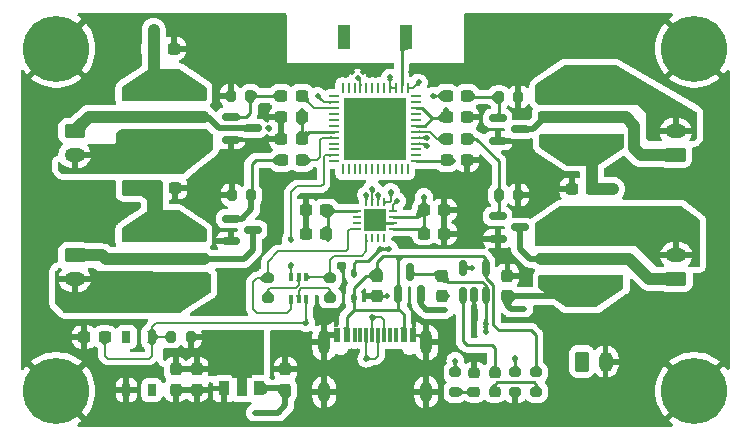
<source format=gbr>
%TF.GenerationSoftware,KiCad,Pcbnew,7.0.9*%
%TF.CreationDate,2023-12-10T21:37:23+08:00*%
%TF.ProjectId,E-Secnt Coach,452d5365-636e-4742-9043-6f6163682e6b,rev?*%
%TF.SameCoordinates,Original*%
%TF.FileFunction,Copper,L1,Top*%
%TF.FilePolarity,Positive*%
%FSLAX46Y46*%
G04 Gerber Fmt 4.6, Leading zero omitted, Abs format (unit mm)*
G04 Created by KiCad (PCBNEW 7.0.9) date 2023-12-10 21:37:23*
%MOMM*%
%LPD*%
G01*
G04 APERTURE LIST*
G04 Aperture macros list*
%AMRoundRect*
0 Rectangle with rounded corners*
0 $1 Rounding radius*
0 $2 $3 $4 $5 $6 $7 $8 $9 X,Y pos of 4 corners*
0 Add a 4 corners polygon primitive as box body*
4,1,4,$2,$3,$4,$5,$6,$7,$8,$9,$2,$3,0*
0 Add four circle primitives for the rounded corners*
1,1,$1+$1,$2,$3*
1,1,$1+$1,$4,$5*
1,1,$1+$1,$6,$7*
1,1,$1+$1,$8,$9*
0 Add four rect primitives between the rounded corners*
20,1,$1+$1,$2,$3,$4,$5,0*
20,1,$1+$1,$4,$5,$6,$7,0*
20,1,$1+$1,$6,$7,$8,$9,0*
20,1,$1+$1,$8,$9,$2,$3,0*%
%AMFreePoly0*
4,1,9,3.862500,-0.866500,0.737500,-0.866500,0.737500,-0.450000,-0.737500,-0.450000,-0.737500,0.450000,0.737500,0.450000,0.737500,0.866500,3.862500,0.866500,3.862500,-0.866500,3.862500,-0.866500,$1*%
%AMFreePoly1*
4,1,43,1.015063,3.345106,1.030902,3.345106,1.043715,3.335796,1.058779,3.330902,1.068088,3.318088,1.080902,3.308779,1.085796,3.293715,1.095106,3.280902,1.095106,3.265062,1.100000,3.250000,1.100000,-3.750000,1.095106,-3.765062,1.095106,-3.780902,1.085796,-3.793715,1.080902,-3.808779,1.068088,-3.818088,1.058779,-3.830902,1.043715,-3.835796,1.030902,-3.845106,1.015063,-3.845106,
1.000000,-3.850000,0.000000,-3.850000,-0.016926,-3.844500,-0.034710,-3.843783,-0.045590,-3.835187,-0.058779,-3.830902,-0.069241,-3.816501,-0.083205,-3.805470,-1.583205,-1.555470,-1.591042,-1.527569,-1.600000,-1.500000,-1.600000,1.000000,-1.591042,1.027569,-1.583205,1.055470,-0.083205,3.305470,-0.069241,3.316501,-0.058779,3.330902,-0.045590,3.335187,-0.034710,3.343783,-0.016926,3.344500,
0.000000,3.350000,1.000000,3.350000,1.015063,3.345106,1.015063,3.345106,$1*%
%AMFreePoly2*
4,1,43,0.016926,3.344500,0.034710,3.343783,0.045590,3.335187,0.058779,3.330902,0.069241,3.316501,0.083205,3.305470,1.583205,1.055470,1.591043,1.027566,1.600000,1.000000,1.600000,-1.500000,1.591043,-1.527566,1.583205,-1.555470,0.083205,-3.805470,0.069241,-3.816501,0.058779,-3.830902,0.045590,-3.835187,0.034710,-3.843783,0.016926,-3.844500,0.000000,-3.850000,-1.000000,-3.850000,
-1.015063,-3.845106,-1.030902,-3.845106,-1.043715,-3.835796,-1.058779,-3.830902,-1.068088,-3.818088,-1.080902,-3.808779,-1.085796,-3.793715,-1.095106,-3.780902,-1.095106,-3.765062,-1.100000,-3.750000,-1.100000,3.250000,-1.095106,3.265062,-1.095106,3.280902,-1.085796,3.293715,-1.080902,3.308779,-1.068088,3.318088,-1.058779,3.330902,-1.043715,3.335796,-1.030902,3.345106,-1.015063,3.345106,
-1.000000,3.350000,0.000000,3.350000,0.016926,3.344500,0.016926,3.344500,$1*%
G04 Aperture macros list end*
%TA.AperFunction,ComponentPad*%
%ADD10RoundRect,0.250000X0.625000X-0.350000X0.625000X0.350000X-0.625000X0.350000X-0.625000X-0.350000X0*%
%TD*%
%TA.AperFunction,ComponentPad*%
%ADD11O,1.750000X1.200000*%
%TD*%
%TA.AperFunction,SMDPad,CuDef*%
%ADD12R,0.900000X1.300000*%
%TD*%
%TA.AperFunction,SMDPad,CuDef*%
%ADD13FreePoly0,90.000000*%
%TD*%
%TA.AperFunction,ComponentPad*%
%ADD14C,5.600000*%
%TD*%
%TA.AperFunction,SMDPad,CuDef*%
%ADD15RoundRect,0.200000X0.200000X0.275000X-0.200000X0.275000X-0.200000X-0.275000X0.200000X-0.275000X0*%
%TD*%
%TA.AperFunction,SMDPad,CuDef*%
%ADD16RoundRect,0.237500X-0.300000X-0.237500X0.300000X-0.237500X0.300000X0.237500X-0.300000X0.237500X0*%
%TD*%
%TA.AperFunction,SMDPad,CuDef*%
%ADD17RoundRect,0.062500X-0.062500X0.337500X-0.062500X-0.337500X0.062500X-0.337500X0.062500X0.337500X0*%
%TD*%
%TA.AperFunction,SMDPad,CuDef*%
%ADD18RoundRect,0.062500X-0.337500X0.062500X-0.337500X-0.062500X0.337500X-0.062500X0.337500X0.062500X0*%
%TD*%
%TA.AperFunction,SMDPad,CuDef*%
%ADD19R,5.300000X5.300000*%
%TD*%
%TA.AperFunction,ComponentPad*%
%ADD20RoundRect,0.250000X-0.625000X0.350000X-0.625000X-0.350000X0.625000X-0.350000X0.625000X0.350000X0*%
%TD*%
%TA.AperFunction,SMDPad,CuDef*%
%ADD21RoundRect,0.250000X-3.500000X0.250000X-3.500000X-0.250000X3.500000X-0.250000X3.500000X0.250000X0*%
%TD*%
%TA.AperFunction,SMDPad,CuDef*%
%ADD22FreePoly1,270.000000*%
%TD*%
%TA.AperFunction,SMDPad,CuDef*%
%ADD23FreePoly2,270.000000*%
%TD*%
%TA.AperFunction,SMDPad,CuDef*%
%ADD24RoundRect,0.218750X-0.256250X0.218750X-0.256250X-0.218750X0.256250X-0.218750X0.256250X0.218750X0*%
%TD*%
%TA.AperFunction,SMDPad,CuDef*%
%ADD25RoundRect,0.237500X-0.237500X0.300000X-0.237500X-0.300000X0.237500X-0.300000X0.237500X0.300000X0*%
%TD*%
%TA.AperFunction,SMDPad,CuDef*%
%ADD26R,0.600000X1.240000*%
%TD*%
%TA.AperFunction,SMDPad,CuDef*%
%ADD27R,0.300000X1.240000*%
%TD*%
%TA.AperFunction,ComponentPad*%
%ADD28O,1.000000X2.100000*%
%TD*%
%TA.AperFunction,ComponentPad*%
%ADD29O,1.000000X1.800000*%
%TD*%
%TA.AperFunction,SMDPad,CuDef*%
%ADD30RoundRect,0.237500X0.300000X0.237500X-0.300000X0.237500X-0.300000X-0.237500X0.300000X-0.237500X0*%
%TD*%
%TA.AperFunction,SMDPad,CuDef*%
%ADD31RoundRect,0.150000X0.150000X-0.587500X0.150000X0.587500X-0.150000X0.587500X-0.150000X-0.587500X0*%
%TD*%
%TA.AperFunction,SMDPad,CuDef*%
%ADD32RoundRect,0.150000X-0.587500X-0.150000X0.587500X-0.150000X0.587500X0.150000X-0.587500X0.150000X0*%
%TD*%
%TA.AperFunction,SMDPad,CuDef*%
%ADD33RoundRect,0.200000X0.275000X-0.200000X0.275000X0.200000X-0.275000X0.200000X-0.275000X-0.200000X0*%
%TD*%
%TA.AperFunction,SMDPad,CuDef*%
%ADD34RoundRect,0.200000X-0.200000X-0.275000X0.200000X-0.275000X0.200000X0.275000X-0.200000X0.275000X0*%
%TD*%
%TA.AperFunction,SMDPad,CuDef*%
%ADD35RoundRect,0.200000X-0.275000X0.200000X-0.275000X-0.200000X0.275000X-0.200000X0.275000X0.200000X0*%
%TD*%
%TA.AperFunction,SMDPad,CuDef*%
%ADD36R,0.400000X0.650000*%
%TD*%
%TA.AperFunction,SMDPad,CuDef*%
%ADD37RoundRect,0.150000X0.150000X-0.512500X0.150000X0.512500X-0.150000X0.512500X-0.150000X-0.512500X0*%
%TD*%
%TA.AperFunction,SMDPad,CuDef*%
%ADD38RoundRect,0.250000X3.500000X-0.250000X3.500000X0.250000X-3.500000X0.250000X-3.500000X-0.250000X0*%
%TD*%
%TA.AperFunction,SMDPad,CuDef*%
%ADD39FreePoly1,90.000000*%
%TD*%
%TA.AperFunction,SMDPad,CuDef*%
%ADD40FreePoly2,90.000000*%
%TD*%
%TA.AperFunction,SMDPad,CuDef*%
%ADD41RoundRect,0.237500X0.237500X-0.300000X0.237500X0.300000X-0.237500X0.300000X-0.237500X-0.300000X0*%
%TD*%
%TA.AperFunction,SMDPad,CuDef*%
%ADD42RoundRect,0.062500X0.275000X0.062500X-0.275000X0.062500X-0.275000X-0.062500X0.275000X-0.062500X0*%
%TD*%
%TA.AperFunction,SMDPad,CuDef*%
%ADD43RoundRect,0.062500X0.062500X0.275000X-0.062500X0.275000X-0.062500X-0.275000X0.062500X-0.275000X0*%
%TD*%
%TA.AperFunction,SMDPad,CuDef*%
%ADD44R,1.900000X1.900000*%
%TD*%
%TA.AperFunction,SMDPad,CuDef*%
%ADD45R,0.750000X1.000000*%
%TD*%
%TA.AperFunction,SMDPad,CuDef*%
%ADD46RoundRect,0.112500X-0.112500X0.187500X-0.112500X-0.187500X0.112500X-0.187500X0.112500X0.187500X0*%
%TD*%
%TA.AperFunction,ComponentPad*%
%ADD47RoundRect,0.250000X-0.350000X-0.625000X0.350000X-0.625000X0.350000X0.625000X-0.350000X0.625000X0*%
%TD*%
%TA.AperFunction,ComponentPad*%
%ADD48O,1.200000X1.750000*%
%TD*%
%TA.AperFunction,SMDPad,CuDef*%
%ADD49R,1.000000X2.000000*%
%TD*%
%TA.AperFunction,ViaPad*%
%ADD50C,0.500000*%
%TD*%
%TA.AperFunction,Conductor*%
%ADD51C,0.254000*%
%TD*%
%TA.AperFunction,Conductor*%
%ADD52C,0.127000*%
%TD*%
%TA.AperFunction,Conductor*%
%ADD53C,0.508000*%
%TD*%
%TA.AperFunction,Conductor*%
%ADD54C,1.016000*%
%TD*%
%TA.AperFunction,Conductor*%
%ADD55C,0.250000*%
%TD*%
G04 APERTURE END LIST*
D10*
%TO.P,J4,1,Pin_1*%
%TO.N,Net-(J4-Pin_1)*%
X165450000Y-84000000D03*
D11*
%TO.P,J4,2,Pin_2*%
%TO.N,Net-(J4-Pin_2)*%
X165450000Y-82000000D03*
%TD*%
D12*
%TO.P,U3,1,ADJ*%
%TO.N,GND*%
X127200000Y-103780000D03*
D13*
%TO.P,U3,2,VO*%
%TO.N,+3V3*%
X128700000Y-103692500D03*
D12*
%TO.P,U3,3,VI*%
%TO.N,VCC*%
X130200000Y-103780000D03*
%TD*%
D14*
%TO.P,REF\u002A\u002A,1*%
%TO.N,GND*%
X167000000Y-104000000D03*
%TD*%
D15*
%TO.P,R10,1*%
%TO.N,+3V3*%
X124395000Y-99410000D03*
%TO.P,R10,2*%
%TO.N,/EN*%
X122745000Y-99410000D03*
%TD*%
D16*
%TO.P,C18,1*%
%TO.N,GND*%
X156637500Y-86900000D03*
%TO.P,C18,2*%
%TO.N,VCC*%
X158362500Y-86900000D03*
%TD*%
D17*
%TO.P,U1,1,VDDA*%
%TO.N,+3V3*%
X142750000Y-78339000D03*
%TO.P,U1,2,LNA_IN*%
%TO.N,Net-(U1-LNA_IN)*%
X142250000Y-78339000D03*
%TO.P,U1,3,VDDA3P3*%
%TO.N,+3V3*%
X141750000Y-78339000D03*
%TO.P,U1,4,VDDA3P3*%
X141250000Y-78339000D03*
%TO.P,U1,5,SENSOR_VP*%
%TO.N,unconnected-(U1-SENSOR_VP-Pad5)*%
X140750000Y-78339000D03*
%TO.P,U1,6,SENSOR_CAPP*%
%TO.N,unconnected-(U1-SENSOR_CAPP-Pad6)*%
X140250000Y-78339000D03*
%TO.P,U1,7,SENSOR_CAPN*%
%TO.N,unconnected-(U1-SENSOR_CAPN-Pad7)*%
X139750000Y-78339000D03*
%TO.P,U1,8,SENSOR_VN*%
%TO.N,unconnected-(U1-SENSOR_VN-Pad8)*%
X139250000Y-78339000D03*
%TO.P,U1,9,EN*%
%TO.N,/EN*%
X138750000Y-78339000D03*
%TO.P,U1,10,IO34*%
%TO.N,unconnected-(U1-IO34-Pad10)*%
X138250000Y-78339000D03*
%TO.P,U1,11,IO35*%
%TO.N,unconnected-(U1-IO35-Pad11)*%
X137750000Y-78339000D03*
%TO.P,U1,12,IO32*%
%TO.N,unconnected-(U1-IO32-Pad12)*%
X137250000Y-78339000D03*
D18*
%TO.P,U1,13,IO33*%
%TO.N,unconnected-(U1-IO33-Pad13)*%
X136550000Y-79039000D03*
%TO.P,U1,14,IO25*%
%TO.N,PWM_3*%
X136550000Y-79539000D03*
%TO.P,U1,15,IO26*%
%TO.N,PWM_1*%
X136550000Y-80039000D03*
%TO.P,U1,16,IO27*%
%TO.N,unconnected-(U1-IO27-Pad16)*%
X136550000Y-80539000D03*
%TO.P,U1,17,IO14*%
%TO.N,unconnected-(U1-IO14-Pad17)*%
X136550000Y-81039000D03*
%TO.P,U1,18,IO12*%
%TO.N,unconnected-(U1-IO12-Pad18)*%
X136550000Y-81539000D03*
%TO.P,U1,19,VDD3P3_RTC*%
%TO.N,+3V3*%
X136550000Y-82039000D03*
%TO.P,U1,20,IO13*%
%TO.N,PWM_2*%
X136550000Y-82539000D03*
%TO.P,U1,21,IO15*%
%TO.N,unconnected-(U1-IO15-Pad21)*%
X136550000Y-83039000D03*
%TO.P,U1,22,IO2*%
%TO.N,unconnected-(U1-IO2-Pad22)*%
X136550000Y-83539000D03*
%TO.P,U1,23,IO0*%
%TO.N,/IO0*%
X136550000Y-84039000D03*
%TO.P,U1,24,IO4*%
%TO.N,unconnected-(U1-IO4-Pad24)*%
X136550000Y-84539000D03*
D17*
%TO.P,U1,25,IO16*%
%TO.N,unconnected-(U1-IO16-Pad25)*%
X137250000Y-85239000D03*
%TO.P,U1,26,VDD_SDIO*%
%TO.N,unconnected-(U1-VDD_SDIO-Pad26)*%
X137750000Y-85239000D03*
%TO.P,U1,27,IO17*%
%TO.N,unconnected-(U1-IO17-Pad27)*%
X138250000Y-85239000D03*
%TO.P,U1,28,SD2/IO9*%
%TO.N,unconnected-(U1-SD2{slash}IO9-Pad28)*%
X138750000Y-85239000D03*
%TO.P,U1,29,SD3/IO10*%
%TO.N,unconnected-(U1-SD3{slash}IO10-Pad29)*%
X139250000Y-85239000D03*
%TO.P,U1,30,CMD*%
%TO.N,unconnected-(U1-CMD-Pad30)*%
X139750000Y-85239000D03*
%TO.P,U1,31,CLK*%
%TO.N,unconnected-(U1-CLK-Pad31)*%
X140250000Y-85239000D03*
%TO.P,U1,32,SD0*%
%TO.N,unconnected-(U1-SD0-Pad32)*%
X140750000Y-85239000D03*
%TO.P,U1,33,SD1*%
%TO.N,unconnected-(U1-SD1-Pad33)*%
X141250000Y-85239000D03*
%TO.P,U1,34,IO5*%
%TO.N,unconnected-(U1-IO5-Pad34)*%
X141750000Y-85239000D03*
%TO.P,U1,35,IO18*%
%TO.N,unconnected-(U1-IO18-Pad35)*%
X142250000Y-85239000D03*
%TO.P,U1,36,IO23*%
%TO.N,unconnected-(U1-IO23-Pad36)*%
X142750000Y-85239000D03*
D18*
%TO.P,U1,37,VDD3P3_CPU*%
%TO.N,+3V3*%
X143450000Y-84539000D03*
%TO.P,U1,38,IO19*%
%TO.N,unconnected-(U1-IO19-Pad38)*%
X143450000Y-84039000D03*
%TO.P,U1,39,IO22*%
%TO.N,unconnected-(U1-IO22-Pad39)*%
X143450000Y-83539000D03*
%TO.P,U1,40,U0RXD/IO3*%
%TO.N,/TX*%
X143450000Y-83039000D03*
%TO.P,U1,41,U0TXD/IO1*%
%TO.N,/RX*%
X143450000Y-82539000D03*
%TO.P,U1,42,IO21*%
%TO.N,PWM_4*%
X143450000Y-82039000D03*
%TO.P,U1,43,VDDA*%
%TO.N,+3V3*%
X143450000Y-81539000D03*
%TO.P,U1,44,XTAL_N_NC*%
%TO.N,unconnected-(U1-XTAL_N_NC-Pad44)*%
X143450000Y-81039000D03*
%TO.P,U1,45,XTAL_P_NC*%
%TO.N,unconnected-(U1-XTAL_P_NC-Pad45)*%
X143450000Y-80539000D03*
%TO.P,U1,46,VDDA*%
%TO.N,+3V3*%
X143450000Y-80039000D03*
%TO.P,U1,47,CAP2_NC*%
%TO.N,unconnected-(U1-CAP2_NC-Pad47)*%
X143450000Y-79539000D03*
%TO.P,U1,48,CAP1_NC*%
%TO.N,unconnected-(U1-CAP1_NC-Pad48)*%
X143450000Y-79039000D03*
D19*
%TO.P,U1,49,GND*%
%TO.N,GND*%
X140000000Y-81789000D03*
%TD*%
D20*
%TO.P,J3,1,Pin_1*%
%TO.N,Net-(J3-Pin_1)*%
X114550000Y-92500000D03*
D11*
%TO.P,J3,2,Pin_2*%
%TO.N,Net-(J3-Pin_2)*%
X114550000Y-94500000D03*
%TD*%
D16*
%TO.P,C21,1*%
%TO.N,PWM_4*%
X146037500Y-82633332D03*
%TO.P,C21,2*%
%TO.N,Net-(Q4-G)*%
X147762500Y-82633332D03*
%TD*%
%TO.P,C19,1*%
%TO.N,PWM_3*%
X146037500Y-79000000D03*
%TO.P,C19,2*%
%TO.N,Net-(Q3-G)*%
X147762500Y-79000000D03*
%TD*%
D21*
%TO.P,L2,1,1*%
%TO.N,Net-(J3-Pin_1)*%
X122100000Y-92800000D03*
D22*
%TO.P,L2,2,2*%
%TO.N,VCC*%
X122350000Y-90300000D03*
D23*
%TO.P,L2,3,3*%
%TO.N,Net-(J3-Pin_2)*%
X122350000Y-95300000D03*
%TD*%
D14*
%TO.P,REF\u002A\u002A,1*%
%TO.N,GND*%
X113000000Y-75000000D03*
%TD*%
D24*
%TO.P,D3,1,K*%
%TO.N,GND*%
X148400000Y-102462500D03*
%TO.P,D3,2,A*%
%TO.N,Net-(D3-A)*%
X148400000Y-104037500D03*
%TD*%
D25*
%TO.P,C20,1*%
%TO.N,GND*%
X151200000Y-94237500D03*
%TO.P,C20,2*%
%TO.N,VCC*%
X151200000Y-95962500D03*
%TD*%
D26*
%TO.P,J1,A1,GND*%
%TO.N,GND*%
X136800000Y-99275000D03*
%TO.P,J1,A4,VBUS*%
%TO.N,VBUS*%
X137600000Y-99275000D03*
D27*
%TO.P,J1,A5,CC1*%
%TO.N,unconnected-(J1-CC1-PadA5)*%
X138750000Y-99275000D03*
%TO.P,J1,A6,D+*%
%TO.N,/D+*%
X139750000Y-99275000D03*
%TO.P,J1,A7,D-*%
%TO.N,/D-*%
X140250000Y-99275000D03*
%TO.P,J1,A8,SBU1*%
%TO.N,unconnected-(J1-SBU1-PadA8)*%
X141250000Y-99275000D03*
D26*
%TO.P,J1,A9,VBUS*%
%TO.N,VBUS*%
X142400000Y-99275000D03*
%TO.P,J1,A12,GND*%
%TO.N,GND*%
X143200000Y-99275000D03*
%TO.P,J1,B1,GND*%
X143200000Y-99275000D03*
%TO.P,J1,B4,VBUS*%
%TO.N,VBUS*%
X142400000Y-99275000D03*
D27*
%TO.P,J1,B5,CC2*%
%TO.N,unconnected-(J1-CC2-PadB5)*%
X141750000Y-99275000D03*
%TO.P,J1,B6,D+*%
%TO.N,/D+*%
X140750000Y-99275000D03*
%TO.P,J1,B7,D-*%
%TO.N,/D-*%
X139250000Y-99275000D03*
%TO.P,J1,B8,SBU2*%
%TO.N,unconnected-(J1-SBU2-PadB8)*%
X138250000Y-99275000D03*
D26*
%TO.P,J1,B9,VBUS*%
%TO.N,VBUS*%
X137600000Y-99275000D03*
%TO.P,J1,B12,GND*%
%TO.N,GND*%
X136800000Y-99275000D03*
D28*
%TO.P,J1,S1,SHIELD*%
X135680000Y-99875000D03*
D29*
X135680000Y-104075000D03*
D28*
X144320000Y-99875000D03*
D29*
X144320000Y-104075000D03*
%TD*%
D30*
%TO.P,C22,1*%
%TO.N,/EN*%
X117092500Y-99420000D03*
%TO.P,C22,2*%
%TO.N,GND*%
X115367500Y-99420000D03*
%TD*%
%TO.P,C6,1*%
%TO.N,+3V3*%
X135862500Y-88675000D03*
%TO.P,C6,2*%
%TO.N,GND*%
X134137500Y-88675000D03*
%TD*%
D31*
%TO.P,Q6,1,G*%
%TO.N,VBUS*%
X141964285Y-95767500D03*
%TO.P,Q6,2,S*%
%TO.N,VCC*%
X143864285Y-95767500D03*
%TO.P,Q6,3,D*%
%TO.N,+BATT*%
X142914285Y-93892500D03*
%TD*%
D32*
%TO.P,Q2,1,G*%
%TO.N,Net-(Q2-G)*%
X127762500Y-89400000D03*
%TO.P,Q2,2,S*%
%TO.N,GND*%
X127762500Y-91300000D03*
%TO.P,Q2,3,D*%
%TO.N,Net-(J3-Pin_1)*%
X129637500Y-90350000D03*
%TD*%
D33*
%TO.P,R2,1*%
%TO.N,Net-(D2-A)*%
X153650000Y-104075000D03*
%TO.P,R2,2*%
%TO.N,VBUS*%
X153650000Y-102425000D03*
%TD*%
D16*
%TO.P,C12,1*%
%TO.N,+3V3*%
X146037500Y-84450000D03*
%TO.P,C12,2*%
%TO.N,GND*%
X147762500Y-84450000D03*
%TD*%
D30*
%TO.P,C7,1*%
%TO.N,+3V3*%
X135862500Y-90675000D03*
%TO.P,C7,2*%
%TO.N,GND*%
X134137500Y-90675000D03*
%TD*%
D16*
%TO.P,C11,1*%
%TO.N,+3V3*%
X146037500Y-80816666D03*
%TO.P,C11,2*%
%TO.N,GND*%
X147762500Y-80816666D03*
%TD*%
D34*
%TO.P,R5,1*%
%TO.N,GND*%
X127775000Y-79000000D03*
%TO.P,R5,2*%
%TO.N,Net-(Q1-G)*%
X129425000Y-79000000D03*
%TD*%
D15*
%TO.P,R7,1*%
%TO.N,GND*%
X152125000Y-79100000D03*
%TO.P,R7,2*%
%TO.N,Net-(Q3-G)*%
X150475000Y-79100000D03*
%TD*%
D35*
%TO.P,R3,1*%
%TO.N,/DTR*%
X130900000Y-94445000D03*
%TO.P,R3,2*%
%TO.N,Net-(Q5A-B1)*%
X130900000Y-96095000D03*
%TD*%
D32*
%TO.P,Q1,1,G*%
%TO.N,Net-(Q1-G)*%
X127762500Y-80800000D03*
%TO.P,Q1,2,S*%
%TO.N,GND*%
X127762500Y-82700000D03*
%TO.P,Q1,3,D*%
%TO.N,Net-(J2-Pin_1)*%
X129637500Y-81750000D03*
%TD*%
D25*
%TO.P,C3,1*%
%TO.N,+3V3*%
X124900000Y-102167500D03*
%TO.P,C3,2*%
%TO.N,GND*%
X124900000Y-103892500D03*
%TD*%
D10*
%TO.P,J5,1,Pin_1*%
%TO.N,Net-(J5-Pin_1)*%
X165500000Y-94500000D03*
D11*
%TO.P,J5,2,Pin_2*%
%TO.N,Net-(J5-Pin_2)*%
X165500000Y-92500000D03*
%TD*%
D34*
%TO.P,R6,1*%
%TO.N,GND*%
X127875000Y-87400000D03*
%TO.P,R6,2*%
%TO.N,Net-(Q2-G)*%
X129525000Y-87400000D03*
%TD*%
D30*
%TO.P,C17,1*%
%TO.N,PWM_2*%
X133812500Y-84450000D03*
%TO.P,C17,2*%
%TO.N,Net-(Q2-G)*%
X132087500Y-84450000D03*
%TD*%
D32*
%TO.P,Q3,1,G*%
%TO.N,Net-(Q3-G)*%
X150362500Y-80900000D03*
%TO.P,Q3,2,S*%
%TO.N,GND*%
X150362500Y-82800000D03*
%TO.P,Q3,3,D*%
%TO.N,Net-(J4-Pin_1)*%
X152237500Y-81850000D03*
%TD*%
D21*
%TO.P,L1,1,1*%
%TO.N,Net-(J2-Pin_1)*%
X122100000Y-80800000D03*
D22*
%TO.P,L1,2,2*%
%TO.N,VCC*%
X122350000Y-78300000D03*
D23*
%TO.P,L1,3,3*%
%TO.N,Net-(J2-Pin_2)*%
X122350000Y-83300000D03*
%TD*%
D36*
%TO.P,Q5,1,E1*%
%TO.N,/RTS*%
X134170000Y-94330000D03*
%TO.P,Q5,2,B1*%
%TO.N,Net-(Q5A-B1)*%
X133520000Y-94330000D03*
%TO.P,Q5,3,C2*%
%TO.N,/IO0*%
X132870000Y-94330000D03*
%TO.P,Q5,4,E2*%
%TO.N,/DTR*%
X132870000Y-96230000D03*
%TO.P,Q5,5,B2*%
%TO.N,Net-(Q5B-B2)*%
X133520000Y-96230000D03*
%TO.P,Q5,6,C1*%
%TO.N,/EN*%
X134170000Y-96230000D03*
%TD*%
D30*
%TO.P,C16,1*%
%TO.N,GND*%
X122962500Y-75000000D03*
%TO.P,C16,2*%
%TO.N,VCC*%
X121237500Y-75000000D03*
%TD*%
D32*
%TO.P,Q4,1,G*%
%TO.N,Net-(Q4-G)*%
X150362500Y-89200000D03*
%TO.P,Q4,2,S*%
%TO.N,GND*%
X150362500Y-91100000D03*
%TO.P,Q4,3,D*%
%TO.N,Net-(J5-Pin_1)*%
X152237500Y-90150000D03*
%TD*%
D30*
%TO.P,C14,1*%
%TO.N,PWM_1*%
X133762500Y-79000000D03*
%TO.P,C14,2*%
%TO.N,Net-(Q1-G)*%
X132037500Y-79000000D03*
%TD*%
D37*
%TO.P,U4,1,STAT*%
%TO.N,Net-(D2-K)*%
X147450000Y-95837500D03*
%TO.P,U4,2,V_{SS}*%
%TO.N,GND*%
X148400000Y-95837500D03*
%TO.P,U4,3,V_{BAT}*%
%TO.N,+BATT*%
X149350000Y-95837500D03*
%TO.P,U4,4,V_{DD}*%
%TO.N,VBUS*%
X149350000Y-93562500D03*
%TO.P,U4,5,PROG*%
%TO.N,Net-(U4-PROG)*%
X147450000Y-93562500D03*
%TD*%
D38*
%TO.P,L4,1,1*%
%TO.N,Net-(J5-Pin_1)*%
X157450000Y-92800000D03*
D39*
%TO.P,L4,2,2*%
%TO.N,VCC*%
X157200000Y-95300000D03*
D40*
%TO.P,L4,3,3*%
%TO.N,Net-(J5-Pin_2)*%
X157200000Y-90300000D03*
%TD*%
D25*
%TO.P,C4,1*%
%TO.N,VBUS*%
X140171428Y-94237500D03*
%TO.P,C4,2*%
%TO.N,GND*%
X140171428Y-95962500D03*
%TD*%
D14*
%TO.P,REF\u002A\u002A,1*%
%TO.N,GND*%
X167000000Y-75000000D03*
%TD*%
D41*
%TO.P,C5,1*%
%TO.N,GND*%
X145657142Y-95962500D03*
%TO.P,C5,2*%
%TO.N,+BATT*%
X145657142Y-94237500D03*
%TD*%
D42*
%TO.P,U2,1,VIO*%
%TO.N,+3V3*%
X141512500Y-90275000D03*
%TO.P,U2,2,GND*%
%TO.N,GND*%
X141512500Y-89775000D03*
%TO.P,U2,3,VDD5*%
%TO.N,+3V3*%
X141512500Y-89275000D03*
%TO.P,U2,4,TXD*%
%TO.N,/TX*%
X141512500Y-88775000D03*
D43*
%TO.P,U2,5,RXD*%
%TO.N,/RX*%
X140750000Y-88012500D03*
%TO.P,U2,6,V3*%
%TO.N,+3V3*%
X140250000Y-88012500D03*
%TO.P,U2,7,UD+*%
%TO.N,/D+*%
X139750000Y-88012500D03*
%TO.P,U2,8,UD-*%
%TO.N,/D-*%
X139250000Y-88012500D03*
D42*
%TO.P,U2,9,VBUS*%
%TO.N,+3V3*%
X138487500Y-88775000D03*
%TO.P,U2,10,ACT#*%
%TO.N,unconnected-(U2-ACT#-Pad10)*%
X138487500Y-89275000D03*
%TO.P,U2,11,DCD*%
%TO.N,unconnected-(U2-DCD-Pad11)*%
X138487500Y-89775000D03*
%TO.P,U2,12,DTR*%
%TO.N,/DTR*%
X138487500Y-90275000D03*
D43*
%TO.P,U2,13,RTS*%
%TO.N,/RTS*%
X139250000Y-91037500D03*
%TO.P,U2,14,DSR*%
%TO.N,unconnected-(U2-DSR-Pad14)*%
X139750000Y-91037500D03*
%TO.P,U2,15,CTS*%
%TO.N,unconnected-(U2-CTS-Pad15)*%
X140250000Y-91037500D03*
%TO.P,U2,16,RI*%
%TO.N,unconnected-(U2-RI-Pad16)*%
X140750000Y-91037500D03*
D44*
%TO.P,U2,17,GND*%
%TO.N,GND*%
X140000000Y-89525000D03*
%TD*%
D16*
%TO.P,C8,1*%
%TO.N,+3V3*%
X144137500Y-88675000D03*
%TO.P,C8,2*%
%TO.N,GND*%
X145862500Y-88675000D03*
%TD*%
D15*
%TO.P,R8,1*%
%TO.N,GND*%
X152125000Y-87400000D03*
%TO.P,R8,2*%
%TO.N,Net-(Q4-G)*%
X150475000Y-87400000D03*
%TD*%
D30*
%TO.P,C15,1*%
%TO.N,GND*%
X123062500Y-86800000D03*
%TO.P,C15,2*%
%TO.N,VCC*%
X121337500Y-86800000D03*
%TD*%
D45*
%TO.P,KEY1,1*%
%TO.N,unconnected-(KEY1-Pad1)*%
X118935200Y-99408600D03*
%TO.P,KEY1,2*%
%TO.N,GND*%
X118935200Y-103908600D03*
%TO.P,KEY1,3*%
%TO.N,/EN*%
X121085200Y-99408600D03*
%TO.P,KEY1,4*%
%TO.N,unconnected-(KEY1-Pad4)*%
X121085200Y-103908600D03*
%TD*%
D30*
%TO.P,C10,1*%
%TO.N,+3V3*%
X133762500Y-82633332D03*
%TO.P,C10,2*%
%TO.N,GND*%
X132037500Y-82633332D03*
%TD*%
%TO.P,C13,1*%
%TO.N,+3V3*%
X133762500Y-80816666D03*
%TO.P,C13,2*%
%TO.N,GND*%
X132037500Y-80816666D03*
%TD*%
D38*
%TO.P,L3,1,1*%
%TO.N,Net-(J4-Pin_1)*%
X157500000Y-80800000D03*
D39*
%TO.P,L3,2,2*%
%TO.N,VCC*%
X157250000Y-83300000D03*
D40*
%TO.P,L3,3,3*%
%TO.N,Net-(J4-Pin_2)*%
X157250000Y-78300000D03*
%TD*%
D16*
%TO.P,C9,1*%
%TO.N,+3V3*%
X144137500Y-90675000D03*
%TO.P,C9,2*%
%TO.N,GND*%
X145862500Y-90675000D03*
%TD*%
D33*
%TO.P,R1,1*%
%TO.N,GND*%
X151850000Y-104075000D03*
%TO.P,R1,2*%
%TO.N,Net-(U4-PROG)*%
X151850000Y-102425000D03*
%TD*%
D35*
%TO.P,R4,1*%
%TO.N,/RTS*%
X136185714Y-94445000D03*
%TO.P,R4,2*%
%TO.N,Net-(Q5B-B2)*%
X136185714Y-96095000D03*
%TD*%
D20*
%TO.P,J2,1,Pin_1*%
%TO.N,Net-(J2-Pin_1)*%
X114550000Y-82000000D03*
D11*
%TO.P,J2,2,Pin_2*%
%TO.N,Net-(J2-Pin_2)*%
X114550000Y-84000000D03*
%TD*%
D33*
%TO.P,R9,1*%
%TO.N,Net-(D3-A)*%
X146775000Y-104075000D03*
%TO.P,R9,2*%
%TO.N,+3V3*%
X146775000Y-102425000D03*
%TD*%
D25*
%TO.P,C2,1*%
%TO.N,+3V3*%
X123107143Y-102167500D03*
%TO.P,C2,2*%
%TO.N,GND*%
X123107143Y-103892500D03*
%TD*%
D24*
%TO.P,D2,1,K*%
%TO.N,Net-(D2-K)*%
X150125000Y-102462500D03*
%TO.P,D2,2,A*%
%TO.N,Net-(D2-A)*%
X150125000Y-104037500D03*
%TD*%
D46*
%TO.P,D1,1,K*%
%TO.N,VCC*%
X138178571Y-94055000D03*
%TO.P,D1,2,A*%
%TO.N,VBUS*%
X138178571Y-96155000D03*
%TD*%
D47*
%TO.P,J6,1,Pin_1*%
%TO.N,+BATT*%
X157500000Y-101500000D03*
D48*
%TO.P,J6,2,Pin_2*%
%TO.N,GND*%
X159500000Y-101500000D03*
%TD*%
D41*
%TO.P,C1,1*%
%TO.N,VCC*%
X132400000Y-103892500D03*
%TO.P,C1,2*%
%TO.N,GND*%
X132400000Y-102167500D03*
%TD*%
D14*
%TO.P,REF\u002A\u002A,1*%
%TO.N,GND*%
X113000000Y-104000000D03*
%TD*%
D49*
%TO.P,E1,1*%
%TO.N,Net-(U1-LNA_IN)*%
X142600000Y-74000000D03*
%TO.P,E1,2*%
%TO.N,N/C*%
X137400000Y-74000000D03*
%TD*%
D50*
%TO.N,GND*%
X148990000Y-80020000D03*
X147000000Y-77000000D03*
X144000000Y-77000000D03*
X132000000Y-74000000D03*
X152200000Y-85600000D03*
X127590000Y-75790000D03*
X140000000Y-81872000D03*
X138857000Y-83015000D03*
X133000000Y-77000000D03*
X136740000Y-86750000D03*
X136740000Y-87350000D03*
X130957600Y-81745000D03*
X143000000Y-77000000D03*
X140000000Y-83015000D03*
X148000000Y-77000000D03*
X152200000Y-85000000D03*
X128190000Y-75790000D03*
X140000000Y-77000000D03*
X148000000Y-86900000D03*
X132000000Y-76000000D03*
X128190000Y-75190000D03*
X138000000Y-77000000D03*
X140000000Y-80729000D03*
X112050000Y-99620000D03*
X138857000Y-80729000D03*
X164780000Y-99160000D03*
X132000000Y-73000000D03*
X131680000Y-86110000D03*
X164180000Y-99760000D03*
X137000000Y-77000000D03*
X141270000Y-83015000D03*
X137340000Y-87350000D03*
X137340000Y-86750000D03*
X148000000Y-76000000D03*
X147400000Y-86300000D03*
X111450000Y-99020000D03*
X164180000Y-99160000D03*
X148370000Y-98470000D03*
X140630000Y-89560000D03*
X152800000Y-85600000D03*
X148000000Y-75000000D03*
X134000000Y-77000000D03*
X130690000Y-80530000D03*
X145000000Y-77000000D03*
X140980000Y-95940000D03*
X152800000Y-85000000D03*
X148000000Y-74000000D03*
X136000000Y-77000000D03*
X140630000Y-88950000D03*
X132000000Y-75000000D03*
X131080000Y-86710000D03*
X130690000Y-79940000D03*
X131080000Y-86110000D03*
X127590000Y-75190000D03*
X148000000Y-86300000D03*
X148000000Y-73000000D03*
X138857000Y-81872000D03*
X146000000Y-77000000D03*
X147400000Y-86900000D03*
X112050000Y-99020000D03*
X139000000Y-77000000D03*
X131680000Y-86710000D03*
X141270000Y-80729000D03*
X164780000Y-99760000D03*
X111450000Y-99620000D03*
X132000000Y-77000000D03*
X135000000Y-77000000D03*
X141270000Y-81872000D03*
X146040000Y-95960000D03*
%TO.N,/D+*%
X139750000Y-97750000D03*
X139760000Y-86895000D03*
%TO.N,/D-*%
X139250000Y-101250000D03*
X139237000Y-87381031D03*
%TO.N,+3V3*%
X125250000Y-100700000D03*
X141250000Y-77450000D03*
X140266057Y-87377918D03*
X146775000Y-101430000D03*
X122600000Y-100700000D03*
X146025000Y-80200000D03*
X123250000Y-100700000D03*
X144130000Y-87580000D03*
X133775000Y-80250000D03*
X124575000Y-100700000D03*
X123900000Y-100700000D03*
X143700000Y-77870000D03*
X136000000Y-91085000D03*
X146625000Y-84525000D03*
%TO.N,PWM_3*%
X135130000Y-79020000D03*
X144890000Y-79020000D03*
%TO.N,/IO0*%
X132840000Y-91180000D03*
X132840000Y-93310000D03*
%TO.N,/EN*%
X134170000Y-98240000D03*
X138510724Y-77499912D03*
%TO.N,/TX*%
X141852955Y-87891811D03*
X144360000Y-83290000D03*
%TO.N,/RX*%
X141340000Y-87155000D03*
X144370000Y-82540000D03*
%TO.N,+BATT*%
X149350000Y-99007003D03*
X149350000Y-98357500D03*
%TO.N,Net-(U4-PROG)*%
X148210000Y-93560000D03*
X151850000Y-101180000D03*
%TO.N,VCC*%
X120150000Y-86800000D03*
X121250000Y-73400000D03*
X131220000Y-105820000D03*
X144340000Y-97120000D03*
X145110000Y-97120000D03*
X145920000Y-97130000D03*
X141190000Y-91970000D03*
X121250000Y-73998000D03*
X129810000Y-105820000D03*
X119425000Y-86800000D03*
X160149503Y-86900000D03*
X140400000Y-91970000D03*
X159456400Y-86901200D03*
X130530000Y-105820000D03*
X152630000Y-97010000D03*
%TD*%
D51*
%TO.N,GND*%
X143200000Y-99275000D02*
X143200000Y-98410000D01*
X141512500Y-89775000D02*
X140250000Y-89775000D01*
X140250000Y-89775000D02*
X140000000Y-89525000D01*
X140193928Y-95940000D02*
X140171428Y-95962500D01*
X143200000Y-99275000D02*
X143520000Y-99275000D01*
X143720000Y-99275000D02*
X144320000Y-99875000D01*
X143200000Y-98410000D02*
X143300000Y-98310000D01*
X140980000Y-95940000D02*
X140193928Y-95940000D01*
X143200000Y-99275000D02*
X143720000Y-99275000D01*
D52*
%TO.N,/D+*%
X139750000Y-99275000D02*
X139750000Y-97750000D01*
X140750000Y-98000000D02*
X140500000Y-97750000D01*
X140500000Y-97750000D02*
X139750000Y-97750000D01*
X139750000Y-86905000D02*
X139760000Y-86895000D01*
X139750000Y-88012500D02*
X139750000Y-86905000D01*
X140750000Y-99275000D02*
X140750000Y-98000000D01*
%TO.N,/D-*%
X140250000Y-99275000D02*
X140250000Y-101000000D01*
X139250000Y-88012500D02*
X139236500Y-87999000D01*
X140250000Y-101000000D02*
X140000000Y-101250000D01*
X139237000Y-87381031D02*
X139250000Y-87394031D01*
X140000000Y-101250000D02*
X139250000Y-101250000D01*
X139250000Y-101250000D02*
X139250000Y-99275000D01*
X139250000Y-87394031D02*
X139250000Y-88012500D01*
%TO.N,/RTS*%
X136070714Y-94330000D02*
X136185714Y-94445000D01*
X136185714Y-92864286D02*
X136185714Y-94445000D01*
X139250000Y-91037500D02*
X139250000Y-92150000D01*
X134170000Y-94330000D02*
X136070714Y-94330000D01*
X138860000Y-92540000D02*
X136510000Y-92540000D01*
X136510000Y-92540000D02*
X136185714Y-92864286D01*
X139250000Y-92150000D02*
X138860000Y-92540000D01*
%TO.N,Net-(Q5A-B1)*%
X130900000Y-95480000D02*
X131110000Y-95270000D01*
X131110000Y-95270000D02*
X133280000Y-95270000D01*
X130900000Y-96095000D02*
X130900000Y-95480000D01*
X133280000Y-95270000D02*
X133520000Y-95030000D01*
X133520000Y-95030000D02*
X133520000Y-94330000D01*
%TO.N,+3V3*%
X143680000Y-77870000D02*
X143211000Y-78339000D01*
D51*
X136000000Y-91085000D02*
X136000000Y-88677500D01*
X144137500Y-88675000D02*
X144137500Y-87587500D01*
X144137500Y-87587500D02*
X144137500Y-90675000D01*
X143964000Y-80039000D02*
X144825000Y-80900000D01*
X146775000Y-101430000D02*
X146775000Y-102425000D01*
X138487500Y-88775000D02*
X135962500Y-88775000D01*
D52*
X143700000Y-77870000D02*
X143680000Y-77870000D01*
D51*
X141512500Y-90275000D02*
X143737500Y-90275000D01*
D52*
X141750000Y-78100000D02*
X141750000Y-78339000D01*
D51*
X144130000Y-87580000D02*
X144137500Y-87587500D01*
X146611000Y-84539000D02*
X143450000Y-84539000D01*
D52*
X143700000Y-77850000D02*
X143700000Y-77850000D01*
X141250000Y-78316000D02*
X141727000Y-78316000D01*
D51*
X144186000Y-81539000D02*
X144825000Y-80900000D01*
X144825000Y-80900000D02*
X146037500Y-80900000D01*
D52*
X143211000Y-78339000D02*
X142750000Y-78339000D01*
D51*
X146025000Y-80804166D02*
X146037500Y-80816666D01*
D52*
X141250000Y-77450000D02*
X141250000Y-78316000D01*
D51*
X146625000Y-84525000D02*
X146600000Y-84500000D01*
X146600000Y-84500000D02*
X146037500Y-84500000D01*
X134356832Y-82039000D02*
X133762500Y-82633332D01*
X146025000Y-80200000D02*
X146025000Y-80804166D01*
D52*
X140266057Y-87377918D02*
X140250000Y-87393975D01*
X140250000Y-87393975D02*
X140250000Y-88012500D01*
D51*
X136550000Y-82039000D02*
X134356832Y-82039000D01*
X135962500Y-88775000D02*
X135862500Y-88675000D01*
X133762500Y-80816666D02*
X133762500Y-82633332D01*
X141512500Y-89275000D02*
X143537500Y-89275000D01*
X143450000Y-80039000D02*
X143964000Y-80039000D01*
D52*
X143700000Y-77850000D02*
X143700000Y-77870000D01*
D51*
X146625000Y-84525000D02*
X146611000Y-84539000D01*
X143450000Y-81539000D02*
X144186000Y-81539000D01*
X143537500Y-89275000D02*
X144137500Y-88675000D01*
X143737500Y-90275000D02*
X144137500Y-90675000D01*
D52*
%TO.N,PWM_1*%
X134801500Y-80039000D02*
X133762500Y-79000000D01*
X136550000Y-80039000D02*
X134801500Y-80039000D01*
D51*
%TO.N,Net-(Q1-G)*%
X132037500Y-79000000D02*
X129425000Y-79000000D01*
X129425000Y-80435000D02*
X129060000Y-80800000D01*
X129060000Y-80800000D02*
X127762500Y-80800000D01*
X129425000Y-79000000D02*
X129425000Y-80435000D01*
D52*
%TO.N,PWM_2*%
X136550000Y-82539000D02*
X135471000Y-82539000D01*
X135471000Y-82539000D02*
X135300000Y-82710000D01*
X135300000Y-82710000D02*
X135300000Y-84200000D01*
X135050000Y-84450000D02*
X133812500Y-84450000D01*
X135300000Y-84200000D02*
X135050000Y-84450000D01*
D53*
%TO.N,Net-(Q2-G)*%
X129525000Y-88575000D02*
X128700000Y-89400000D01*
D51*
X129890000Y-84450000D02*
X129530000Y-84810000D01*
D53*
X129525000Y-87400000D02*
X129525000Y-87950000D01*
D51*
X129530000Y-84810000D02*
X129530000Y-87945000D01*
X132087500Y-84450000D02*
X129890000Y-84450000D01*
D53*
X128700000Y-89400000D02*
X127762500Y-89400000D01*
D51*
X129530000Y-87945000D02*
X129525000Y-87950000D01*
D53*
X129525000Y-87950000D02*
X129525000Y-88575000D01*
D52*
%TO.N,PWM_3*%
X146017500Y-79020000D02*
X146037500Y-79000000D01*
X135649000Y-79539000D02*
X135130000Y-79020000D01*
X136550000Y-79539000D02*
X135649000Y-79539000D01*
X144890000Y-79020000D02*
X146017500Y-79020000D01*
D51*
%TO.N,Net-(Q3-G)*%
X150475000Y-79100000D02*
X150475000Y-80787500D01*
X150475000Y-80787500D02*
X150362500Y-80900000D01*
X147762500Y-79100000D02*
X149000000Y-79100000D01*
X149000000Y-79100000D02*
X150475000Y-79100000D01*
D52*
%TO.N,PWM_4*%
X144606500Y-82026500D02*
X145213332Y-82633332D01*
X143462500Y-82026500D02*
X144606500Y-82026500D01*
X143450000Y-82039000D02*
X143462500Y-82026500D01*
X145213332Y-82633332D02*
X146037500Y-82633332D01*
D51*
%TO.N,Net-(Q4-G)*%
X147762500Y-82633332D02*
X148573332Y-82633332D01*
X150475000Y-89087500D02*
X150362500Y-89200000D01*
X150475000Y-87400000D02*
X150475000Y-89087500D01*
X150475000Y-84535000D02*
X150475000Y-87400000D01*
X148573332Y-82633332D02*
X150475000Y-84535000D01*
D53*
%TO.N,Net-(J2-Pin_1)*%
X126800000Y-81750000D02*
X125850000Y-80800000D01*
D54*
X122100000Y-80800000D02*
X115750000Y-80800000D01*
X114550000Y-82000000D02*
X115750000Y-80800000D01*
D53*
X125850000Y-80800000D02*
X122100000Y-80800000D01*
X129637500Y-81750000D02*
X126800000Y-81750000D01*
D54*
%TO.N,Net-(J3-Pin_1)*%
X117200000Y-92800000D02*
X116900000Y-92500000D01*
D53*
X129637500Y-92062500D02*
X128900000Y-92800000D01*
D54*
X116900000Y-92500000D02*
X114550000Y-92500000D01*
D53*
X129637500Y-90350000D02*
X129637500Y-92062500D01*
X128900000Y-92800000D02*
X122100000Y-92800000D01*
D54*
X122100000Y-92800000D02*
X117200000Y-92800000D01*
%TO.N,Net-(J4-Pin_1)*%
X161925000Y-81525000D02*
X161925000Y-83450000D01*
X157500000Y-80800000D02*
X161200000Y-80800000D01*
D53*
X154390000Y-80800000D02*
X157500000Y-80800000D01*
D54*
X162475000Y-84000000D02*
X165450000Y-84000000D01*
X161200000Y-80800000D02*
X161925000Y-81525000D01*
D53*
X152237500Y-81850000D02*
X153340000Y-81850000D01*
X153340000Y-81850000D02*
X154390000Y-80800000D01*
D54*
X161925000Y-83450000D02*
X162475000Y-84000000D01*
D53*
X157400000Y-80900000D02*
X157500000Y-80800000D01*
%TO.N,Net-(J5-Pin_1)*%
X152237500Y-91937500D02*
X153100000Y-92800000D01*
X153100000Y-92800000D02*
X157450000Y-92800000D01*
D54*
X163200000Y-94500000D02*
X165500000Y-94500000D01*
D53*
X152237500Y-91937500D02*
X152237500Y-90150000D01*
D54*
X161500000Y-92800000D02*
X157450000Y-92800000D01*
X163200000Y-94500000D02*
X161500000Y-92800000D01*
D51*
%TO.N,Net-(D3-A)*%
X148362500Y-104075000D02*
X148400000Y-104037500D01*
X146775000Y-104075000D02*
X148362500Y-104075000D01*
D52*
%TO.N,/DTR*%
X131770000Y-92160000D02*
X130900000Y-93030000D01*
X137670000Y-91990000D02*
X137500000Y-92160000D01*
X129960000Y-97370000D02*
X132510000Y-97370000D01*
X130900000Y-93030000D02*
X130900000Y-94445000D01*
X137500000Y-92160000D02*
X131770000Y-92160000D01*
X129965000Y-94445000D02*
X129620000Y-94790000D01*
X129620000Y-94790000D02*
X129620000Y-97030000D01*
X138300000Y-90275000D02*
X137875000Y-90275000D01*
X137670000Y-90480000D02*
X137670000Y-91990000D01*
X132510000Y-97370000D02*
X132870000Y-97010000D01*
X132870000Y-97010000D02*
X132870000Y-96230000D01*
X137875000Y-90275000D02*
X137670000Y-90480000D01*
X129620000Y-97030000D02*
X129960000Y-97370000D01*
X130900000Y-94445000D02*
X129965000Y-94445000D01*
X131015000Y-94330000D02*
X130900000Y-94445000D01*
%TO.N,/IO0*%
X132850000Y-87180000D02*
X132850000Y-91170000D01*
X132850000Y-91190000D02*
X132850000Y-91250000D01*
X135627000Y-84200000D02*
X135627000Y-86453000D01*
X132840000Y-91180000D02*
X132850000Y-91190000D01*
X135410000Y-86670000D02*
X133360000Y-86670000D01*
X132850000Y-91170000D02*
X132840000Y-91180000D01*
X135788000Y-84039000D02*
X135627000Y-84200000D01*
X135627000Y-86453000D02*
X135410000Y-86670000D01*
X132840000Y-93310000D02*
X132840000Y-94300000D01*
X132840000Y-94300000D02*
X132870000Y-94330000D01*
X136550000Y-84039000D02*
X135788000Y-84039000D01*
X133360000Y-86670000D02*
X132850000Y-87180000D01*
%TO.N,Net-(Q5B-B2)*%
X133742448Y-95270000D02*
X136040000Y-95270000D01*
X133520000Y-96230000D02*
X133520000Y-95492448D01*
X136185714Y-95415714D02*
X136185714Y-96095000D01*
X136040000Y-95270000D02*
X136185714Y-95415714D01*
X133520000Y-95492448D02*
X133742448Y-95270000D01*
%TO.N,/EN*%
X138540000Y-77470000D02*
X138510724Y-77499276D01*
X138510724Y-77499276D02*
X138510724Y-77499912D01*
X121085200Y-99408600D02*
X122743600Y-99408600D01*
X138750000Y-77680000D02*
X138540000Y-77470000D01*
X120850000Y-101250000D02*
X121085200Y-101014800D01*
X122743600Y-99408600D02*
X122745000Y-99410000D01*
X134170000Y-98240000D02*
X121410000Y-98240000D01*
X117340000Y-101250000D02*
X120850000Y-101250000D01*
X117092500Y-101002500D02*
X117340000Y-101250000D01*
X138750000Y-78339000D02*
X138750000Y-77680000D01*
X117092500Y-99420000D02*
X117092500Y-101002500D01*
X134170000Y-96230000D02*
X134170000Y-98240000D01*
X121085200Y-98564800D02*
X121085200Y-99408600D01*
X121410000Y-98240000D02*
X121085200Y-98564800D01*
X121085200Y-101014800D02*
X121085200Y-99408600D01*
%TO.N,/TX*%
X141512500Y-88357500D02*
X141510000Y-88355000D01*
X141510000Y-88355000D02*
X141510000Y-88234766D01*
X141510000Y-88234766D02*
X141852955Y-87891811D01*
X143450000Y-83039000D02*
X144109000Y-83039000D01*
X141512500Y-88775000D02*
X141512500Y-88357500D01*
X144109000Y-83039000D02*
X144360000Y-83290000D01*
D51*
%TO.N,Net-(U1-LNA_IN)*%
X142250000Y-78100000D02*
X142250000Y-74350000D01*
D52*
X142250000Y-74350000D02*
X142600000Y-74000000D01*
%TO.N,/RX*%
X144370000Y-82540000D02*
X144371000Y-82539000D01*
X141239114Y-87255886D02*
X141340000Y-87155000D01*
X140750000Y-88012500D02*
X140779557Y-87982943D01*
X144371000Y-82539000D02*
X144389000Y-82539000D01*
X141340000Y-87885000D02*
X141340000Y-87155000D01*
X143450000Y-82539000D02*
X144369000Y-82539000D01*
X141212500Y-88012500D02*
X141340000Y-87885000D01*
X144369000Y-82539000D02*
X144370000Y-82540000D01*
X140750000Y-88012500D02*
X141212500Y-88012500D01*
D51*
%TO.N,+BATT*%
X145657142Y-94237500D02*
X146199642Y-94780000D01*
X146199642Y-94780000D02*
X149069999Y-94780000D01*
X145657142Y-94237500D02*
X145469642Y-94050000D01*
X149350000Y-98357500D02*
X149350000Y-99007003D01*
X149350000Y-95837500D02*
X149350000Y-98340000D01*
X145469642Y-94050000D02*
X143071785Y-94050000D01*
X143071785Y-94050000D02*
X142914285Y-93892500D01*
X149350000Y-95060000D02*
X149350000Y-95837500D01*
X149069999Y-94780000D02*
X149350000Y-95060000D01*
X149350000Y-98340000D02*
X149350000Y-98357500D01*
%TO.N,Net-(D2-K)*%
X147450000Y-95837500D02*
X147450000Y-99770000D01*
X147790000Y-100110000D02*
X149920000Y-100110000D01*
X150125000Y-100315000D02*
X150125000Y-102462500D01*
X147450000Y-99770000D02*
X147790000Y-100110000D01*
X149920000Y-100110000D02*
X150125000Y-100315000D01*
%TO.N,Net-(D2-A)*%
X153650000Y-103500000D02*
X153650000Y-104075000D01*
X150340000Y-103260000D02*
X153410000Y-103260000D01*
X150125000Y-103475000D02*
X150340000Y-103260000D01*
X153410000Y-103260000D02*
X153650000Y-103500000D01*
X150125000Y-104037500D02*
X150125000Y-103475000D01*
%TO.N,Net-(U4-PROG)*%
X147450000Y-93562500D02*
X148207500Y-93562500D01*
X148207500Y-93562500D02*
X148210000Y-93560000D01*
X151850000Y-101180000D02*
X151850000Y-102425000D01*
%TO.N,VBUS*%
X142250000Y-92573000D02*
X149103000Y-92573000D01*
X138178571Y-97111429D02*
X138178571Y-96155000D01*
X137600000Y-99275000D02*
X137600000Y-97690000D01*
X153620000Y-102395000D02*
X153620000Y-99270000D01*
X142041429Y-97111429D02*
X142400000Y-97470000D01*
X141750000Y-92605715D02*
X141964285Y-92820000D01*
X153190000Y-98840000D02*
X150450000Y-98840000D01*
X140697000Y-92573000D02*
X141750000Y-92573000D01*
X149990000Y-98380000D02*
X149990000Y-95057948D01*
X142003000Y-92820000D02*
X142250000Y-92573000D01*
X138178571Y-96155000D02*
X138178571Y-95250429D01*
X141750000Y-92573000D02*
X149103000Y-92573000D01*
X142250000Y-92573000D02*
X141750000Y-92573000D01*
X141964285Y-95767500D02*
X141964285Y-92820000D01*
X149143000Y-92573000D02*
X149350000Y-92780000D01*
X141964285Y-97034285D02*
X141964285Y-96221500D01*
X153650000Y-102425000D02*
X153620000Y-102395000D01*
X140171428Y-93098572D02*
X140697000Y-92573000D01*
X141964285Y-92820000D02*
X142003000Y-92820000D01*
X149103000Y-92573000D02*
X149143000Y-92573000D01*
X138178571Y-97111429D02*
X142041429Y-97111429D01*
X138178571Y-95250429D02*
X139191500Y-94237500D01*
X140171428Y-94237500D02*
X140171428Y-93098572D01*
X142400000Y-97470000D02*
X142400000Y-99275000D01*
X149350000Y-92780000D02*
X149350000Y-93562500D01*
X141750000Y-92573000D02*
X141750000Y-92605715D01*
X142041429Y-97111429D02*
X141964285Y-97034285D01*
X153620000Y-99270000D02*
X153190000Y-98840000D01*
X149350000Y-94417948D02*
X149350000Y-93562500D01*
X137600000Y-97690000D02*
X138178571Y-97111429D01*
X139191500Y-94237500D02*
X140171428Y-94237500D01*
X150450000Y-98840000D02*
X149990000Y-98380000D01*
X149990000Y-95057948D02*
X149350000Y-94417948D01*
D55*
%TO.N,VCC*%
X138178571Y-94055000D02*
X138178571Y-93201429D01*
D53*
X144340000Y-97120000D02*
X145910000Y-97120000D01*
X132400000Y-105180000D02*
X131760000Y-105820000D01*
D54*
X159455200Y-86900000D02*
X158362500Y-86900000D01*
D53*
X143864285Y-96644285D02*
X144340000Y-97120000D01*
X151200000Y-95962500D02*
X156537500Y-95962500D01*
D54*
X159456400Y-86901200D02*
X159455200Y-86900000D01*
X121237500Y-77187500D02*
X122350000Y-78300000D01*
D53*
X132287500Y-103780000D02*
X132400000Y-103892500D01*
X130530000Y-105820000D02*
X129810000Y-105820000D01*
X132400000Y-103892500D02*
X132400000Y-105180000D01*
D54*
X121250000Y-73400000D02*
X121250000Y-74987500D01*
X121237500Y-75000000D02*
X121237500Y-75987500D01*
X121237500Y-75987500D02*
X121250000Y-76000000D01*
X121250000Y-74987500D02*
X121237500Y-75000000D01*
X121237500Y-76012500D02*
X121237500Y-76587500D01*
X159457600Y-86900000D02*
X159456400Y-86901200D01*
D53*
X131760000Y-105820000D02*
X131220000Y-105820000D01*
D55*
X138178571Y-93201429D02*
X138390000Y-92990000D01*
D53*
X151200000Y-95962500D02*
X151200000Y-96700000D01*
X145910000Y-97120000D02*
X145920000Y-97130000D01*
D55*
X141180000Y-91980000D02*
X141170000Y-91980000D01*
D53*
X151200000Y-96700000D02*
X151510000Y-97010000D01*
D55*
X140410000Y-91980000D02*
X141160000Y-91980000D01*
D54*
X158362500Y-84412500D02*
X157250000Y-83300000D01*
X121250000Y-76000000D02*
X121237500Y-76012500D01*
D53*
X156537500Y-95962500D02*
X157200000Y-95300000D01*
D55*
X141190000Y-91970000D02*
X141180000Y-91980000D01*
D54*
X160149503Y-86900000D02*
X159457600Y-86900000D01*
X121237500Y-76587500D02*
X121250000Y-76600000D01*
X158362500Y-86900000D02*
X158362500Y-84412500D01*
X121237500Y-76612500D02*
X121237500Y-77187500D01*
D55*
X139380000Y-92990000D02*
X140400000Y-91970000D01*
D53*
X151510000Y-97010000D02*
X152630000Y-97010000D01*
X131220000Y-105820000D02*
X130530000Y-105820000D01*
D55*
X138390000Y-92990000D02*
X139380000Y-92990000D01*
D54*
X121337500Y-89287500D02*
X122350000Y-90300000D01*
D53*
X130200000Y-103780000D02*
X132287500Y-103780000D01*
D55*
X140400000Y-91970000D02*
X140410000Y-91980000D01*
D54*
X121250000Y-76600000D02*
X121237500Y-76612500D01*
D55*
X141160000Y-91980000D02*
X141190000Y-91970000D01*
D53*
X143864285Y-95767500D02*
X143864285Y-96644285D01*
%TD*%
%TA.AperFunction,Conductor*%
%TO.N,Net-(J4-Pin_2)*%
G36*
X160428975Y-76391919D02*
G01*
X167188530Y-80339105D01*
X167236494Y-80389908D01*
X167250000Y-80446184D01*
X167250000Y-82527060D01*
X167230315Y-82594099D01*
X167217753Y-82610471D01*
X167036899Y-82809411D01*
X166977238Y-82845775D01*
X166945146Y-82850000D01*
X166715502Y-82850000D01*
X166648463Y-82830315D01*
X166602708Y-82777511D01*
X166592764Y-82708353D01*
X166621789Y-82644797D01*
X166621792Y-82644794D01*
X166625105Y-82640970D01*
X166625114Y-82640958D01*
X166730144Y-82459039D01*
X166730147Y-82459032D01*
X166798855Y-82260517D01*
X166798855Y-82260515D01*
X166800368Y-82250000D01*
X165729560Y-82250000D01*
X165768278Y-82207941D01*
X165818551Y-82093330D01*
X165828886Y-81968605D01*
X165798163Y-81847281D01*
X165734606Y-81750000D01*
X166796257Y-81750000D01*
X166769229Y-81638590D01*
X166681959Y-81447492D01*
X166560110Y-81276380D01*
X166560104Y-81276374D01*
X166408067Y-81131407D01*
X166231342Y-81017833D01*
X166036314Y-80939755D01*
X165830038Y-80900000D01*
X165700000Y-80900000D01*
X165700000Y-81719382D01*
X165630948Y-81665637D01*
X165512576Y-81625000D01*
X165418927Y-81625000D01*
X165326554Y-81640414D01*
X165216486Y-81699981D01*
X165200000Y-81717889D01*
X165200000Y-80900000D01*
X165122602Y-80900000D01*
X164965877Y-80914965D01*
X164965873Y-80914966D01*
X164764313Y-80974149D01*
X164577585Y-81070413D01*
X164412462Y-81200268D01*
X164412459Y-81200271D01*
X164274894Y-81359030D01*
X164274885Y-81359041D01*
X164169855Y-81540960D01*
X164169852Y-81540967D01*
X164101144Y-81739482D01*
X164101144Y-81739484D01*
X164099632Y-81750000D01*
X165170440Y-81750000D01*
X165131722Y-81792059D01*
X165081449Y-81906670D01*
X165071114Y-82031395D01*
X165101837Y-82152719D01*
X165165394Y-82250000D01*
X164103742Y-82250000D01*
X164130770Y-82361409D01*
X164218039Y-82552504D01*
X164290366Y-82654072D01*
X164313219Y-82720099D01*
X164296746Y-82788000D01*
X164246180Y-82836215D01*
X164189359Y-82850000D01*
X163284345Y-82850000D01*
X163220549Y-82832329D01*
X162993702Y-82696221D01*
X162946344Y-82644850D01*
X162933500Y-82589892D01*
X162933500Y-81577597D01*
X162933799Y-81571517D01*
X162936808Y-81540960D01*
X162938380Y-81525000D01*
X162918909Y-81327299D01*
X162896524Y-81253507D01*
X162891194Y-81216099D01*
X162900000Y-80450000D01*
X162125000Y-79750000D01*
X162124999Y-79750000D01*
X153869263Y-79750000D01*
X153802224Y-79730315D01*
X153790752Y-79721979D01*
X153595476Y-79562208D01*
X153556058Y-79504523D01*
X153550000Y-79466239D01*
X153550000Y-78140999D01*
X153569685Y-78073960D01*
X153604745Y-78038141D01*
X156043601Y-76396140D01*
X156110205Y-76375028D01*
X156112853Y-76375000D01*
X160366447Y-76375000D01*
X160428975Y-76391919D01*
G37*
%TD.AperFunction*%
%TD*%
%TA.AperFunction,Conductor*%
%TO.N,+3V3*%
G36*
X130543039Y-98823685D02*
G01*
X130588794Y-98876489D01*
X130600000Y-98928000D01*
X130600000Y-102505500D01*
X130580315Y-102572539D01*
X130527511Y-102618294D01*
X130476000Y-102629500D01*
X129702129Y-102629500D01*
X129702123Y-102629501D01*
X129642516Y-102635908D01*
X129507671Y-102686202D01*
X129507668Y-102686204D01*
X129482073Y-102705365D01*
X129455487Y-102725266D01*
X129390026Y-102749684D01*
X129381178Y-102750000D01*
X128018822Y-102750000D01*
X127951783Y-102730315D01*
X127944524Y-102725275D01*
X127892331Y-102686204D01*
X127892328Y-102686202D01*
X127757482Y-102635908D01*
X127757483Y-102635908D01*
X127697883Y-102629501D01*
X127697881Y-102629500D01*
X127697873Y-102629500D01*
X127697864Y-102629500D01*
X126702129Y-102629500D01*
X126702123Y-102629501D01*
X126642516Y-102635908D01*
X126507671Y-102686202D01*
X126507668Y-102686204D01*
X126482073Y-102705365D01*
X126455487Y-102725266D01*
X126390026Y-102749684D01*
X126381178Y-102750000D01*
X125988474Y-102750000D01*
X125921435Y-102730315D01*
X125875680Y-102677511D01*
X125865116Y-102613398D01*
X125874999Y-102516656D01*
X125875000Y-102516641D01*
X125875000Y-102417500D01*
X122981143Y-102417500D01*
X122914104Y-102397815D01*
X122868349Y-102345011D01*
X122857143Y-102293500D01*
X122857143Y-101130000D01*
X123357143Y-101130000D01*
X123357143Y-101917500D01*
X124650000Y-101917500D01*
X124650000Y-101130000D01*
X125150000Y-101130000D01*
X125150000Y-101917500D01*
X125874999Y-101917500D01*
X125874999Y-101818360D01*
X125874998Y-101818345D01*
X125864680Y-101717347D01*
X125810453Y-101553699D01*
X125810448Y-101553688D01*
X125719947Y-101406965D01*
X125719944Y-101406961D01*
X125598038Y-101285055D01*
X125598034Y-101285052D01*
X125451311Y-101194551D01*
X125451300Y-101194546D01*
X125287652Y-101140319D01*
X125186654Y-101130000D01*
X125150000Y-101130000D01*
X124650000Y-101130000D01*
X124613361Y-101130000D01*
X124613343Y-101130001D01*
X124512347Y-101140319D01*
X124348699Y-101194546D01*
X124348688Y-101194551D01*
X124201965Y-101285052D01*
X124091252Y-101395765D01*
X124029929Y-101429249D01*
X123960237Y-101424265D01*
X123915890Y-101395764D01*
X123805181Y-101285055D01*
X123805177Y-101285052D01*
X123658454Y-101194551D01*
X123658443Y-101194546D01*
X123494795Y-101140319D01*
X123393797Y-101130000D01*
X123357143Y-101130000D01*
X122857143Y-101130000D01*
X122820504Y-101130000D01*
X122820486Y-101130001D01*
X122719490Y-101140319D01*
X122555842Y-101194546D01*
X122555831Y-101194551D01*
X122409108Y-101285052D01*
X122409104Y-101285055D01*
X122286681Y-101407479D01*
X122225358Y-101440964D01*
X122155666Y-101435980D01*
X122099733Y-101394108D01*
X122075316Y-101328644D01*
X122075000Y-101319798D01*
X122075000Y-100439076D01*
X122094685Y-100372037D01*
X122147489Y-100326282D01*
X122216647Y-100316338D01*
X122249898Y-100326003D01*
X122255385Y-100328472D01*
X122255394Y-100328478D01*
X122417804Y-100379086D01*
X122488384Y-100385500D01*
X122488387Y-100385500D01*
X123001613Y-100385500D01*
X123001616Y-100385500D01*
X123072196Y-100379086D01*
X123234606Y-100328478D01*
X123380185Y-100240472D01*
X123482673Y-100137983D01*
X123543994Y-100104499D01*
X123613685Y-100109483D01*
X123658034Y-100137984D01*
X123760122Y-100240072D01*
X123905604Y-100328019D01*
X123905603Y-100328019D01*
X124067894Y-100378590D01*
X124067893Y-100378590D01*
X124138408Y-100384998D01*
X124138426Y-100384999D01*
X124144999Y-100384998D01*
X124145000Y-100384998D01*
X124145000Y-99660000D01*
X124645000Y-99660000D01*
X124645000Y-100384999D01*
X124651581Y-100384999D01*
X124722102Y-100378591D01*
X124722107Y-100378590D01*
X124884396Y-100328018D01*
X125029877Y-100240072D01*
X125150072Y-100119877D01*
X125238019Y-99974395D01*
X125288590Y-99812106D01*
X125295000Y-99741572D01*
X125295000Y-99660000D01*
X124645000Y-99660000D01*
X124145000Y-99660000D01*
X124145000Y-99284000D01*
X124164685Y-99216961D01*
X124217489Y-99171206D01*
X124269000Y-99160000D01*
X125294999Y-99160000D01*
X125294999Y-99078417D01*
X125288591Y-99007897D01*
X125288590Y-99007892D01*
X125275191Y-98964891D01*
X125274039Y-98895031D01*
X125310840Y-98835638D01*
X125373909Y-98805570D01*
X125393576Y-98804000D01*
X130476000Y-98804000D01*
X130543039Y-98823685D01*
G37*
%TD.AperFunction*%
%TD*%
%TA.AperFunction,Conductor*%
%TO.N,VCC*%
G36*
X121850706Y-86144685D02*
G01*
X121858062Y-86149796D01*
X121975400Y-86237800D01*
X122017221Y-86293771D01*
X122025000Y-86337000D01*
X122025000Y-86505268D01*
X122024679Y-86511574D01*
X122024500Y-86513319D01*
X122024500Y-87086672D01*
X122024501Y-87086678D01*
X122024679Y-87088417D01*
X122025000Y-87094724D01*
X122025000Y-89001000D01*
X122005315Y-89068039D01*
X121952511Y-89113794D01*
X121901000Y-89125000D01*
X120774000Y-89125000D01*
X120706961Y-89105315D01*
X120661206Y-89052511D01*
X120650000Y-89001000D01*
X120650000Y-87799999D01*
X120436666Y-87613332D01*
X120250000Y-87450000D01*
X120249999Y-87450000D01*
X118676362Y-87450000D01*
X118609323Y-87430315D01*
X118588681Y-87413681D01*
X118561319Y-87386319D01*
X118527834Y-87324996D01*
X118525000Y-87298638D01*
X118525000Y-86326362D01*
X118544685Y-86259323D01*
X118561319Y-86238681D01*
X118638681Y-86161319D01*
X118700004Y-86127834D01*
X118726362Y-86125000D01*
X121783667Y-86125000D01*
X121850706Y-86144685D01*
G37*
%TD.AperFunction*%
%TD*%
%TA.AperFunction,Conductor*%
%TO.N,Net-(J3-Pin_2)*%
G36*
X113394862Y-93619685D02*
G01*
X113440617Y-93672489D01*
X113450561Y-93741647D01*
X113421536Y-93805203D01*
X113374893Y-93859030D01*
X113374885Y-93859041D01*
X113269855Y-94040960D01*
X113269852Y-94040967D01*
X113201144Y-94239482D01*
X113201144Y-94239484D01*
X113199632Y-94250000D01*
X114270440Y-94250000D01*
X114231722Y-94292059D01*
X114181449Y-94406670D01*
X114171114Y-94531395D01*
X114201837Y-94652719D01*
X114265394Y-94750000D01*
X113203742Y-94750000D01*
X113230770Y-94861409D01*
X113318040Y-95052507D01*
X113439889Y-95223619D01*
X113439895Y-95223625D01*
X113591932Y-95368592D01*
X113768657Y-95482166D01*
X113963685Y-95560244D01*
X114169962Y-95600000D01*
X114300000Y-95600000D01*
X114300000Y-94780617D01*
X114369052Y-94834363D01*
X114487424Y-94875000D01*
X114581073Y-94875000D01*
X114673446Y-94859586D01*
X114783514Y-94800019D01*
X114800000Y-94782110D01*
X114800000Y-95600000D01*
X114877398Y-95600000D01*
X115034122Y-95585034D01*
X115034126Y-95585033D01*
X115235686Y-95525850D01*
X115422414Y-95429586D01*
X115587537Y-95299731D01*
X115587540Y-95299728D01*
X115725105Y-95140969D01*
X115725114Y-95140958D01*
X115830144Y-94959039D01*
X115830147Y-94959032D01*
X115898855Y-94760517D01*
X115898855Y-94760515D01*
X115900368Y-94750000D01*
X114829560Y-94750000D01*
X114868278Y-94707941D01*
X114918551Y-94593330D01*
X114928886Y-94468605D01*
X114898163Y-94347281D01*
X114834606Y-94250000D01*
X115896257Y-94250000D01*
X115869229Y-94138590D01*
X115781959Y-93947492D01*
X115674029Y-93795927D01*
X115651176Y-93729901D01*
X115667649Y-93662000D01*
X115718215Y-93613785D01*
X115775036Y-93600000D01*
X116155106Y-93600000D01*
X116222145Y-93619685D01*
X116234489Y-93628741D01*
X116500000Y-93850000D01*
X116499999Y-93850000D01*
X116627490Y-93850681D01*
X125806876Y-93899769D01*
X125873808Y-93919812D01*
X125883671Y-93926937D01*
X126053462Y-94062770D01*
X126093514Y-94120019D01*
X126100000Y-94159597D01*
X126100000Y-95583637D01*
X126080315Y-95650676D01*
X126044783Y-95686811D01*
X123581239Y-97329174D01*
X123514540Y-97349982D01*
X123512456Y-97350000D01*
X120500000Y-97350000D01*
X117650000Y-97350000D01*
X113653884Y-97350000D01*
X113586845Y-97330315D01*
X113563233Y-97310607D01*
X112933349Y-96635731D01*
X112901997Y-96573291D01*
X112900000Y-96551124D01*
X112900000Y-93901362D01*
X112919685Y-93834323D01*
X112936319Y-93813681D01*
X113113681Y-93636319D01*
X113175004Y-93602834D01*
X113201362Y-93600000D01*
X113327823Y-93600000D01*
X113394862Y-93619685D01*
G37*
%TD.AperFunction*%
%TD*%
%TA.AperFunction,Conductor*%
%TO.N,Net-(J2-Pin_2)*%
G36*
X125848653Y-81869685D02*
G01*
X125869295Y-81886319D01*
X126221234Y-82238258D01*
X126233015Y-82251890D01*
X126247461Y-82271294D01*
X126255705Y-82278212D01*
X126294407Y-82336381D01*
X126300000Y-82373201D01*
X126300000Y-83491321D01*
X126280315Y-83558360D01*
X126254626Y-83587206D01*
X123834287Y-85571885D01*
X123769966Y-85599172D01*
X123755661Y-85600000D01*
X113506621Y-85600000D01*
X113439582Y-85580315D01*
X113412919Y-85557215D01*
X113155293Y-85259954D01*
X113126264Y-85196402D01*
X113125000Y-85178744D01*
X113125000Y-84669324D01*
X113144685Y-84602285D01*
X113197489Y-84556530D01*
X113266647Y-84546586D01*
X113330203Y-84575611D01*
X113350007Y-84597397D01*
X113439889Y-84723619D01*
X113439895Y-84723625D01*
X113591932Y-84868592D01*
X113768657Y-84982166D01*
X113963685Y-85060244D01*
X114169962Y-85100000D01*
X114300000Y-85100000D01*
X114300000Y-84280617D01*
X114369052Y-84334363D01*
X114487424Y-84375000D01*
X114581073Y-84375000D01*
X114673446Y-84359586D01*
X114783514Y-84300019D01*
X114800000Y-84282110D01*
X114800000Y-85100000D01*
X114877398Y-85100000D01*
X115034122Y-85085034D01*
X115034126Y-85085033D01*
X115235686Y-85025850D01*
X115422414Y-84929586D01*
X115587537Y-84799731D01*
X115587540Y-84799728D01*
X115725105Y-84640969D01*
X115725114Y-84640958D01*
X115830144Y-84459039D01*
X115830147Y-84459032D01*
X115898855Y-84260517D01*
X115898855Y-84260515D01*
X115900368Y-84250000D01*
X114829560Y-84250000D01*
X114868278Y-84207941D01*
X114918551Y-84093330D01*
X114928886Y-83968605D01*
X114898163Y-83847281D01*
X114834606Y-83750000D01*
X115896257Y-83750000D01*
X115869229Y-83638590D01*
X115781959Y-83447492D01*
X115660110Y-83276380D01*
X115660104Y-83276374D01*
X115646857Y-83263743D01*
X115611922Y-83203234D01*
X115615247Y-83133444D01*
X115655775Y-83076530D01*
X115720640Y-83050562D01*
X115732427Y-83050000D01*
X117949999Y-83050000D01*
X117950000Y-83050000D01*
X118050000Y-82900000D01*
X118050000Y-82251362D01*
X118069685Y-82184323D01*
X118086319Y-82163681D01*
X118363681Y-81886319D01*
X118425004Y-81852834D01*
X118451362Y-81850000D01*
X125781614Y-81850000D01*
X125848653Y-81869685D01*
G37*
%TD.AperFunction*%
%TD*%
%TA.AperFunction,Conductor*%
%TO.N,Net-(J5-Pin_2)*%
G36*
X165925706Y-88319685D02*
G01*
X165933066Y-88324799D01*
X167450401Y-89462801D01*
X167492221Y-89518770D01*
X167500000Y-89561999D01*
X167500000Y-93376000D01*
X167480315Y-93443039D01*
X167427511Y-93488794D01*
X167376000Y-93500000D01*
X166635527Y-93500000D01*
X166568488Y-93480315D01*
X166522733Y-93427511D01*
X166512789Y-93358353D01*
X166541814Y-93294797D01*
X166675105Y-93140969D01*
X166675114Y-93140958D01*
X166780144Y-92959039D01*
X166780147Y-92959032D01*
X166848855Y-92760517D01*
X166848855Y-92760515D01*
X166850368Y-92750000D01*
X165779560Y-92750000D01*
X165818278Y-92707941D01*
X165868551Y-92593330D01*
X165878886Y-92468605D01*
X165848163Y-92347281D01*
X165784606Y-92250000D01*
X166846257Y-92250000D01*
X166819229Y-92138590D01*
X166731959Y-91947492D01*
X166610110Y-91776380D01*
X166610104Y-91776374D01*
X166458067Y-91631407D01*
X166281342Y-91517833D01*
X166086314Y-91439755D01*
X165880038Y-91400000D01*
X165750000Y-91400000D01*
X165750000Y-92219382D01*
X165680948Y-92165637D01*
X165562576Y-92125000D01*
X165468927Y-92125000D01*
X165376554Y-92140414D01*
X165266486Y-92199981D01*
X165250000Y-92217889D01*
X165250000Y-91400000D01*
X165172602Y-91400000D01*
X165015877Y-91414965D01*
X165015873Y-91414966D01*
X164814313Y-91474149D01*
X164627585Y-91570413D01*
X164462462Y-91700268D01*
X164462459Y-91700271D01*
X164324894Y-91859030D01*
X164324885Y-91859041D01*
X164219855Y-92040960D01*
X164219852Y-92040967D01*
X164151144Y-92239482D01*
X164151144Y-92239484D01*
X164149632Y-92250000D01*
X165220440Y-92250000D01*
X165181722Y-92292059D01*
X165131449Y-92406670D01*
X165121114Y-92531395D01*
X165151837Y-92652719D01*
X165215394Y-92750000D01*
X164153742Y-92750000D01*
X164180770Y-92861409D01*
X164268040Y-93052507D01*
X164389889Y-93223619D01*
X164389901Y-93223631D01*
X164436578Y-93268139D01*
X164471513Y-93328648D01*
X164468188Y-93398438D01*
X164427659Y-93455352D01*
X164373891Y-93479751D01*
X164322661Y-93489370D01*
X164299778Y-93491500D01*
X163942862Y-93491500D01*
X163875823Y-93471815D01*
X163855181Y-93455181D01*
X162101486Y-91701486D01*
X162100000Y-91700000D01*
X162097896Y-91700000D01*
X162097895Y-91700000D01*
X153624000Y-91700000D01*
X153556961Y-91680315D01*
X153511206Y-91627511D01*
X153500000Y-91576000D01*
X153500000Y-89865534D01*
X153519685Y-89798495D01*
X153554144Y-89763083D01*
X155668396Y-88321547D01*
X155734875Y-88300046D01*
X155738250Y-88300000D01*
X165858667Y-88300000D01*
X165925706Y-88319685D01*
G37*
%TD.AperFunction*%
%TD*%
%TA.AperFunction,Conductor*%
%TO.N,GND*%
G36*
X132430650Y-72019082D02*
G01*
X132481418Y-72069850D01*
X132500000Y-72139200D01*
X132500000Y-76246000D01*
X141483800Y-76246000D01*
X141553150Y-76264582D01*
X141603918Y-76315350D01*
X141622500Y-76384700D01*
X141622500Y-76589744D01*
X141603918Y-76659094D01*
X141553150Y-76709862D01*
X141483800Y-76728444D01*
X141437995Y-76720662D01*
X141418057Y-76713686D01*
X141418059Y-76713686D01*
X141250000Y-76694751D01*
X141081944Y-76713686D01*
X140922309Y-76769544D01*
X140922306Y-76769545D01*
X140779110Y-76859523D01*
X140659523Y-76979110D01*
X140569545Y-77122306D01*
X140569544Y-77122309D01*
X140513686Y-77281942D01*
X140509725Y-77317098D01*
X140483493Y-77383930D01*
X140427359Y-77428693D01*
X140356364Y-77439393D01*
X140353792Y-77439078D01*
X140349402Y-77438500D01*
X140150604Y-77438500D01*
X140040523Y-77452991D01*
X140035891Y-77454233D01*
X139964106Y-77454232D01*
X139959471Y-77452990D01*
X139849403Y-77438500D01*
X139650604Y-77438500D01*
X139540523Y-77452991D01*
X139535891Y-77454233D01*
X139464106Y-77454232D01*
X139459471Y-77452990D01*
X139364611Y-77440502D01*
X139298280Y-77413027D01*
X139254573Y-77356068D01*
X139247491Y-77333845D01*
X139247037Y-77331859D01*
X139247037Y-77331853D01*
X139191180Y-77172222D01*
X139191178Y-77172219D01*
X139191178Y-77172218D01*
X139155068Y-77114751D01*
X139101201Y-77029022D01*
X138981614Y-76909435D01*
X138883334Y-76847681D01*
X138838417Y-76819457D01*
X138838414Y-76819456D01*
X138678783Y-76763599D01*
X138678781Y-76763598D01*
X138678779Y-76763598D01*
X138510724Y-76744663D01*
X138342668Y-76763598D01*
X138183033Y-76819456D01*
X138183030Y-76819457D01*
X138039834Y-76909435D01*
X137920247Y-77029022D01*
X137830269Y-77172218D01*
X137830268Y-77172221D01*
X137830268Y-77172222D01*
X137774412Y-77331852D01*
X137771839Y-77339204D01*
X137770543Y-77338750D01*
X137741024Y-77394589D01*
X137680229Y-77432782D01*
X137655037Y-77437427D01*
X137655101Y-77437909D01*
X137650603Y-77438500D01*
X137650600Y-77438501D01*
X137604715Y-77444541D01*
X137540523Y-77452991D01*
X137535891Y-77454233D01*
X137464106Y-77454232D01*
X137459471Y-77452990D01*
X137349403Y-77438500D01*
X137150604Y-77438500D01*
X137040528Y-77452991D01*
X136903571Y-77509721D01*
X136903568Y-77509723D01*
X136785968Y-77599960D01*
X136785960Y-77599968D01*
X136695723Y-77717568D01*
X136695721Y-77717571D01*
X136638990Y-77854529D01*
X136638990Y-77854531D01*
X136624500Y-77964592D01*
X136624500Y-78274800D01*
X136605918Y-78344150D01*
X136555150Y-78394918D01*
X136485800Y-78413500D01*
X136175603Y-78413500D01*
X136065528Y-78427991D01*
X135928571Y-78484721D01*
X135928568Y-78484722D01*
X135870892Y-78528979D01*
X135804561Y-78556454D01*
X135733379Y-78547082D01*
X135688385Y-78517018D01*
X135600890Y-78429523D01*
X135537695Y-78389815D01*
X135457693Y-78339545D01*
X135457690Y-78339544D01*
X135431206Y-78330277D01*
X135298059Y-78283687D01*
X135298057Y-78283686D01*
X135298055Y-78283686D01*
X135130000Y-78264751D01*
X134961944Y-78283686D01*
X134961941Y-78283686D01*
X134961941Y-78283687D01*
X134809807Y-78336921D01*
X134796126Y-78341708D01*
X134724531Y-78347073D01*
X134659844Y-78315921D01*
X134651349Y-78307065D01*
X134651052Y-78307363D01*
X134645341Y-78301652D01*
X134645340Y-78301650D01*
X134523350Y-78179660D01*
X134523347Y-78179658D01*
X134523346Y-78179657D01*
X134376517Y-78089092D01*
X134212753Y-78034826D01*
X134212757Y-78034826D01*
X134111677Y-78024500D01*
X133413328Y-78024500D01*
X133413316Y-78024501D01*
X133312245Y-78034826D01*
X133148482Y-78089092D01*
X133001648Y-78179660D01*
X132998070Y-78183239D01*
X132935891Y-78219134D01*
X132864095Y-78219130D01*
X132801930Y-78183239D01*
X132798351Y-78179660D01*
X132651517Y-78089092D01*
X132487753Y-78034826D01*
X132487757Y-78034826D01*
X132386677Y-78024500D01*
X131688328Y-78024500D01*
X131688316Y-78024501D01*
X131587245Y-78034826D01*
X131423482Y-78089092D01*
X131334169Y-78144182D01*
X131276650Y-78179660D01*
X131276649Y-78179661D01*
X131276647Y-78179661D01*
X131225878Y-78230430D01*
X131220320Y-78235419D01*
X131192119Y-78258117D01*
X131192114Y-78258122D01*
X131126624Y-78328376D01*
X131065744Y-78366433D01*
X131025170Y-78372500D01*
X130308684Y-78372500D01*
X130239334Y-78353918D01*
X130189987Y-78305555D01*
X130185130Y-78297520D01*
X130180472Y-78289815D01*
X130060185Y-78169528D01*
X129914606Y-78081522D01*
X129914605Y-78081521D01*
X129914604Y-78081521D01*
X129752193Y-78030913D01*
X129752196Y-78030913D01*
X129700429Y-78026209D01*
X129681616Y-78024500D01*
X129168384Y-78024500D01*
X129148227Y-78026331D01*
X129097805Y-78030913D01*
X128935395Y-78081521D01*
X128789816Y-78169527D01*
X128789815Y-78169528D01*
X128697719Y-78261623D01*
X128635544Y-78297520D01*
X128563748Y-78297520D01*
X128501570Y-78261622D01*
X128409872Y-78169924D01*
X128264396Y-78081980D01*
X128102101Y-78031408D01*
X128102105Y-78031408D01*
X128031572Y-78025000D01*
X128025001Y-78025000D01*
X128025000Y-78025001D01*
X128025000Y-79111300D01*
X128006418Y-79180650D01*
X127955650Y-79231418D01*
X127886300Y-79250000D01*
X126875002Y-79250000D01*
X126875001Y-79250001D01*
X126875001Y-79331571D01*
X126881408Y-79402102D01*
X126931980Y-79564396D01*
X127019924Y-79709872D01*
X127092582Y-79782530D01*
X127128480Y-79844708D01*
X127128480Y-79916504D01*
X127092582Y-79978682D01*
X127033203Y-80013798D01*
X126914603Y-80048255D01*
X126914602Y-80048255D01*
X126773137Y-80131917D01*
X126656917Y-80248137D01*
X126640360Y-80276134D01*
X126589063Y-80326366D01*
X126519522Y-80344220D01*
X126450370Y-80324912D01*
X126409721Y-80288353D01*
X126402540Y-80278707D01*
X126399474Y-80276134D01*
X126362533Y-80245136D01*
X126358089Y-80241065D01*
X126352441Y-80235417D01*
X126326584Y-80214972D01*
X126326583Y-80214971D01*
X126267427Y-80165332D01*
X126260684Y-80160898D01*
X126260789Y-80160737D01*
X126246401Y-80151571D01*
X126245351Y-80150741D01*
X126213315Y-80114748D01*
X126192712Y-80081344D01*
X126068656Y-79957288D01*
X126051422Y-79946658D01*
X126002155Y-79894439D01*
X125985597Y-79824578D01*
X126006187Y-79755797D01*
X126022052Y-79734825D01*
X126035493Y-79720180D01*
X126060194Y-79693266D01*
X126070901Y-79682248D01*
X126070910Y-79682235D01*
X126071274Y-79681804D01*
X126075842Y-79676215D01*
X126080993Y-79670603D01*
X126102464Y-79647210D01*
X126111802Y-79628215D01*
X126121772Y-79611136D01*
X126125377Y-79605865D01*
X126159137Y-79531939D01*
X126165965Y-79518054D01*
X126165969Y-79518041D01*
X126166146Y-79517605D01*
X126168791Y-79510799D01*
X126185165Y-79474949D01*
X126205647Y-79332492D01*
X126205647Y-78749999D01*
X126875000Y-78749999D01*
X126875001Y-78750000D01*
X127524999Y-78750000D01*
X127525000Y-78749999D01*
X127525000Y-78024999D01*
X127518433Y-78025000D01*
X127518425Y-78025000D01*
X127447897Y-78031408D01*
X127285603Y-78081980D01*
X127140127Y-78169924D01*
X127140127Y-78169925D01*
X127019925Y-78290127D01*
X127019924Y-78290127D01*
X126931980Y-78435603D01*
X126881408Y-78597896D01*
X126875000Y-78668428D01*
X126875000Y-78749999D01*
X126205647Y-78749999D01*
X126205647Y-78330277D01*
X126205647Y-78319549D01*
X126206011Y-78312450D01*
X126206464Y-78308045D01*
X126205647Y-78287804D01*
X126205647Y-78275657D01*
X126205510Y-78274671D01*
X126205437Y-78269604D01*
X126205435Y-78269596D01*
X126205166Y-78266706D01*
X126204571Y-78261165D01*
X126204448Y-78258122D01*
X126203844Y-78243128D01*
X126203198Y-78233769D01*
X126201855Y-78214295D01*
X126201855Y-78214292D01*
X126181909Y-78132888D01*
X126180933Y-78128209D01*
X126180862Y-78127796D01*
X126180837Y-78127721D01*
X126179444Y-78122828D01*
X126167605Y-78074505D01*
X126158438Y-78058711D01*
X126157765Y-78057412D01*
X126156259Y-78054746D01*
X126156258Y-78054742D01*
X126085486Y-77929423D01*
X126058126Y-77902834D01*
X126056284Y-77900900D01*
X126054393Y-77899205D01*
X125982276Y-77829119D01*
X125982275Y-77829118D01*
X125967136Y-77818119D01*
X125967135Y-77818119D01*
X125952833Y-77807728D01*
X125949115Y-77804846D01*
X125949114Y-77804845D01*
X125946100Y-77802836D01*
X125929714Y-77790930D01*
X125929710Y-77790927D01*
X125928562Y-77790093D01*
X125928559Y-77790091D01*
X125924844Y-77787392D01*
X125923525Y-77786698D01*
X125905866Y-77774623D01*
X125900687Y-77771699D01*
X125900819Y-77771464D01*
X125890012Y-77765445D01*
X125818197Y-77717568D01*
X125768664Y-77684546D01*
X125670087Y-77618828D01*
X125555310Y-77542310D01*
X125520099Y-77518836D01*
X125446512Y-77469778D01*
X125423193Y-77454232D01*
X125421330Y-77452990D01*
X125416845Y-77450000D01*
X125402598Y-77440502D01*
X125399595Y-77438500D01*
X125391018Y-77432782D01*
X125387229Y-77430256D01*
X125340510Y-77399110D01*
X125275947Y-77356068D01*
X125249970Y-77338750D01*
X125240115Y-77332180D01*
X125217492Y-77317098D01*
X125026161Y-77189544D01*
X125000178Y-77172222D01*
X124741845Y-77000000D01*
X124710510Y-76979110D01*
X124471029Y-76819456D01*
X124431918Y-76793382D01*
X124396161Y-76769544D01*
X124387242Y-76763598D01*
X124334511Y-76728444D01*
X124322838Y-76720662D01*
X124141845Y-76600000D01*
X123970998Y-76486102D01*
X123859653Y-76411872D01*
X123730189Y-76325563D01*
X123713344Y-76312347D01*
X123697193Y-76297524D01*
X123697191Y-76297523D01*
X123662907Y-76280668D01*
X123660639Y-76279443D01*
X123658374Y-76278440D01*
X123568036Y-76234029D01*
X123551391Y-76228622D01*
X123548304Y-76226617D01*
X123532206Y-76222095D01*
X123532165Y-76222082D01*
X123527945Y-76220897D01*
X123525551Y-76220225D01*
X123522103Y-76219105D01*
X123521931Y-76219049D01*
X123521799Y-76219008D01*
X123509434Y-76214991D01*
X123508650Y-76214877D01*
X123507021Y-76214531D01*
X123506825Y-76214504D01*
X123505659Y-76214241D01*
X123499889Y-76213016D01*
X123483521Y-76208419D01*
X123421779Y-76171777D01*
X123386630Y-76109174D01*
X123387492Y-76037382D01*
X123424134Y-75975640D01*
X123477399Y-75943226D01*
X123576300Y-75910454D01*
X123723039Y-75819943D01*
X123844943Y-75698039D01*
X123935453Y-75551301D01*
X123989680Y-75387653D01*
X123999999Y-75286651D01*
X124000000Y-75286643D01*
X124000000Y-75250001D01*
X123999999Y-75250000D01*
X122851200Y-75250000D01*
X122781850Y-75231418D01*
X122731082Y-75180650D01*
X122712500Y-75111300D01*
X122712500Y-74749999D01*
X123212500Y-74749999D01*
X123212501Y-74750000D01*
X123999998Y-74750000D01*
X123999999Y-74749999D01*
X123999999Y-74713358D01*
X123999998Y-74713346D01*
X123989680Y-74612346D01*
X123935453Y-74448698D01*
X123844943Y-74301960D01*
X123723039Y-74180056D01*
X123576301Y-74089546D01*
X123412653Y-74035319D01*
X123311651Y-74025000D01*
X123212501Y-74025000D01*
X123212500Y-74025001D01*
X123212500Y-74749999D01*
X122712500Y-74749999D01*
X122712500Y-74024999D01*
X122613360Y-74025000D01*
X122613346Y-74025001D01*
X122512346Y-74035319D01*
X122512343Y-74035320D01*
X122440826Y-74059018D01*
X122369151Y-74063192D01*
X122304992Y-74030970D01*
X122265540Y-73970984D01*
X122258500Y-73927358D01*
X122258500Y-73350449D01*
X122249826Y-73262384D01*
X122243908Y-73202299D01*
X122186241Y-73012196D01*
X122186239Y-73012191D01*
X122134062Y-72914576D01*
X122092595Y-72836996D01*
X121966568Y-72683432D01*
X121813004Y-72557405D01*
X121802514Y-72551798D01*
X121637808Y-72463760D01*
X121637803Y-72463758D01*
X121447702Y-72406092D01*
X121250001Y-72386620D01*
X121249999Y-72386620D01*
X121052297Y-72406092D01*
X120862196Y-72463758D01*
X120862191Y-72463760D01*
X120686997Y-72557404D01*
X120533433Y-72683430D01*
X120533430Y-72683433D01*
X120407404Y-72836997D01*
X120313760Y-73012191D01*
X120313758Y-73012196D01*
X120256092Y-73202297D01*
X120241500Y-73350449D01*
X120241500Y-74494278D01*
X120234460Y-74537905D01*
X120209826Y-74612244D01*
X120199500Y-74713317D01*
X120199500Y-75286671D01*
X120199501Y-75286683D01*
X120209826Y-75387758D01*
X120221959Y-75424369D01*
X120229000Y-75467998D01*
X120229000Y-75934543D01*
X120228666Y-75941338D01*
X120227282Y-75955394D01*
X120224120Y-75987498D01*
X120224120Y-75994313D01*
X120224012Y-75994313D01*
X120224012Y-76005687D01*
X120224120Y-76005687D01*
X120224120Y-76012500D01*
X120228666Y-76058654D01*
X120229000Y-76065456D01*
X120229000Y-76411872D01*
X120210418Y-76481222D01*
X120167237Y-76527277D01*
X119199827Y-77172218D01*
X118296221Y-77774623D01*
X118280321Y-77785223D01*
X118274223Y-77788852D01*
X118270286Y-77790929D01*
X118253888Y-77802844D01*
X118250269Y-77805256D01*
X118250210Y-77805296D01*
X118243797Y-77809571D01*
X118243056Y-77810228D01*
X118238934Y-77813062D01*
X118236726Y-77814851D01*
X118232315Y-77818517D01*
X118222732Y-77825479D01*
X118217725Y-77829118D01*
X118217724Y-77829119D01*
X118194828Y-77846775D01*
X118138275Y-77908401D01*
X118134948Y-77911786D01*
X118134568Y-77912146D01*
X118134540Y-77912176D01*
X118134457Y-77912283D01*
X118131147Y-77916168D01*
X118097517Y-77952816D01*
X118097517Y-77952817D01*
X118089496Y-77969131D01*
X118088815Y-77970369D01*
X118022361Y-78101613D01*
X118015414Y-78139125D01*
X118014837Y-78141688D01*
X118014835Y-78141705D01*
X118014478Y-78144182D01*
X117996156Y-78243128D01*
X117996156Y-78243131D01*
X117996154Y-78243144D01*
X117994692Y-78279423D01*
X117994353Y-78284162D01*
X117994353Y-78287804D01*
X117993543Y-78307888D01*
X117993524Y-78308349D01*
X117993523Y-78308407D01*
X117993293Y-78314111D01*
X117993447Y-78315562D01*
X117993195Y-78336921D01*
X117993636Y-78342866D01*
X117993367Y-78342885D01*
X117994353Y-78355210D01*
X117994353Y-79332493D01*
X117995177Y-79361361D01*
X118023761Y-79502420D01*
X118033638Y-79521138D01*
X118041597Y-79539244D01*
X118043753Y-79545287D01*
X118043757Y-79545294D01*
X118065951Y-79584589D01*
X118083877Y-79654112D01*
X118064640Y-79723283D01*
X118013394Y-79773568D01*
X117945183Y-79791500D01*
X115802955Y-79791500D01*
X115796158Y-79791166D01*
X115761916Y-79787793D01*
X115750001Y-79786620D01*
X115749999Y-79786620D01*
X115700453Y-79791500D01*
X115552297Y-79806092D01*
X115362196Y-79863758D01*
X115362191Y-79863760D01*
X115186996Y-79957404D01*
X115186991Y-79957407D01*
X115033437Y-80083426D01*
X115033426Y-80083438D01*
X115004009Y-80119282D01*
X114999437Y-80124327D01*
X114659159Y-80464605D01*
X114639970Y-80480610D01*
X114635926Y-80483406D01*
X114155513Y-80868971D01*
X114089796Y-80897886D01*
X114068699Y-80899500D01*
X113874997Y-80899500D01*
X113874984Y-80899501D01*
X113772201Y-80910001D01*
X113605666Y-80965186D01*
X113456345Y-81057287D01*
X113332287Y-81181345D01*
X113240185Y-81330666D01*
X113185001Y-81497200D01*
X113174500Y-81599985D01*
X113174500Y-82400003D01*
X113174501Y-82400015D01*
X113185001Y-82502798D01*
X113200733Y-82550273D01*
X113240186Y-82669334D01*
X113332288Y-82818656D01*
X113456344Y-82942712D01*
X113501821Y-82970762D01*
X113551091Y-83022985D01*
X113567648Y-83092846D01*
X113547057Y-83161626D01*
X113514757Y-83197828D01*
X113512116Y-83199905D01*
X113512109Y-83199911D01*
X113374486Y-83358737D01*
X113374480Y-83358744D01*
X113269394Y-83540758D01*
X113200655Y-83739367D01*
X113169806Y-83953937D01*
X113168241Y-83953712D01*
X113148968Y-84013994D01*
X113095840Y-84062286D01*
X113071366Y-84072083D01*
X112987497Y-84096709D01*
X112866460Y-84174496D01*
X112866456Y-84174499D01*
X112813657Y-84220249D01*
X112813654Y-84220253D01*
X112719433Y-84328987D01*
X112719431Y-84328991D01*
X112659663Y-84459862D01*
X112639977Y-84526900D01*
X112639973Y-84526922D01*
X112619500Y-84669322D01*
X112619500Y-85187776D01*
X112620145Y-85205828D01*
X112622054Y-85232495D01*
X112625913Y-85268374D01*
X112625914Y-85268376D01*
X112625914Y-85268379D01*
X112625915Y-85268380D01*
X112629443Y-85280392D01*
X112666461Y-85406430D01*
X112694485Y-85467782D01*
X112694964Y-85468937D01*
X112695488Y-85469981D01*
X112695492Y-85469988D01*
X112695493Y-85469989D01*
X112773292Y-85591021D01*
X112877951Y-85711781D01*
X113030915Y-85888280D01*
X113043488Y-85900850D01*
X113081914Y-85939269D01*
X113108584Y-85962376D01*
X113108583Y-85962375D01*
X113144882Y-85989546D01*
X113166285Y-86005567D01*
X113297162Y-86065338D01*
X113355152Y-86082365D01*
X113364197Y-86085022D01*
X113364198Y-86085022D01*
X113364201Y-86085023D01*
X113364205Y-86085024D01*
X113364219Y-86085026D01*
X113506619Y-86105500D01*
X113506621Y-86105500D01*
X117891187Y-86105500D01*
X117960537Y-86124082D01*
X118011305Y-86174850D01*
X118029887Y-86244200D01*
X118028475Y-86263939D01*
X118019500Y-86326361D01*
X118019500Y-87312183D01*
X118020949Y-87339219D01*
X118020949Y-87339220D01*
X118025230Y-87379028D01*
X118025231Y-87379036D01*
X118028727Y-87400614D01*
X118033885Y-87432446D01*
X118033886Y-87432449D01*
X118084166Y-87567253D01*
X118084169Y-87567259D01*
X118117649Y-87628575D01*
X118117650Y-87628576D01*
X118203873Y-87743757D01*
X118240817Y-87780702D01*
X118247522Y-87786724D01*
X118260957Y-87798792D01*
X118286128Y-87819076D01*
X118292151Y-87823929D01*
X118319519Y-87843664D01*
X118336026Y-87855567D01*
X118466903Y-87915338D01*
X118522852Y-87931766D01*
X118533938Y-87935022D01*
X118533939Y-87935022D01*
X118533942Y-87935023D01*
X118533946Y-87935024D01*
X118533960Y-87935026D01*
X118676360Y-87955500D01*
X118676362Y-87955500D01*
X120005800Y-87955500D01*
X120075150Y-87974082D01*
X120125918Y-88024850D01*
X120144500Y-88094200D01*
X120144500Y-88468205D01*
X120125918Y-88537555D01*
X120082737Y-88583610D01*
X119266848Y-89127537D01*
X118290194Y-89778641D01*
X118280321Y-89785223D01*
X118274223Y-89788852D01*
X118270284Y-89790930D01*
X118270225Y-89790974D01*
X118253890Y-89802842D01*
X118250269Y-89805256D01*
X118250210Y-89805296D01*
X118243797Y-89809571D01*
X118243056Y-89810228D01*
X118238934Y-89813062D01*
X118236726Y-89814851D01*
X118232315Y-89818517D01*
X118222732Y-89825479D01*
X118217725Y-89829118D01*
X118217724Y-89829119D01*
X118194828Y-89846775D01*
X118138275Y-89908401D01*
X118134948Y-89911786D01*
X118134568Y-89912146D01*
X118134540Y-89912176D01*
X118134457Y-89912283D01*
X118131147Y-89916168D01*
X118097517Y-89952816D01*
X118097517Y-89952817D01*
X118089496Y-89969131D01*
X118088815Y-89970369D01*
X118022361Y-90101613D01*
X118015414Y-90139125D01*
X118014837Y-90141688D01*
X118014835Y-90141705D01*
X118014478Y-90144182D01*
X117996156Y-90243128D01*
X117996156Y-90243131D01*
X117996154Y-90243144D01*
X117994692Y-90279423D01*
X117994353Y-90284162D01*
X117994353Y-90287803D01*
X117993524Y-90308349D01*
X117993523Y-90308407D01*
X117993293Y-90314111D01*
X117993447Y-90315562D01*
X117993195Y-90336921D01*
X117993636Y-90342866D01*
X117993367Y-90342885D01*
X117994353Y-90355210D01*
X117994353Y-91332493D01*
X117995177Y-91361361D01*
X118023761Y-91502420D01*
X118033638Y-91521138D01*
X118041597Y-91539244D01*
X118043753Y-91545287D01*
X118043757Y-91545294D01*
X118065951Y-91584589D01*
X118083877Y-91654112D01*
X118064640Y-91723283D01*
X118013394Y-91773568D01*
X117945183Y-91791500D01*
X117676026Y-91791500D01*
X117606676Y-91772918D01*
X117588038Y-91760018D01*
X117463004Y-91657405D01*
X117463002Y-91657404D01*
X117463003Y-91657404D01*
X117287808Y-91563760D01*
X117287796Y-91563756D01*
X117266472Y-91557287D01*
X117097707Y-91506092D01*
X117097704Y-91506091D01*
X116900002Y-91486620D01*
X116899999Y-91486620D01*
X116887415Y-91487859D01*
X116853838Y-91491166D01*
X116847043Y-91491500D01*
X115751586Y-91491500D01*
X115725993Y-91489118D01*
X115362702Y-91420908D01*
X115353681Y-91418577D01*
X115327797Y-91410001D01*
X115327794Y-91410000D01*
X115279815Y-91405098D01*
X115274073Y-91404267D01*
X115266608Y-91402866D01*
X115263904Y-91402359D01*
X115243186Y-91399350D01*
X115230868Y-91398080D01*
X115135705Y-91397270D01*
X115135704Y-91397270D01*
X115135702Y-91397270D01*
X115135699Y-91397270D01*
X115127522Y-91398174D01*
X115127449Y-91397520D01*
X115110196Y-91399500D01*
X113874996Y-91399500D01*
X113874984Y-91399501D01*
X113772201Y-91410001D01*
X113605666Y-91465186D01*
X113456345Y-91557287D01*
X113332287Y-91681345D01*
X113240185Y-91830666D01*
X113185001Y-91997200D01*
X113174500Y-92099985D01*
X113174500Y-92900003D01*
X113174501Y-92900017D01*
X113180460Y-92958345D01*
X113169021Y-93029224D01*
X113123676Y-93084888D01*
X113073727Y-93105597D01*
X113074137Y-93107143D01*
X113067550Y-93108886D01*
X112932746Y-93159166D01*
X112932740Y-93159169D01*
X112871424Y-93192649D01*
X112871424Y-93192650D01*
X112756234Y-93278880D01*
X112569307Y-93465807D01*
X112569303Y-93465812D01*
X112551208Y-93485957D01*
X112536266Y-93504500D01*
X112526071Y-93517151D01*
X112494434Y-93561023D01*
X112482049Y-93588142D01*
X112435746Y-93689531D01*
X112434661Y-93691906D01*
X112414977Y-93758938D01*
X112414973Y-93758960D01*
X112394500Y-93901360D01*
X112394500Y-96562480D01*
X112395520Y-96585166D01*
X112395520Y-96585167D01*
X112398534Y-96618633D01*
X112398535Y-96618633D01*
X112398536Y-96618647D01*
X112399906Y-96628749D01*
X112404639Y-96663659D01*
X112450245Y-96800116D01*
X112450250Y-96800128D01*
X112480375Y-96860124D01*
X112481599Y-96862561D01*
X112563800Y-96980643D01*
X113194633Y-97656535D01*
X113204412Y-97667013D01*
X113221549Y-97683225D01*
X113227248Y-97688617D01*
X113262928Y-97718397D01*
X113262938Y-97718404D01*
X113262940Y-97718406D01*
X113276992Y-97728724D01*
X113313548Y-97755567D01*
X113444425Y-97815338D01*
X113502415Y-97832365D01*
X113511460Y-97835022D01*
X113511461Y-97835022D01*
X113511464Y-97835023D01*
X113511468Y-97835024D01*
X113511482Y-97835026D01*
X113653882Y-97855500D01*
X113653884Y-97855500D01*
X120662030Y-97855500D01*
X120731380Y-97874082D01*
X120782148Y-97924850D01*
X120800730Y-97994200D01*
X120782148Y-98063550D01*
X120760105Y-98092277D01*
X120715745Y-98136635D01*
X120708921Y-98142620D01*
X120682952Y-98162548D01*
X120682944Y-98162556D01*
X120647724Y-98208454D01*
X120647714Y-98208469D01*
X120592547Y-98280365D01*
X120548446Y-98386835D01*
X120504738Y-98443795D01*
X120486458Y-98455663D01*
X120477736Y-98460396D01*
X120468897Y-98464420D01*
X120467870Y-98464803D01*
X120467865Y-98464805D01*
X120461951Y-98469232D01*
X120459408Y-98471047D01*
X120458751Y-98471493D01*
X120441571Y-98484490D01*
X120352655Y-98551052D01*
X120266404Y-98666267D01*
X120216109Y-98801116D01*
X120216108Y-98801120D01*
X120209700Y-98860720D01*
X120209700Y-99956463D01*
X120216109Y-100016084D01*
X120266404Y-100150933D01*
X120333336Y-100240341D01*
X120352334Y-100265719D01*
X120352655Y-100266147D01*
X120380749Y-100287179D01*
X120383307Y-100289189D01*
X120384255Y-100289970D01*
X120384261Y-100289974D01*
X120384265Y-100289978D01*
X120384994Y-100290467D01*
X120387862Y-100292503D01*
X120415728Y-100313363D01*
X120465620Y-100350712D01*
X120510001Y-100407148D01*
X120521200Y-100461747D01*
X120521200Y-100547300D01*
X120502618Y-100616650D01*
X120451850Y-100667418D01*
X120382500Y-100686000D01*
X119370144Y-100686000D01*
X119300794Y-100667418D01*
X119250026Y-100616650D01*
X119231444Y-100547300D01*
X119250026Y-100477950D01*
X119300794Y-100427182D01*
X119355320Y-100409394D01*
X119358064Y-100409099D01*
X119358072Y-100409099D01*
X119417683Y-100402691D01*
X119552531Y-100352396D01*
X119667746Y-100266146D01*
X119753996Y-100150931D01*
X119804291Y-100016083D01*
X119810700Y-99956473D01*
X119810699Y-98860728D01*
X119804291Y-98801117D01*
X119753996Y-98666269D01*
X119753366Y-98665428D01*
X119667747Y-98551055D01*
X119667744Y-98551052D01*
X119552531Y-98464804D01*
X119552533Y-98464804D01*
X119417683Y-98414509D01*
X119417679Y-98414508D01*
X119367531Y-98409116D01*
X119358073Y-98408100D01*
X119358072Y-98408100D01*
X118512336Y-98408100D01*
X118452715Y-98414509D01*
X118317867Y-98464804D01*
X118202655Y-98551052D01*
X118202651Y-98551056D01*
X118128227Y-98650473D01*
X118071791Y-98694854D01*
X118000725Y-98705071D01*
X117934072Y-98678386D01*
X117919124Y-98665434D01*
X117853350Y-98599660D01*
X117853347Y-98599658D01*
X117853346Y-98599657D01*
X117706517Y-98509092D01*
X117542753Y-98454826D01*
X117542757Y-98454826D01*
X117441677Y-98444500D01*
X116743328Y-98444500D01*
X116743316Y-98444501D01*
X116642245Y-98454826D01*
X116478482Y-98509092D01*
X116331651Y-98599659D01*
X116331645Y-98599664D01*
X116327712Y-98603597D01*
X116265530Y-98639489D01*
X116193734Y-98639481D01*
X116131570Y-98603587D01*
X116128039Y-98600056D01*
X115981301Y-98509546D01*
X115817653Y-98455319D01*
X115716651Y-98445000D01*
X115617501Y-98445000D01*
X115617500Y-98445001D01*
X115617500Y-100394998D01*
X115617501Y-100394999D01*
X115716641Y-100394999D01*
X115716653Y-100394998D01*
X115817653Y-100384680D01*
X115981301Y-100330453D01*
X116128038Y-100239944D01*
X116131560Y-100236422D01*
X116193733Y-100200517D01*
X116265530Y-100200509D01*
X116327711Y-100236401D01*
X116331650Y-100240340D01*
X116373490Y-100266147D01*
X116422335Y-100296275D01*
X116439816Y-100309042D01*
X116441825Y-100310765D01*
X116441827Y-100310767D01*
X116441829Y-100310768D01*
X116441830Y-100310769D01*
X116464198Y-100324985D01*
X116512759Y-100377866D01*
X116528500Y-100442043D01*
X116528500Y-100960983D01*
X116527906Y-100970045D01*
X116523633Y-101002498D01*
X116523633Y-101002503D01*
X116543015Y-101149730D01*
X116543016Y-101149732D01*
X116599847Y-101286934D01*
X116646774Y-101348092D01*
X116661733Y-101367586D01*
X116690250Y-101404750D01*
X116690251Y-101404751D01*
X116690253Y-101404753D01*
X116716221Y-101424679D01*
X116723048Y-101430666D01*
X116911836Y-101619453D01*
X116917818Y-101626275D01*
X116937750Y-101652250D01*
X116940569Y-101654413D01*
X116963729Y-101672185D01*
X116996119Y-101697038D01*
X117055567Y-101742653D01*
X117192766Y-101799483D01*
X117251659Y-101807237D01*
X117339997Y-101818868D01*
X117340000Y-101818868D01*
X117340001Y-101818868D01*
X117349957Y-101817556D01*
X117372465Y-101814593D01*
X117381523Y-101814000D01*
X120808484Y-101814000D01*
X120817541Y-101814593D01*
X120839817Y-101817526D01*
X120849999Y-101818867D01*
X120850000Y-101818867D01*
X120850003Y-101818867D01*
X120997230Y-101799484D01*
X120997231Y-101799483D01*
X120997234Y-101799483D01*
X121134433Y-101742653D01*
X121222668Y-101674949D01*
X121222668Y-101674948D01*
X121252250Y-101652250D01*
X121272181Y-101626273D01*
X121278164Y-101619452D01*
X121326860Y-101570756D01*
X121392203Y-101505412D01*
X121454379Y-101469516D01*
X121526175Y-101469516D01*
X121588353Y-101505414D01*
X121620230Y-101555015D01*
X121626102Y-101570756D01*
X121626103Y-101570759D01*
X121626104Y-101570761D01*
X121626105Y-101570763D01*
X121695056Y-101697038D01*
X121796793Y-101798778D01*
X121852726Y-101840650D01*
X121852734Y-101840656D01*
X121979015Y-101909609D01*
X122022426Y-101919052D01*
X122086239Y-101951949D01*
X122125056Y-102012348D01*
X122131643Y-102054582D01*
X122131643Y-102516671D01*
X122131644Y-102516683D01*
X122141969Y-102617754D01*
X122196235Y-102781517D01*
X122286800Y-102928346D01*
X122286801Y-102928347D01*
X122286803Y-102928350D01*
X122290732Y-102932279D01*
X122326629Y-102994455D01*
X122326629Y-103066251D01*
X122290736Y-103128423D01*
X122287200Y-103131959D01*
X122192449Y-103285573D01*
X122191117Y-103284751D01*
X122151143Y-103332379D01*
X122083673Y-103356926D01*
X122012969Y-103344449D01*
X121957976Y-103298292D01*
X121941650Y-103267225D01*
X121903996Y-103166269D01*
X121854013Y-103099500D01*
X121817747Y-103051055D01*
X121817744Y-103051052D01*
X121702531Y-102964804D01*
X121702533Y-102964804D01*
X121567683Y-102914509D01*
X121567679Y-102914508D01*
X121517531Y-102909116D01*
X121508073Y-102908100D01*
X121508072Y-102908100D01*
X120662336Y-102908100D01*
X120602715Y-102914509D01*
X120467867Y-102964804D01*
X120352655Y-103051052D01*
X120352652Y-103051055D01*
X120266404Y-103166267D01*
X120216109Y-103301116D01*
X120216108Y-103301120D01*
X120209700Y-103360720D01*
X120209700Y-104456463D01*
X120216109Y-104516084D01*
X120266404Y-104650932D01*
X120352652Y-104766144D01*
X120352655Y-104766147D01*
X120380762Y-104787188D01*
X120439696Y-104831306D01*
X120467868Y-104852395D01*
X120467866Y-104852395D01*
X120467869Y-104852396D01*
X120602717Y-104902691D01*
X120662327Y-104909100D01*
X121508072Y-104909099D01*
X121567683Y-104902691D01*
X121702531Y-104852396D01*
X121817746Y-104766146D01*
X121903996Y-104650931D01*
X121948793Y-104530821D01*
X121990438Y-104472339D01*
X122055747Y-104442514D01*
X122127218Y-104449338D01*
X122185702Y-104490983D01*
X122196798Y-104506478D01*
X122287199Y-104653039D01*
X122409103Y-104774943D01*
X122555841Y-104865453D01*
X122719489Y-104919680D01*
X122820495Y-104929999D01*
X122857142Y-104929998D01*
X122857143Y-104929998D01*
X123357143Y-104929998D01*
X123357144Y-104929999D01*
X123393784Y-104929999D01*
X123393796Y-104929998D01*
X123494796Y-104919680D01*
X123658444Y-104865453D01*
X123805183Y-104774942D01*
X123805185Y-104774941D01*
X123905495Y-104674631D01*
X123967672Y-104638732D01*
X124039469Y-104638732D01*
X124101646Y-104674630D01*
X124101647Y-104674630D01*
X124201960Y-104774943D01*
X124348698Y-104865453D01*
X124512346Y-104919680D01*
X124613352Y-104929999D01*
X124649999Y-104929998D01*
X124650000Y-104929998D01*
X125150000Y-104929998D01*
X125150001Y-104929999D01*
X125186641Y-104929999D01*
X125186653Y-104929998D01*
X125287653Y-104919680D01*
X125451301Y-104865453D01*
X125598039Y-104774943D01*
X125719943Y-104653039D01*
X125810453Y-104506301D01*
X125819885Y-104477836D01*
X126250000Y-104477836D01*
X126256401Y-104537372D01*
X126256401Y-104537373D01*
X126306647Y-104672089D01*
X126392811Y-104787188D01*
X126507910Y-104873352D01*
X126642627Y-104923598D01*
X126702163Y-104929999D01*
X126702179Y-104930000D01*
X126949999Y-104930000D01*
X126950000Y-104929999D01*
X126950000Y-104030001D01*
X126949999Y-104030000D01*
X126250001Y-104030000D01*
X126250000Y-104030001D01*
X126250000Y-104477836D01*
X125819885Y-104477836D01*
X125864680Y-104342653D01*
X125874999Y-104241651D01*
X125875000Y-104241643D01*
X125875000Y-104142501D01*
X125874999Y-104142500D01*
X125150001Y-104142500D01*
X125150000Y-104142501D01*
X125150000Y-104929998D01*
X124650000Y-104929998D01*
X124650000Y-104142501D01*
X124649999Y-104142500D01*
X123357144Y-104142500D01*
X123357143Y-104142501D01*
X123357143Y-104929998D01*
X122857143Y-104929998D01*
X122857143Y-103781200D01*
X122875725Y-103711850D01*
X122926493Y-103661082D01*
X122995843Y-103642500D01*
X125874998Y-103642500D01*
X125874999Y-103642499D01*
X125874999Y-103543358D01*
X125874998Y-103543346D01*
X125864680Y-103442347D01*
X125863182Y-103437825D01*
X125859009Y-103366150D01*
X125891233Y-103301991D01*
X125951218Y-103262539D01*
X125994843Y-103255500D01*
X126111300Y-103255500D01*
X126180650Y-103274082D01*
X126231418Y-103324850D01*
X126250000Y-103394200D01*
X126250000Y-103529999D01*
X126250001Y-103530000D01*
X127311300Y-103530000D01*
X127380650Y-103548582D01*
X127431418Y-103599350D01*
X127450000Y-103668700D01*
X127450000Y-104929999D01*
X127450001Y-104930000D01*
X127697821Y-104930000D01*
X127697836Y-104929999D01*
X127757372Y-104923598D01*
X127757376Y-104923597D01*
X127901385Y-104869886D01*
X127902268Y-104872254D01*
X127957325Y-104858886D01*
X128011671Y-104871381D01*
X128107541Y-104915164D01*
X128107543Y-104915165D01*
X128250000Y-104935647D01*
X129149996Y-104935647D01*
X129150000Y-104935647D01*
X129221961Y-104930500D01*
X129354900Y-104891465D01*
X129426674Y-104889758D01*
X129489688Y-104924166D01*
X129527056Y-104985472D01*
X129528764Y-105057248D01*
X129494356Y-105120262D01*
X129470191Y-105140430D01*
X129321716Y-105238083D01*
X129321714Y-105238085D01*
X129200678Y-105366376D01*
X129112492Y-105519119D01*
X129112489Y-105519126D01*
X129061904Y-105688093D01*
X129061904Y-105688094D01*
X129051649Y-105864164D01*
X129051649Y-105864169D01*
X129082277Y-106037867D01*
X129128120Y-106144144D01*
X129129330Y-106147246D01*
X129130562Y-106149806D01*
X129152134Y-106199815D01*
X129152138Y-106199822D01*
X129215645Y-106285125D01*
X129218740Y-106289644D01*
X129219522Y-106290889D01*
X129225747Y-106298695D01*
X129257460Y-106341293D01*
X129257465Y-106341298D01*
X129332614Y-106404355D01*
X129337077Y-106408444D01*
X129339111Y-106410478D01*
X129340344Y-106411461D01*
X129345940Y-106415537D01*
X129392573Y-106454667D01*
X129473625Y-106495372D01*
X129479391Y-106498622D01*
X129482310Y-106500456D01*
X129482824Y-106500636D01*
X129491043Y-106504120D01*
X129550189Y-106533824D01*
X129631877Y-106553184D01*
X129638738Y-106555192D01*
X129641941Y-106556313D01*
X129643754Y-106556517D01*
X129651983Y-106557949D01*
X129721812Y-106574500D01*
X129799453Y-106574500D01*
X129807220Y-106574935D01*
X129810000Y-106575249D01*
X129812779Y-106574935D01*
X129820547Y-106574500D01*
X130441812Y-106574500D01*
X130519453Y-106574500D01*
X130527220Y-106574935D01*
X130530000Y-106575249D01*
X130532779Y-106574935D01*
X130540547Y-106574500D01*
X131131812Y-106574500D01*
X131209453Y-106574500D01*
X131217220Y-106574935D01*
X131220000Y-106575249D01*
X131222779Y-106574935D01*
X131230547Y-106574500D01*
X131694934Y-106574500D01*
X131715035Y-106575964D01*
X131737906Y-106579315D01*
X131789927Y-106574763D01*
X131795970Y-106574500D01*
X131803938Y-106574500D01*
X131803941Y-106574500D01*
X131836674Y-106570674D01*
X131913612Y-106563943D01*
X131913620Y-106563940D01*
X131921528Y-106562308D01*
X131921567Y-106562500D01*
X131927363Y-106561215D01*
X131927318Y-106561024D01*
X131935175Y-106559160D01*
X131935184Y-106559160D01*
X131988378Y-106539798D01*
X132007740Y-106532752D01*
X132032028Y-106524703D01*
X132081036Y-106508464D01*
X132081039Y-106508461D01*
X132088362Y-106505048D01*
X132088445Y-106505226D01*
X132093792Y-106502637D01*
X132093704Y-106502462D01*
X132100917Y-106498840D01*
X132100921Y-106498836D01*
X132100924Y-106498836D01*
X132165444Y-106456400D01*
X132231154Y-106415870D01*
X132231156Y-106415868D01*
X132237494Y-106410857D01*
X132237615Y-106411010D01*
X132242221Y-106407258D01*
X132242096Y-106407108D01*
X132248279Y-106401918D01*
X132248285Y-106401915D01*
X132301271Y-106345752D01*
X132887511Y-105759511D01*
X132902748Y-105746345D01*
X132921294Y-105732539D01*
X132954879Y-105692512D01*
X132958932Y-105688091D01*
X132964583Y-105682441D01*
X132985027Y-105656584D01*
X133034667Y-105597427D01*
X133034671Y-105597418D01*
X133039112Y-105590669D01*
X133039276Y-105590776D01*
X133042462Y-105585775D01*
X133042295Y-105585672D01*
X133046534Y-105578798D01*
X133046534Y-105578796D01*
X133046539Y-105578791D01*
X133079172Y-105508808D01*
X133113824Y-105439811D01*
X133113825Y-105439805D01*
X133116588Y-105432217D01*
X133116771Y-105432283D01*
X133118723Y-105426668D01*
X133118538Y-105426607D01*
X133121079Y-105418939D01*
X133121359Y-105417586D01*
X133136695Y-105343310D01*
X133154500Y-105268188D01*
X133154500Y-105268180D01*
X133155438Y-105260163D01*
X133155630Y-105260185D01*
X133156234Y-105254272D01*
X133156042Y-105254256D01*
X133156746Y-105246207D01*
X133154500Y-105169017D01*
X133154500Y-104807447D01*
X133173082Y-104738097D01*
X133174415Y-104735839D01*
X133284731Y-104552843D01*
X133287779Y-104547647D01*
X133290827Y-104542452D01*
X133290829Y-104542446D01*
X133293179Y-104537623D01*
X133293408Y-104537734D01*
X133299424Y-104525719D01*
X134680000Y-104525719D01*
X134695417Y-104677328D01*
X134695419Y-104677339D01*
X134756303Y-104871389D01*
X134855004Y-105049214D01*
X134987480Y-105203531D01*
X134987481Y-105203532D01*
X135148309Y-105328021D01*
X135330902Y-105417586D01*
X135330901Y-105417586D01*
X135430000Y-105443244D01*
X135430000Y-104641110D01*
X135454457Y-104680610D01*
X135543962Y-104748201D01*
X135651840Y-104778895D01*
X135763521Y-104768546D01*
X135863922Y-104718552D01*
X135930000Y-104646069D01*
X135930000Y-105448365D01*
X135931948Y-105448067D01*
X136122663Y-105377435D01*
X136122671Y-105377431D01*
X136295264Y-105269852D01*
X136295265Y-105269852D01*
X136442668Y-105129734D01*
X136558855Y-104962804D01*
X136639060Y-104775903D01*
X136679999Y-104576693D01*
X136680000Y-104576687D01*
X136680000Y-104525719D01*
X143320000Y-104525719D01*
X143335417Y-104677328D01*
X143335419Y-104677339D01*
X143396303Y-104871389D01*
X143495004Y-105049214D01*
X143627480Y-105203531D01*
X143627481Y-105203532D01*
X143788309Y-105328021D01*
X143970902Y-105417586D01*
X143970901Y-105417586D01*
X144070000Y-105443244D01*
X144070000Y-104641110D01*
X144094457Y-104680610D01*
X144183962Y-104748201D01*
X144291840Y-104778895D01*
X144403521Y-104768546D01*
X144503922Y-104718552D01*
X144570000Y-104646069D01*
X144570000Y-105448364D01*
X144571948Y-105448067D01*
X144762663Y-105377435D01*
X144762671Y-105377431D01*
X144935264Y-105269852D01*
X144935265Y-105269852D01*
X145082668Y-105129734D01*
X145198855Y-104962804D01*
X145279060Y-104775903D01*
X145319999Y-104576693D01*
X145320000Y-104576687D01*
X145320000Y-104325001D01*
X145319999Y-104325000D01*
X144620000Y-104325000D01*
X144620000Y-103825000D01*
X145319999Y-103825000D01*
X145320000Y-103824999D01*
X145320000Y-103624288D01*
X145319999Y-103624280D01*
X145304582Y-103472671D01*
X145304580Y-103472660D01*
X145243696Y-103278610D01*
X145144995Y-103100785D01*
X145012519Y-102946468D01*
X145012518Y-102946467D01*
X144851690Y-102821978D01*
X144669097Y-102732413D01*
X144669089Y-102732410D01*
X144570000Y-102706753D01*
X144570000Y-103508889D01*
X144545543Y-103469390D01*
X144456038Y-103401799D01*
X144348160Y-103371105D01*
X144236479Y-103381454D01*
X144136078Y-103431448D01*
X144070000Y-103503930D01*
X144070000Y-102701632D01*
X144069999Y-102701632D01*
X144068060Y-102701930D01*
X144068050Y-102701932D01*
X143877336Y-102772564D01*
X143877328Y-102772568D01*
X143704735Y-102880147D01*
X143704734Y-102880147D01*
X143557331Y-103020265D01*
X143441144Y-103187195D01*
X143360939Y-103374096D01*
X143320000Y-103573306D01*
X143320000Y-103824999D01*
X143320001Y-103825000D01*
X144020000Y-103825000D01*
X144020000Y-104325000D01*
X143320001Y-104325000D01*
X143320000Y-104325001D01*
X143320000Y-104525719D01*
X136680000Y-104525719D01*
X136680000Y-104325001D01*
X136679999Y-104325000D01*
X135980000Y-104325000D01*
X135980000Y-103825000D01*
X136679999Y-103825000D01*
X136680000Y-103824999D01*
X136680000Y-103624288D01*
X136679999Y-103624280D01*
X136664582Y-103472671D01*
X136664580Y-103472660D01*
X136603696Y-103278610D01*
X136504995Y-103100785D01*
X136372519Y-102946468D01*
X136372518Y-102946467D01*
X136211690Y-102821978D01*
X136029097Y-102732413D01*
X136029089Y-102732410D01*
X135930000Y-102706753D01*
X135930000Y-103508889D01*
X135905543Y-103469390D01*
X135816038Y-103401799D01*
X135708160Y-103371105D01*
X135596479Y-103381454D01*
X135496078Y-103431448D01*
X135430000Y-103503930D01*
X135430000Y-102701632D01*
X135429999Y-102701632D01*
X135428060Y-102701930D01*
X135428050Y-102701932D01*
X135237336Y-102772564D01*
X135237328Y-102772568D01*
X135064735Y-102880147D01*
X135064734Y-102880147D01*
X134917331Y-103020265D01*
X134801144Y-103187195D01*
X134720939Y-103374096D01*
X134680000Y-103573306D01*
X134680000Y-103824999D01*
X134680001Y-103825000D01*
X135380000Y-103825000D01*
X135380000Y-104325000D01*
X134680001Y-104325000D01*
X134680000Y-104325001D01*
X134680000Y-104525719D01*
X133299424Y-104525719D01*
X133300985Y-104522601D01*
X133310908Y-104506516D01*
X133341209Y-104415069D01*
X133342512Y-104411478D01*
X133343643Y-104408616D01*
X133343687Y-104408429D01*
X133345328Y-104402640D01*
X133365174Y-104342753D01*
X133375500Y-104241677D01*
X133375499Y-103543324D01*
X133365174Y-103442247D01*
X133310908Y-103278484D01*
X133306519Y-103271369D01*
X133220342Y-103131653D01*
X133220341Y-103131652D01*
X133220340Y-103131650D01*
X133216409Y-103127719D01*
X133180513Y-103065544D01*
X133180513Y-102993748D01*
X133216411Y-102931570D01*
X133216422Y-102931560D01*
X133219944Y-102928038D01*
X133310453Y-102781301D01*
X133364680Y-102617653D01*
X133374999Y-102516651D01*
X133375000Y-102516643D01*
X133375000Y-102417501D01*
X133374999Y-102417500D01*
X131425002Y-102417500D01*
X131425001Y-102417501D01*
X131425001Y-102516653D01*
X131435319Y-102617653D01*
X131489546Y-102781301D01*
X131509706Y-102813985D01*
X131530297Y-102882765D01*
X131513740Y-102952626D01*
X131464471Y-103004850D01*
X131395691Y-103025441D01*
X131391656Y-103025500D01*
X131241505Y-103025500D01*
X131172155Y-103006918D01*
X131121387Y-102956150D01*
X131111550Y-102935270D01*
X131108969Y-102928350D01*
X131093796Y-102887669D01*
X131076448Y-102864495D01*
X131049765Y-102797847D01*
X131059982Y-102726781D01*
X131061321Y-102723754D01*
X131065338Y-102714959D01*
X131085023Y-102647920D01*
X131085024Y-102647916D01*
X131103894Y-102516671D01*
X131105500Y-102505501D01*
X131105500Y-101917499D01*
X131425000Y-101917499D01*
X131425001Y-101917500D01*
X132149999Y-101917500D01*
X132150000Y-101917499D01*
X132650000Y-101917499D01*
X132650001Y-101917500D01*
X133374998Y-101917500D01*
X133374999Y-101917499D01*
X133374999Y-101818358D01*
X133374998Y-101818346D01*
X133364680Y-101717346D01*
X133310453Y-101553698D01*
X133219943Y-101406960D01*
X133098039Y-101285056D01*
X132951301Y-101194546D01*
X132787653Y-101140319D01*
X132686651Y-101130000D01*
X132650001Y-101130000D01*
X132650000Y-101130001D01*
X132650000Y-101917499D01*
X132150000Y-101917499D01*
X132150000Y-101129999D01*
X132149999Y-101129999D01*
X132113360Y-101130000D01*
X132113345Y-101130001D01*
X132012346Y-101140319D01*
X131848698Y-101194546D01*
X131701960Y-101285056D01*
X131580056Y-101406960D01*
X131489546Y-101553698D01*
X131435319Y-101717346D01*
X131425000Y-101818348D01*
X131425000Y-101917499D01*
X131105500Y-101917499D01*
X131105500Y-98942700D01*
X131124082Y-98873350D01*
X131174850Y-98822582D01*
X131244200Y-98804000D01*
X133596376Y-98804000D01*
X133665726Y-98822582D01*
X133673585Y-98827477D01*
X133700353Y-98845417D01*
X133700355Y-98845418D01*
X133713483Y-98853646D01*
X133722231Y-98858761D01*
X133727740Y-98861983D01*
X133734805Y-98865818D01*
X133741871Y-98869654D01*
X133791675Y-98894674D01*
X133836636Y-98917262D01*
X133842243Y-98920423D01*
X133842304Y-98920452D01*
X133842310Y-98920456D01*
X133842315Y-98920457D01*
X133842752Y-98920668D01*
X133847754Y-98922688D01*
X133852660Y-98924945D01*
X133852663Y-98924946D01*
X133852665Y-98924947D01*
X133862392Y-98928610D01*
X133919658Y-98950175D01*
X133919676Y-98950177D01*
X133919678Y-98950178D01*
X133945256Y-98956477D01*
X134001941Y-98976313D01*
X134170000Y-98995249D01*
X134338059Y-98976313D01*
X134497690Y-98920456D01*
X134503450Y-98916836D01*
X134572054Y-98895670D01*
X134642052Y-98911642D01*
X134694685Y-98960473D01*
X134715852Y-99029078D01*
X134713110Y-99062193D01*
X134680000Y-99223306D01*
X134680000Y-99624999D01*
X134680001Y-99625000D01*
X135380000Y-99625000D01*
X135380000Y-100125000D01*
X134680001Y-100125000D01*
X134680000Y-100125001D01*
X134680000Y-100475719D01*
X134695417Y-100627328D01*
X134695419Y-100627339D01*
X134756303Y-100821389D01*
X134855004Y-100999214D01*
X134987480Y-101153531D01*
X134987481Y-101153532D01*
X135148309Y-101278021D01*
X135330902Y-101367586D01*
X135330901Y-101367586D01*
X135430000Y-101393244D01*
X135430000Y-100591110D01*
X135454457Y-100630610D01*
X135543962Y-100698201D01*
X135651840Y-100728895D01*
X135763521Y-100718546D01*
X135863922Y-100668552D01*
X135930000Y-100596069D01*
X135930000Y-101398365D01*
X135931948Y-101398067D01*
X136122663Y-101327435D01*
X136122671Y-101327431D01*
X136295264Y-101219852D01*
X136295265Y-101219852D01*
X136442668Y-101079734D01*
X136558859Y-100912799D01*
X136562272Y-100906652D01*
X136563760Y-100907478D01*
X136602429Y-100858380D01*
X136669102Y-100831744D01*
X136740160Y-100842013D01*
X136769904Y-100859437D01*
X136788812Y-100873945D01*
X136819767Y-100897698D01*
X136959764Y-100955687D01*
X137072280Y-100970500D01*
X137072282Y-100970500D01*
X137147718Y-100970500D01*
X137147720Y-100970500D01*
X137260236Y-100955687D01*
X137400233Y-100897698D01*
X137520451Y-100805451D01*
X137612698Y-100685233D01*
X137670687Y-100545236D01*
X137674523Y-100516100D01*
X137674524Y-100516095D01*
X137701999Y-100449764D01*
X137758959Y-100406057D01*
X137812037Y-100395499D01*
X137947866Y-100395499D01*
X137947872Y-100395499D01*
X137985172Y-100391489D01*
X138014824Y-100391489D01*
X138052127Y-100395500D01*
X138447872Y-100395499D01*
X138485172Y-100391489D01*
X138514824Y-100391489D01*
X138552127Y-100395500D01*
X138552128Y-100395499D01*
X138552129Y-100395500D01*
X138554722Y-100395639D01*
X138555361Y-100395847D01*
X138555821Y-100395897D01*
X138555810Y-100395994D01*
X138622979Y-100417906D01*
X138670957Y-100471317D01*
X138686000Y-100534140D01*
X138686000Y-100676372D01*
X138667418Y-100745722D01*
X138662520Y-100753586D01*
X138644605Y-100780317D01*
X138636416Y-100793380D01*
X138628534Y-100806850D01*
X138628079Y-100807627D01*
X138620366Y-100821828D01*
X138572734Y-100916638D01*
X138569575Y-100922242D01*
X138569324Y-100922764D01*
X138567356Y-100927641D01*
X138564925Y-100932941D01*
X138564921Y-100932950D01*
X138539825Y-100999652D01*
X138539823Y-100999662D01*
X138539817Y-100999704D01*
X138533522Y-101025254D01*
X138513686Y-101081944D01*
X138494751Y-101250000D01*
X138513686Y-101418055D01*
X138513686Y-101418057D01*
X138513687Y-101418059D01*
X138553345Y-101531395D01*
X138569544Y-101577690D01*
X138569545Y-101577693D01*
X138618282Y-101655256D01*
X138659523Y-101720890D01*
X138779110Y-101840477D01*
X138873729Y-101899930D01*
X138922306Y-101930454D01*
X138922307Y-101930454D01*
X138922310Y-101930456D01*
X139081941Y-101986313D01*
X139250000Y-102005249D01*
X139418059Y-101986313D01*
X139577690Y-101930456D01*
X139577696Y-101930451D01*
X139577756Y-101930423D01*
X139583373Y-101927258D01*
X139678129Y-101879653D01*
X139678131Y-101879652D01*
X139692258Y-101871982D01*
X139701254Y-101866721D01*
X139706515Y-101863646D01*
X139719640Y-101855419D01*
X139719642Y-101855418D01*
X139746055Y-101837715D01*
X139806807Y-101815212D01*
X139807176Y-101815167D01*
X139812838Y-101814491D01*
X139821078Y-101814000D01*
X139958484Y-101814000D01*
X139967541Y-101814593D01*
X139989817Y-101817526D01*
X139999999Y-101818867D01*
X140000000Y-101818867D01*
X140000003Y-101818867D01*
X140147230Y-101799484D01*
X140147231Y-101799483D01*
X140147234Y-101799483D01*
X140284433Y-101742653D01*
X140372668Y-101674949D01*
X140372668Y-101674948D01*
X140402250Y-101652250D01*
X140422185Y-101626268D01*
X140428153Y-101619462D01*
X140619452Y-101428162D01*
X140626265Y-101422187D01*
X140652250Y-101402250D01*
X140742653Y-101284433D01*
X140799483Y-101147234D01*
X140814000Y-101036968D01*
X140815542Y-101025254D01*
X140818867Y-101000001D01*
X140818867Y-100999998D01*
X140814594Y-100967546D01*
X140814000Y-100958484D01*
X140814000Y-100534139D01*
X140832582Y-100464789D01*
X140883350Y-100414021D01*
X140944186Y-100395961D01*
X140944179Y-100395896D01*
X140944534Y-100395857D01*
X140945275Y-100395638D01*
X140947856Y-100395499D01*
X140947872Y-100395499D01*
X140985172Y-100391489D01*
X141014824Y-100391489D01*
X141052127Y-100395500D01*
X141447872Y-100395499D01*
X141485172Y-100391489D01*
X141514824Y-100391489D01*
X141552127Y-100395500D01*
X141947872Y-100395499D01*
X141985172Y-100391489D01*
X142014824Y-100391489D01*
X142052127Y-100395500D01*
X142187962Y-100395499D01*
X142257311Y-100414081D01*
X142308079Y-100464848D01*
X142325475Y-100516092D01*
X142329312Y-100545234D01*
X142329313Y-100545236D01*
X142387302Y-100685233D01*
X142411218Y-100716401D01*
X142479545Y-100805447D01*
X142479552Y-100805454D01*
X142522568Y-100838461D01*
X142599767Y-100897698D01*
X142739764Y-100955687D01*
X142852280Y-100970500D01*
X142852282Y-100970500D01*
X142927718Y-100970500D01*
X142927720Y-100970500D01*
X143040236Y-100955687D01*
X143180233Y-100897698D01*
X143233836Y-100856566D01*
X143300166Y-100829091D01*
X143371348Y-100838461D01*
X143428308Y-100882168D01*
X143439543Y-100899292D01*
X143495005Y-100999216D01*
X143627480Y-101153531D01*
X143627481Y-101153532D01*
X143788309Y-101278021D01*
X143970902Y-101367586D01*
X143970901Y-101367586D01*
X144070000Y-101393244D01*
X144070000Y-100591110D01*
X144094457Y-100630610D01*
X144183962Y-100698201D01*
X144291840Y-100728895D01*
X144403521Y-100718546D01*
X144503922Y-100668552D01*
X144570000Y-100596069D01*
X144570000Y-101398365D01*
X144571948Y-101398067D01*
X144762663Y-101327435D01*
X144762671Y-101327431D01*
X144935264Y-101219852D01*
X144935265Y-101219852D01*
X145082668Y-101079734D01*
X145198855Y-100912804D01*
X145279060Y-100725903D01*
X145319999Y-100526693D01*
X145320000Y-100526687D01*
X145320000Y-100125001D01*
X145319999Y-100125000D01*
X144620000Y-100125000D01*
X144620000Y-99625000D01*
X145319999Y-99625000D01*
X145320000Y-99624999D01*
X145320000Y-99274288D01*
X145319999Y-99274280D01*
X145304582Y-99122671D01*
X145304580Y-99122660D01*
X145243696Y-98928610D01*
X145144995Y-98750785D01*
X145012519Y-98596468D01*
X145012518Y-98596467D01*
X144851690Y-98471978D01*
X144669097Y-98382413D01*
X144669089Y-98382410D01*
X144570000Y-98356753D01*
X144570000Y-99158889D01*
X144545543Y-99119390D01*
X144456038Y-99051799D01*
X144348160Y-99021105D01*
X144236479Y-99031454D01*
X144136078Y-99081448D01*
X144070000Y-99153930D01*
X144070000Y-98351632D01*
X144068055Y-98351930D01*
X144068052Y-98351931D01*
X144031807Y-98365354D01*
X143960320Y-98372011D01*
X143895082Y-98342033D01*
X143872606Y-98318406D01*
X143857188Y-98297811D01*
X143742089Y-98211647D01*
X143607372Y-98161401D01*
X143547836Y-98155000D01*
X143450001Y-98155000D01*
X143450000Y-98155001D01*
X143450000Y-98464873D01*
X143431418Y-98534223D01*
X143380650Y-98584991D01*
X143311300Y-98603573D01*
X143241950Y-98584991D01*
X143191182Y-98534223D01*
X143181345Y-98513342D01*
X143143799Y-98412675D01*
X143143795Y-98412667D01*
X143122702Y-98384490D01*
X143119899Y-98380455D01*
X143116912Y-98375812D01*
X143116911Y-98375811D01*
X143115221Y-98373469D01*
X143085242Y-98331935D01*
X143085237Y-98331930D01*
X143080734Y-98326831D01*
X143080956Y-98326634D01*
X143071584Y-98316207D01*
X143057546Y-98297454D01*
X143055162Y-98294269D01*
X143028480Y-98227615D01*
X143027500Y-98211153D01*
X143027500Y-97554588D01*
X143029304Y-97538250D01*
X143028859Y-97538208D01*
X143029680Y-97529525D01*
X143027500Y-97460141D01*
X143027500Y-97430528D01*
X143027500Y-97430524D01*
X143026671Y-97423965D01*
X143026158Y-97417451D01*
X143025884Y-97408742D01*
X143024701Y-97371057D01*
X143019405Y-97352831D01*
X143014991Y-97331514D01*
X143012616Y-97312707D01*
X143001408Y-97284399D01*
X142995532Y-97269557D01*
X142993414Y-97263371D01*
X142989059Y-97248380D01*
X142980468Y-97218809D01*
X142970810Y-97202480D01*
X142961235Y-97182934D01*
X142954253Y-97165297D01*
X142926965Y-97127739D01*
X142923390Y-97122296D01*
X142899763Y-97082344D01*
X142899761Y-97082342D01*
X142886342Y-97068922D01*
X142872213Y-97052380D01*
X142861063Y-97037033D01*
X142825312Y-97007457D01*
X142820477Y-97003058D01*
X142686856Y-96869437D01*
X142650958Y-96807259D01*
X142650958Y-96735463D01*
X142665546Y-96700759D01*
X142716029Y-96615398D01*
X142761883Y-96457569D01*
X142764785Y-96420694D01*
X142764785Y-95269200D01*
X142783367Y-95199850D01*
X142834135Y-95149082D01*
X142903485Y-95130500D01*
X142925085Y-95130500D01*
X142994435Y-95149082D01*
X143045203Y-95199850D01*
X143063785Y-95269200D01*
X143063785Y-96288539D01*
X143063162Y-96297818D01*
X143062883Y-96299886D01*
X143062883Y-96299890D01*
X143063785Y-96334644D01*
X143063785Y-96420692D01*
X143066686Y-96457563D01*
X143066688Y-96457572D01*
X143071114Y-96472807D01*
X143072883Y-96480511D01*
X143110307Y-96700168D01*
X143112344Y-96711358D01*
X143112991Y-96715679D01*
X143113280Y-96718138D01*
X143113610Y-96720959D01*
X143114912Y-96735836D01*
X143120341Y-96797896D01*
X143121976Y-96805811D01*
X143121786Y-96805850D01*
X143123075Y-96811658D01*
X143123264Y-96811614D01*
X143125125Y-96819470D01*
X143151532Y-96892024D01*
X143175821Y-96965322D01*
X143179236Y-96972645D01*
X143179061Y-96972726D01*
X143181652Y-96978078D01*
X143181825Y-96977992D01*
X143185451Y-96985213D01*
X143227884Y-97049729D01*
X143268416Y-97115441D01*
X143273427Y-97121778D01*
X143273275Y-97121898D01*
X143277024Y-97126500D01*
X143277172Y-97126376D01*
X143282365Y-97132564D01*
X143282367Y-97132566D01*
X143282370Y-97132570D01*
X143317058Y-97165296D01*
X143338532Y-97185556D01*
X143760481Y-97607505D01*
X143773659Y-97622755D01*
X143787457Y-97641289D01*
X143787464Y-97641297D01*
X143827455Y-97674853D01*
X143831918Y-97678942D01*
X143837559Y-97684583D01*
X143861416Y-97703447D01*
X143867441Y-97708808D01*
X143869111Y-97710478D01*
X143870344Y-97711461D01*
X143875940Y-97715537D01*
X143913072Y-97746695D01*
X143922577Y-97754670D01*
X143929327Y-97759110D01*
X143929220Y-97759272D01*
X143934233Y-97762465D01*
X143934336Y-97762300D01*
X143941206Y-97766538D01*
X144003678Y-97795669D01*
X144011268Y-97799802D01*
X144012303Y-97800452D01*
X144012306Y-97800453D01*
X144012310Y-97800456D01*
X144012824Y-97800636D01*
X144021037Y-97804117D01*
X144058287Y-97822824D01*
X144080184Y-97833822D01*
X144087779Y-97836586D01*
X144087711Y-97836770D01*
X144093333Y-97838724D01*
X144093395Y-97838538D01*
X144101055Y-97841076D01*
X144101060Y-97841079D01*
X144163262Y-97853922D01*
X144171640Y-97856243D01*
X144171933Y-97856310D01*
X144171941Y-97856313D01*
X144173763Y-97856518D01*
X144181978Y-97857948D01*
X144251812Y-97874500D01*
X144251814Y-97874500D01*
X144259837Y-97875438D01*
X144259814Y-97875630D01*
X144265728Y-97876234D01*
X144265745Y-97876042D01*
X144273788Y-97876744D01*
X144273794Y-97876746D01*
X144327157Y-97875192D01*
X144332208Y-97875405D01*
X144332209Y-97875248D01*
X144339991Y-97875248D01*
X144340000Y-97875249D01*
X144342778Y-97874935D01*
X144350080Y-97874526D01*
X144350982Y-97874500D01*
X145099453Y-97874500D01*
X145107220Y-97874935D01*
X145110000Y-97875249D01*
X145112779Y-97874935D01*
X145120547Y-97874500D01*
X145780314Y-97874500D01*
X145808360Y-97877365D01*
X145818517Y-97879462D01*
X145853793Y-97886746D01*
X145907157Y-97885192D01*
X145912208Y-97885405D01*
X145912209Y-97885248D01*
X145919991Y-97885248D01*
X145920000Y-97885249D01*
X145922284Y-97884991D01*
X145928001Y-97884586D01*
X146030096Y-97881616D01*
X146076748Y-97869114D01*
X146082325Y-97867620D01*
X146088047Y-97866314D01*
X146088059Y-97866313D01*
X146088401Y-97866192D01*
X146093333Y-97864670D01*
X146200462Y-97835965D01*
X146355709Y-97752257D01*
X146487467Y-97635003D01*
X146570184Y-97516868D01*
X146625182Y-97470720D01*
X146695887Y-97458252D01*
X146763354Y-97482807D01*
X146809504Y-97537806D01*
X146822500Y-97596424D01*
X146822500Y-99685412D01*
X146820696Y-99701752D01*
X146821141Y-99701795D01*
X146820320Y-99710476D01*
X146822500Y-99779858D01*
X146822500Y-99809477D01*
X146823328Y-99816030D01*
X146823840Y-99822541D01*
X146825298Y-99868936D01*
X146825300Y-99868951D01*
X146830594Y-99887171D01*
X146835007Y-99908482D01*
X146837382Y-99927287D01*
X146837383Y-99927289D01*
X146837384Y-99927293D01*
X146854328Y-99970091D01*
X146854466Y-99970438D01*
X146856583Y-99976621D01*
X146868046Y-100016079D01*
X146869532Y-100021191D01*
X146879190Y-100037522D01*
X146888761Y-100057058D01*
X146895747Y-100074703D01*
X146895748Y-100074704D01*
X146923020Y-100112241D01*
X146926610Y-100117705D01*
X146946260Y-100150932D01*
X146950238Y-100157657D01*
X146963655Y-100171075D01*
X146977786Y-100187620D01*
X146988934Y-100202964D01*
X146988935Y-100202965D01*
X146988937Y-100202967D01*
X147024680Y-100232536D01*
X147029516Y-100236936D01*
X147286479Y-100493898D01*
X147296755Y-100506723D01*
X147297099Y-100506440D01*
X147302657Y-100513158D01*
X147302660Y-100513162D01*
X147353258Y-100560677D01*
X147374205Y-100581624D01*
X147379416Y-100585666D01*
X147379430Y-100585677D01*
X147384398Y-100589920D01*
X147418232Y-100621692D01*
X147418234Y-100621694D01*
X147434860Y-100630834D01*
X147453046Y-100642780D01*
X147466267Y-100653034D01*
X147468038Y-100654408D01*
X147510634Y-100672840D01*
X147516492Y-100675711D01*
X147533805Y-100685229D01*
X147557166Y-100698072D01*
X147557171Y-100698073D01*
X147557173Y-100698074D01*
X147575537Y-100702789D01*
X147596134Y-100709841D01*
X147613537Y-100717372D01*
X147613542Y-100717374D01*
X147659402Y-100724636D01*
X147665772Y-100725956D01*
X147710728Y-100737500D01*
X147729703Y-100737500D01*
X147751399Y-100739207D01*
X147770133Y-100742175D01*
X147816332Y-100737807D01*
X147822856Y-100737500D01*
X149358800Y-100737500D01*
X149428150Y-100756082D01*
X149478918Y-100806850D01*
X149497500Y-100876200D01*
X149497500Y-101546059D01*
X149478918Y-101615409D01*
X149448132Y-101652160D01*
X149429442Y-101667896D01*
X149425792Y-101670545D01*
X149425931Y-101670720D01*
X149419598Y-101675727D01*
X149418786Y-101676540D01*
X149414433Y-101680535D01*
X149392204Y-101699253D01*
X149379605Y-101710604D01*
X149372401Y-101717548D01*
X149372397Y-101717552D01*
X149364702Y-101726362D01*
X149305086Y-101766370D01*
X149233453Y-101771210D01*
X149168997Y-101739585D01*
X149162162Y-101733197D01*
X149105075Y-101676110D01*
X148962075Y-101587907D01*
X148802585Y-101535057D01*
X148704147Y-101525000D01*
X148650001Y-101525000D01*
X148650000Y-101525001D01*
X148650000Y-102573800D01*
X148631418Y-102643150D01*
X148580650Y-102693918D01*
X148511300Y-102712500D01*
X148288700Y-102712500D01*
X148219350Y-102693918D01*
X148168582Y-102643150D01*
X148150000Y-102573800D01*
X148150000Y-101524999D01*
X148095865Y-101525000D01*
X148095849Y-101525001D01*
X147997414Y-101535057D01*
X147837924Y-101587907D01*
X147730697Y-101654045D01*
X147661916Y-101674636D01*
X147592055Y-101658079D01*
X147539833Y-101608809D01*
X147519242Y-101540028D01*
X147520054Y-101520477D01*
X147530249Y-101430000D01*
X147511313Y-101261941D01*
X147455456Y-101102310D01*
X147455454Y-101102307D01*
X147455454Y-101102306D01*
X147407038Y-101025254D01*
X147365477Y-100959110D01*
X147245890Y-100839523D01*
X147151665Y-100780317D01*
X147102693Y-100749545D01*
X147102690Y-100749544D01*
X147081630Y-100742175D01*
X146943059Y-100693687D01*
X146943057Y-100693686D01*
X146943055Y-100693686D01*
X146775000Y-100674751D01*
X146606944Y-100693686D01*
X146447309Y-100749544D01*
X146447306Y-100749545D01*
X146304110Y-100839523D01*
X146184523Y-100959110D01*
X146094545Y-101102306D01*
X146094544Y-101102309D01*
X146038686Y-101261944D01*
X146019751Y-101430000D01*
X146038686Y-101598058D01*
X146039765Y-101602782D01*
X146037082Y-101674528D01*
X146002619Y-101731723D01*
X145944531Y-101789810D01*
X145944527Y-101789816D01*
X145856521Y-101935395D01*
X145805913Y-102097805D01*
X145799500Y-102168387D01*
X145799500Y-102681612D01*
X145805913Y-102752194D01*
X145856492Y-102914509D01*
X145856522Y-102914606D01*
X145944528Y-103060185D01*
X146036269Y-103151926D01*
X146072166Y-103214102D01*
X146072166Y-103285898D01*
X146036269Y-103348073D01*
X145944528Y-103439815D01*
X145944527Y-103439816D01*
X145856521Y-103585395D01*
X145805913Y-103747805D01*
X145799500Y-103818387D01*
X145799500Y-104331612D01*
X145805913Y-104402194D01*
X145852857Y-104552843D01*
X145856522Y-104564606D01*
X145944528Y-104710185D01*
X146064815Y-104830472D01*
X146210394Y-104918478D01*
X146372804Y-104969086D01*
X146372803Y-104969086D01*
X146386920Y-104970368D01*
X146443384Y-104975500D01*
X146443388Y-104975500D01*
X147106612Y-104975500D01*
X147106616Y-104975500D01*
X147177196Y-104969086D01*
X147339606Y-104918478D01*
X147485185Y-104830472D01*
X147494917Y-104820739D01*
X147557090Y-104784842D01*
X147628886Y-104784840D01*
X147691062Y-104820734D01*
X147694609Y-104824281D01*
X147694611Y-104824282D01*
X147694612Y-104824283D01*
X147832119Y-104909099D01*
X147837713Y-104912549D01*
X147997312Y-104965435D01*
X147997315Y-104965436D01*
X148095826Y-104975500D01*
X148095829Y-104975500D01*
X148704171Y-104975500D01*
X148704174Y-104975500D01*
X148802685Y-104965436D01*
X148962287Y-104912549D01*
X149105391Y-104824281D01*
X149164426Y-104765245D01*
X149226602Y-104729349D01*
X149298398Y-104729349D01*
X149360573Y-104765245D01*
X149419609Y-104824281D01*
X149419611Y-104824282D01*
X149419612Y-104824283D01*
X149557119Y-104909099D01*
X149562713Y-104912549D01*
X149722312Y-104965435D01*
X149722315Y-104965436D01*
X149820826Y-104975500D01*
X149820829Y-104975500D01*
X150429171Y-104975500D01*
X150429174Y-104975500D01*
X150527685Y-104965436D01*
X150687287Y-104912549D01*
X150830391Y-104824281D01*
X150884288Y-104770383D01*
X150946462Y-104734487D01*
X151018258Y-104734487D01*
X151080436Y-104770384D01*
X151140127Y-104830075D01*
X151285603Y-104918019D01*
X151447898Y-104968591D01*
X151447894Y-104968591D01*
X151518427Y-104974999D01*
X151600000Y-104974998D01*
X151600000Y-104026200D01*
X151618582Y-103956850D01*
X151669350Y-103906082D01*
X151738700Y-103887500D01*
X151961300Y-103887500D01*
X152030650Y-103906082D01*
X152081418Y-103956850D01*
X152100000Y-104026200D01*
X152100000Y-104974998D01*
X152100001Y-104974999D01*
X152181571Y-104974999D01*
X152252102Y-104968591D01*
X152414396Y-104918019D01*
X152559872Y-104830075D01*
X152559873Y-104830075D01*
X152651570Y-104738378D01*
X152713748Y-104702480D01*
X152785544Y-104702480D01*
X152847719Y-104738376D01*
X152939815Y-104830472D01*
X153085394Y-104918478D01*
X153247804Y-104969086D01*
X153247803Y-104969086D01*
X153261920Y-104970368D01*
X153318384Y-104975500D01*
X153318388Y-104975500D01*
X153981612Y-104975500D01*
X153981616Y-104975500D01*
X154052196Y-104969086D01*
X154214606Y-104918478D01*
X154360185Y-104830472D01*
X154480472Y-104710185D01*
X154568478Y-104564606D01*
X154619086Y-104402196D01*
X154625500Y-104331616D01*
X154625500Y-103818384D01*
X154619086Y-103747804D01*
X154568478Y-103585394D01*
X154480472Y-103439815D01*
X154388730Y-103348073D01*
X154352834Y-103285898D01*
X154352834Y-103214102D01*
X154388730Y-103151926D01*
X154480472Y-103060185D01*
X154568478Y-102914606D01*
X154619086Y-102752196D01*
X154625500Y-102681616D01*
X154625500Y-102175003D01*
X156399500Y-102175003D01*
X156399501Y-102175015D01*
X156403273Y-102211934D01*
X156410001Y-102277797D01*
X156465186Y-102444334D01*
X156557288Y-102593656D01*
X156681344Y-102717712D01*
X156830666Y-102809814D01*
X156997200Y-102864998D01*
X156997203Y-102864999D01*
X157099991Y-102875500D01*
X157900008Y-102875499D01*
X158002797Y-102864999D01*
X158169334Y-102809814D01*
X158318656Y-102717712D01*
X158442712Y-102593656D01*
X158471042Y-102547724D01*
X158523262Y-102498456D01*
X158593123Y-102481898D01*
X158661903Y-102502488D01*
X158698114Y-102534797D01*
X158700272Y-102537541D01*
X158859035Y-102675109D01*
X159040967Y-102780148D01*
X159239489Y-102848856D01*
X159249999Y-102850367D01*
X159250000Y-102850367D01*
X159250000Y-101780617D01*
X159319052Y-101834363D01*
X159437424Y-101875000D01*
X159531073Y-101875000D01*
X159623446Y-101859586D01*
X159733514Y-101800019D01*
X159750000Y-101782110D01*
X159750000Y-102846258D01*
X159861408Y-102819231D01*
X159861409Y-102819230D01*
X160052501Y-102731962D01*
X160223627Y-102610103D01*
X160368592Y-102458066D01*
X160482166Y-102281343D01*
X160560243Y-102086316D01*
X160600000Y-101880034D01*
X160600000Y-101750001D01*
X160599999Y-101750000D01*
X159779560Y-101750000D01*
X159818278Y-101707941D01*
X159868551Y-101593330D01*
X159878886Y-101468605D01*
X159848163Y-101347281D01*
X159784606Y-101250000D01*
X160599999Y-101250000D01*
X160600000Y-101249999D01*
X160600000Y-101172593D01*
X160585035Y-101015879D01*
X160525850Y-100814313D01*
X160525849Y-100814311D01*
X160429587Y-100627587D01*
X160299727Y-100462458D01*
X160140964Y-100324890D01*
X159959032Y-100219851D01*
X159760509Y-100151142D01*
X159750000Y-100149631D01*
X159750000Y-101219382D01*
X159680948Y-101165637D01*
X159562576Y-101125000D01*
X159468927Y-101125000D01*
X159376554Y-101140414D01*
X159266486Y-101199981D01*
X159250000Y-101217889D01*
X159250000Y-100153741D01*
X159138585Y-100180771D01*
X158947498Y-100268037D01*
X158776372Y-100389896D01*
X158691668Y-100478732D01*
X158630362Y-100516100D01*
X158558586Y-100517808D01*
X158495572Y-100483400D01*
X158473236Y-100455832D01*
X158471367Y-100452802D01*
X158442712Y-100406344D01*
X158318656Y-100282288D01*
X158250647Y-100240340D01*
X158169333Y-100190185D01*
X158002797Y-100135001D01*
X158002801Y-100135001D01*
X157900009Y-100124500D01*
X157099996Y-100124500D01*
X157099984Y-100124501D01*
X156997201Y-100135001D01*
X156830666Y-100190186D01*
X156681345Y-100282287D01*
X156557287Y-100406345D01*
X156465185Y-100555666D01*
X156410001Y-100722200D01*
X156399500Y-100824985D01*
X156399500Y-102175003D01*
X154625500Y-102175003D01*
X154625500Y-102168384D01*
X154619086Y-102097804D01*
X154568478Y-101935394D01*
X154480472Y-101789815D01*
X154360185Y-101669528D01*
X154315731Y-101642654D01*
X154308385Y-101637537D01*
X154301306Y-101631895D01*
X154302405Y-101630515D01*
X154261050Y-101582157D01*
X154247500Y-101522365D01*
X154247500Y-99354588D01*
X154249304Y-99338250D01*
X154248859Y-99338208D01*
X154249680Y-99329525D01*
X154247944Y-99274288D01*
X154247500Y-99260140D01*
X154247500Y-99230524D01*
X154246671Y-99223965D01*
X154246158Y-99217451D01*
X154244701Y-99171057D01*
X154239406Y-99152834D01*
X154234991Y-99131514D01*
X154233873Y-99122660D01*
X154232616Y-99112707D01*
X154217470Y-99074453D01*
X154215532Y-99069557D01*
X154213414Y-99063371D01*
X154204372Y-99032247D01*
X154200468Y-99018809D01*
X154190810Y-99002480D01*
X154181235Y-98982934D01*
X154178614Y-98976313D01*
X154174253Y-98965297D01*
X154146965Y-98927739D01*
X154143390Y-98922296D01*
X154119763Y-98882344D01*
X154119761Y-98882342D01*
X154106342Y-98868922D01*
X154092213Y-98852380D01*
X154081063Y-98837033D01*
X154053891Y-98814554D01*
X154045312Y-98807457D01*
X154040477Y-98803058D01*
X153693521Y-98456102D01*
X153683244Y-98443273D01*
X153682900Y-98443559D01*
X153677341Y-98436838D01*
X153646737Y-98408100D01*
X153626741Y-98389322D01*
X153605796Y-98368377D01*
X153603006Y-98366213D01*
X153600571Y-98364324D01*
X153595598Y-98360077D01*
X153561766Y-98328306D01*
X153561763Y-98328304D01*
X153545143Y-98319168D01*
X153526951Y-98307219D01*
X153511962Y-98295592D01*
X153511961Y-98295591D01*
X153511959Y-98295590D01*
X153469369Y-98277160D01*
X153463499Y-98274284D01*
X153422834Y-98251928D01*
X153404456Y-98247209D01*
X153383872Y-98240161D01*
X153366463Y-98232628D01*
X153366461Y-98232627D01*
X153366458Y-98232626D01*
X153366454Y-98232625D01*
X153366453Y-98232625D01*
X153320624Y-98225366D01*
X153314225Y-98224041D01*
X153269278Y-98212501D01*
X153269274Y-98212500D01*
X153269272Y-98212500D01*
X153269269Y-98212500D01*
X153250297Y-98212500D01*
X153228600Y-98210792D01*
X153209864Y-98207824D01*
X153173886Y-98211226D01*
X153163667Y-98212192D01*
X153157144Y-98212500D01*
X150767371Y-98212500D01*
X150698021Y-98193918D01*
X150669295Y-98171876D01*
X150658124Y-98160705D01*
X150622226Y-98098527D01*
X150617500Y-98062629D01*
X150617500Y-97519375D01*
X150636082Y-97450025D01*
X150686850Y-97399257D01*
X150756200Y-97380675D01*
X150825550Y-97399257D01*
X150854276Y-97421300D01*
X150930481Y-97497506D01*
X150943659Y-97512755D01*
X150957457Y-97531289D01*
X150957464Y-97531297D01*
X150997455Y-97564853D01*
X151001918Y-97568942D01*
X151007562Y-97574586D01*
X151033415Y-97595027D01*
X151092568Y-97644664D01*
X151099317Y-97649102D01*
X151099209Y-97649265D01*
X151104233Y-97652466D01*
X151104336Y-97652300D01*
X151111202Y-97656535D01*
X151111206Y-97656537D01*
X151111209Y-97656539D01*
X151181191Y-97689172D01*
X151250189Y-97723824D01*
X151250194Y-97723825D01*
X151257779Y-97726586D01*
X151257711Y-97726770D01*
X151263333Y-97728724D01*
X151263395Y-97728538D01*
X151271052Y-97731075D01*
X151271060Y-97731079D01*
X151346692Y-97746695D01*
X151421812Y-97764500D01*
X151421819Y-97764500D01*
X151429837Y-97765438D01*
X151429814Y-97765630D01*
X151435725Y-97766234D01*
X151435742Y-97766042D01*
X151443791Y-97766746D01*
X151443792Y-97766745D01*
X151443793Y-97766746D01*
X151520966Y-97764500D01*
X152619453Y-97764500D01*
X152627220Y-97764935D01*
X152630000Y-97765249D01*
X152632779Y-97764935D01*
X152640547Y-97764500D01*
X152673938Y-97764500D01*
X152673941Y-97764500D01*
X152805184Y-97749160D01*
X152970924Y-97688836D01*
X153118285Y-97591915D01*
X153239322Y-97463623D01*
X153327510Y-97310876D01*
X153378095Y-97141909D01*
X153388351Y-96965831D01*
X153375337Y-96892024D01*
X153373179Y-96879785D01*
X153379437Y-96808262D01*
X153420617Y-96749450D01*
X153485687Y-96719107D01*
X153509772Y-96717000D01*
X154941661Y-96717000D01*
X155011011Y-96735582D01*
X155018598Y-96740295D01*
X155412743Y-97003058D01*
X155819811Y-97274437D01*
X155836651Y-97287648D01*
X155852808Y-97302476D01*
X155887096Y-97319332D01*
X155889357Y-97320553D01*
X155889366Y-97320559D01*
X155889374Y-97320562D01*
X155889375Y-97320563D01*
X155891630Y-97321562D01*
X155981963Y-97365970D01*
X155998696Y-97371406D01*
X156001772Y-97373403D01*
X156018700Y-97378159D01*
X156018712Y-97378162D01*
X156020970Y-97378796D01*
X156020978Y-97378800D01*
X156024449Y-97379775D01*
X156027897Y-97380895D01*
X156028087Y-97380953D01*
X156040527Y-97384995D01*
X156041151Y-97385085D01*
X156042961Y-97385467D01*
X156043197Y-97385500D01*
X156044468Y-97385786D01*
X156050044Y-97386964D01*
X156067490Y-97391865D01*
X156095493Y-97398875D01*
X156178901Y-97405054D01*
X156183617Y-97405568D01*
X156184162Y-97405647D01*
X156184169Y-97405647D01*
X156184331Y-97405647D01*
X156189457Y-97405837D01*
X156239021Y-97409509D01*
X156242591Y-97408742D01*
X156271727Y-97405647D01*
X158646826Y-97405647D01*
X158668176Y-97407300D01*
X158689821Y-97410672D01*
X158727671Y-97405682D01*
X158730276Y-97405440D01*
X158730290Y-97405440D01*
X158732760Y-97405012D01*
X158832510Y-97391865D01*
X158849472Y-97387099D01*
X158853132Y-97387055D01*
X158869907Y-97381606D01*
X158869957Y-97381591D01*
X158872098Y-97380895D01*
X158872103Y-97380895D01*
X158875551Y-97379775D01*
X158879022Y-97378800D01*
X158879085Y-97378781D01*
X158891893Y-97375183D01*
X158892289Y-97374993D01*
X158893921Y-97374338D01*
X158894234Y-97374187D01*
X158895808Y-97373581D01*
X158900944Y-97371522D01*
X158913138Y-97367561D01*
X158918038Y-97365970D01*
X158945257Y-97356258D01*
X158945256Y-97356258D01*
X158945263Y-97356256D01*
X159018450Y-97314923D01*
X159022618Y-97312755D01*
X159022944Y-97312600D01*
X159022962Y-97312587D01*
X159022972Y-97312583D01*
X159023004Y-97312565D01*
X159027268Y-97309943D01*
X159070582Y-97285483D01*
X159073124Y-97282866D01*
X159095650Y-97264128D01*
X161260759Y-95820724D01*
X161260758Y-95820723D01*
X161269684Y-95814774D01*
X161275795Y-95811138D01*
X161279712Y-95809071D01*
X161279711Y-95809071D01*
X161279714Y-95809070D01*
X161296100Y-95797164D01*
X161297339Y-95796337D01*
X161297916Y-95795954D01*
X161297920Y-95795950D01*
X161299114Y-95795155D01*
X161299241Y-95795067D01*
X161306238Y-95790403D01*
X161306963Y-95789757D01*
X161311073Y-95786932D01*
X161311082Y-95786922D01*
X161313348Y-95785087D01*
X161317579Y-95781558D01*
X161332275Y-95770882D01*
X161355171Y-95753225D01*
X161411746Y-95691572D01*
X161415067Y-95688195D01*
X161415446Y-95687837D01*
X161415532Y-95687726D01*
X161418844Y-95683838D01*
X161452481Y-95647185D01*
X161460563Y-95630744D01*
X161461240Y-95629520D01*
X161462620Y-95626793D01*
X161462624Y-95626789D01*
X161527638Y-95498388D01*
X161528468Y-95493909D01*
X161531694Y-95476478D01*
X161534593Y-95460826D01*
X161535161Y-95458307D01*
X161535165Y-95458295D01*
X161535222Y-95457900D01*
X161535522Y-95455814D01*
X161553843Y-95356878D01*
X161553843Y-95356877D01*
X161553844Y-95356872D01*
X161554598Y-95338176D01*
X161554597Y-95338175D01*
X161555307Y-95320580D01*
X161555647Y-95315835D01*
X161555647Y-95312197D01*
X161556431Y-95292769D01*
X161556464Y-95291952D01*
X161556465Y-95291844D01*
X161556705Y-95285909D01*
X161556552Y-95284451D01*
X161556568Y-95283080D01*
X161556804Y-95263069D01*
X161556802Y-95263060D01*
X161556365Y-95257138D01*
X161556632Y-95257118D01*
X161555647Y-95244791D01*
X161555647Y-94616733D01*
X161574229Y-94547383D01*
X161624997Y-94496615D01*
X161694347Y-94478033D01*
X161763697Y-94496615D01*
X161792423Y-94518657D01*
X162449440Y-95175674D01*
X162454004Y-95180710D01*
X162483432Y-95216568D01*
X162636996Y-95342595D01*
X162663718Y-95356878D01*
X162802107Y-95430849D01*
X162807425Y-95433691D01*
X162812196Y-95436241D01*
X162812198Y-95436241D01*
X162812199Y-95436242D01*
X162812201Y-95436243D01*
X163002292Y-95493907D01*
X163002295Y-95493908D01*
X163002296Y-95493908D01*
X163002299Y-95493909D01*
X163150450Y-95508500D01*
X163199998Y-95513380D01*
X163200000Y-95513380D01*
X163200001Y-95513380D01*
X163212584Y-95512140D01*
X163246161Y-95508833D01*
X163252957Y-95508500D01*
X164298420Y-95508500D01*
X164324013Y-95510881D01*
X164687285Y-95579087D01*
X164696308Y-95581419D01*
X164722199Y-95589998D01*
X164722200Y-95589998D01*
X164722203Y-95589999D01*
X164756247Y-95593476D01*
X164770194Y-95594902D01*
X164775937Y-95595732D01*
X164786037Y-95597629D01*
X164806638Y-95600625D01*
X164818902Y-95601895D01*
X164914329Y-95602726D01*
X164914329Y-95602725D01*
X164914336Y-95602726D01*
X164922522Y-95601822D01*
X164922594Y-95602478D01*
X164939829Y-95600499D01*
X166175003Y-95600499D01*
X166175008Y-95600499D01*
X166277797Y-95589999D01*
X166444334Y-95534814D01*
X166593656Y-95442712D01*
X166717712Y-95318656D01*
X166809814Y-95169334D01*
X166864999Y-95002797D01*
X166875500Y-94900009D01*
X166875499Y-94144199D01*
X166894081Y-94074850D01*
X166944849Y-94024082D01*
X167014199Y-94005500D01*
X167375993Y-94005500D01*
X167376000Y-94005500D01*
X167483456Y-93993947D01*
X167534967Y-93982741D01*
X167637504Y-93948613D01*
X167758543Y-93870825D01*
X167811347Y-93825070D01*
X167905567Y-93716336D01*
X167965338Y-93585459D01*
X167984934Y-93518724D01*
X167985023Y-93518421D01*
X167985026Y-93518401D01*
X167989331Y-93488463D01*
X168002643Y-93395870D01*
X168005500Y-93376001D01*
X168005500Y-89562002D01*
X168005030Y-89556740D01*
X167999199Y-89491407D01*
X167997509Y-89472472D01*
X167997508Y-89472471D01*
X167989730Y-89429244D01*
X167966007Y-89342539D01*
X167949762Y-89312725D01*
X167897168Y-89216201D01*
X167897166Y-89216199D01*
X167897165Y-89216196D01*
X167855345Y-89160227D01*
X167753701Y-89058401D01*
X167753699Y-89058399D01*
X167753694Y-89058395D01*
X166229036Y-87914901D01*
X166214152Y-87904559D01*
X166199000Y-87894431D01*
X166081043Y-87840561D01*
X166068126Y-87834662D01*
X166046739Y-87828382D01*
X166001090Y-87814977D01*
X166001068Y-87814973D01*
X165858669Y-87794500D01*
X165858667Y-87794500D01*
X161013303Y-87794500D01*
X160943953Y-87775918D01*
X160893185Y-87725150D01*
X160874603Y-87655800D01*
X160893185Y-87586450D01*
X160906086Y-87567810D01*
X160952462Y-87511300D01*
X160992098Y-87463004D01*
X161085744Y-87287804D01*
X161143411Y-87097701D01*
X161162883Y-86900000D01*
X161162446Y-86895567D01*
X161157337Y-86843687D01*
X161143411Y-86702299D01*
X161085744Y-86512196D01*
X161085742Y-86512191D01*
X161032373Y-86412346D01*
X160992098Y-86336996D01*
X160881277Y-86201960D01*
X160866072Y-86183433D01*
X160866069Y-86183430D01*
X160794884Y-86125010D01*
X160712507Y-86057405D01*
X160673677Y-86036650D01*
X160537311Y-85963760D01*
X160537306Y-85963758D01*
X160347205Y-85906092D01*
X160199053Y-85891500D01*
X160199050Y-85891500D01*
X159510553Y-85891500D01*
X159503750Y-85891165D01*
X159499724Y-85890768D01*
X159496094Y-85890411D01*
X159428902Y-85865116D01*
X159383359Y-85809613D01*
X159371000Y-85752380D01*
X159371000Y-85188125D01*
X159389582Y-85118775D01*
X159432761Y-85072721D01*
X160956676Y-84056778D01*
X161024685Y-84033772D01*
X161095088Y-84047852D01*
X161140829Y-84084194D01*
X161208427Y-84166563D01*
X161208429Y-84166565D01*
X161208432Y-84166568D01*
X161240345Y-84192758D01*
X161244283Y-84195990D01*
X161249328Y-84200563D01*
X161724440Y-84675674D01*
X161729004Y-84680710D01*
X161758432Y-84716568D01*
X161911996Y-84842595D01*
X161911999Y-84842596D01*
X161912001Y-84842598D01*
X162081302Y-84933091D01*
X162087194Y-84936240D01*
X162087196Y-84936241D01*
X162277299Y-84993908D01*
X162449638Y-85010882D01*
X162474999Y-85013380D01*
X162475000Y-85013380D01*
X162475001Y-85013380D01*
X162486916Y-85012206D01*
X162521158Y-85008833D01*
X162527955Y-85008500D01*
X164248420Y-85008500D01*
X164274013Y-85010881D01*
X164637285Y-85079087D01*
X164646308Y-85081419D01*
X164672199Y-85089998D01*
X164672200Y-85089998D01*
X164672203Y-85089999D01*
X164706247Y-85093476D01*
X164720194Y-85094902D01*
X164725937Y-85095732D01*
X164736037Y-85097629D01*
X164756638Y-85100625D01*
X164768902Y-85101895D01*
X164864329Y-85102726D01*
X164864329Y-85102725D01*
X164864336Y-85102726D01*
X164872522Y-85101822D01*
X164872594Y-85102478D01*
X164889829Y-85100499D01*
X166125003Y-85100499D01*
X166125008Y-85100499D01*
X166227797Y-85089999D01*
X166394334Y-85034814D01*
X166543656Y-84942712D01*
X166667712Y-84818656D01*
X166759814Y-84669334D01*
X166814999Y-84502797D01*
X166825500Y-84400009D01*
X166825499Y-83599992D01*
X166816132Y-83508294D01*
X166827570Y-83437416D01*
X166872916Y-83381752D01*
X166940019Y-83356218D01*
X166954114Y-83355500D01*
X166961688Y-83355500D01*
X166961694Y-83355500D01*
X166994720Y-83353335D01*
X166994722Y-83353334D01*
X166994733Y-83353334D01*
X167043220Y-83346950D01*
X167064833Y-83342651D01*
X167108063Y-83334053D01*
X167240328Y-83277416D01*
X167299989Y-83241052D01*
X167410939Y-83149447D01*
X167410942Y-83149443D01*
X167410945Y-83149441D01*
X167598879Y-82942712D01*
X167612390Y-82926546D01*
X167631363Y-82901817D01*
X167644360Y-82883333D01*
X167655567Y-82867396D01*
X167715338Y-82736519D01*
X167735023Y-82669480D01*
X167735024Y-82669476D01*
X167755500Y-82527060D01*
X167755500Y-80446184D01*
X167753456Y-80428913D01*
X167750289Y-80402144D01*
X167741542Y-80328216D01*
X167728036Y-80271940D01*
X167717436Y-80243195D01*
X167686940Y-80160499D01*
X167686938Y-80160497D01*
X167686938Y-80160495D01*
X167604059Y-80042883D01*
X167556095Y-79992080D01*
X167556093Y-79992078D01*
X167498923Y-79946661D01*
X167443436Y-79902580D01*
X160683888Y-75955398D01*
X160683872Y-75955390D01*
X160561013Y-75903968D01*
X160561004Y-75903965D01*
X160498480Y-75887047D01*
X160366454Y-75869500D01*
X160366447Y-75869500D01*
X156110180Y-75869500D01*
X156104860Y-75869556D01*
X156104486Y-75869561D01*
X156099417Y-75869642D01*
X156099400Y-75869644D01*
X155957468Y-75893155D01*
X155890863Y-75914267D01*
X155890860Y-75914268D01*
X155763731Y-75975640D01*
X155761287Y-75976820D01*
X153350434Y-77599968D01*
X153322421Y-77618828D01*
X153243508Y-77684534D01*
X153243499Y-77684543D01*
X153208437Y-77720363D01*
X153208428Y-77720373D01*
X153144433Y-77800662D01*
X153084663Y-77931537D01*
X153064977Y-77998575D01*
X153064973Y-77998597D01*
X153044500Y-78140997D01*
X153044500Y-78219700D01*
X153025918Y-78289050D01*
X152975150Y-78339818D01*
X152905800Y-78358400D01*
X152836450Y-78339818D01*
X152807724Y-78317776D01*
X152759872Y-78269924D01*
X152614396Y-78181980D01*
X152452101Y-78131408D01*
X152452105Y-78131408D01*
X152381572Y-78125000D01*
X152375001Y-78125000D01*
X152375000Y-78125001D01*
X152375000Y-80074998D01*
X152375001Y-80074999D01*
X152381571Y-80074999D01*
X152452102Y-80068591D01*
X152614396Y-80018019D01*
X152759872Y-79930075D01*
X152759873Y-79930075D01*
X152880075Y-79809873D01*
X152880077Y-79809869D01*
X152896921Y-79782006D01*
X152948699Y-79732270D01*
X153018409Y-79715086D01*
X153087371Y-79735060D01*
X153135920Y-79785602D01*
X153136197Y-79785441D01*
X153136864Y-79786585D01*
X153137107Y-79786838D01*
X153137902Y-79788363D01*
X153138688Y-79789711D01*
X153138691Y-79789716D01*
X153138694Y-79789721D01*
X153177436Y-79846416D01*
X153178115Y-79847410D01*
X153178120Y-79847417D01*
X153275370Y-79953439D01*
X153275375Y-79953444D01*
X153321537Y-79991213D01*
X153363444Y-80049508D01*
X153370588Y-80120948D01*
X153351758Y-80171373D01*
X153315185Y-80230667D01*
X153260001Y-80397200D01*
X153249500Y-80499985D01*
X153249500Y-80816023D01*
X153230918Y-80885373D01*
X153208875Y-80914099D01*
X153098495Y-81024478D01*
X153036318Y-81060376D01*
X152977130Y-81063133D01*
X152950518Y-81058600D01*
X152942809Y-81056829D01*
X152927572Y-81052402D01*
X152927568Y-81052401D01*
X152902464Y-81050425D01*
X152897477Y-81049850D01*
X152896528Y-81049705D01*
X152896025Y-81049669D01*
X152894385Y-81049644D01*
X152890702Y-81049500D01*
X152890694Y-81049500D01*
X151739200Y-81049500D01*
X151669850Y-81030918D01*
X151619082Y-80980150D01*
X151600500Y-80910800D01*
X151600500Y-80684308D01*
X151599203Y-80667832D01*
X151597598Y-80647431D01*
X151551744Y-80489602D01*
X151468081Y-80348135D01*
X151351865Y-80231919D01*
X151349748Y-80230667D01*
X151210397Y-80148255D01*
X151202497Y-80145960D01*
X151141087Y-80108764D01*
X151106502Y-80045846D01*
X151102500Y-80012769D01*
X151102500Y-80003315D01*
X151121082Y-79933965D01*
X151142183Y-79906189D01*
X151169937Y-79877898D01*
X151187954Y-79858544D01*
X151187955Y-79858542D01*
X151191570Y-79853934D01*
X151193214Y-79855224D01*
X151239313Y-79814051D01*
X151309600Y-79799405D01*
X151377793Y-79821866D01*
X151399861Y-79839809D01*
X151490127Y-79930075D01*
X151635603Y-80018019D01*
X151797898Y-80068591D01*
X151797894Y-80068591D01*
X151868418Y-80074999D01*
X151875000Y-80074998D01*
X151875000Y-78124999D01*
X151868433Y-78125000D01*
X151868425Y-78125000D01*
X151797897Y-78131408D01*
X151635603Y-78181980D01*
X151490127Y-78269924D01*
X151490127Y-78269925D01*
X151398430Y-78361622D01*
X151336252Y-78397520D01*
X151264456Y-78397520D01*
X151202280Y-78361623D01*
X151110185Y-78269528D01*
X150964606Y-78181522D01*
X150964605Y-78181521D01*
X150964604Y-78181521D01*
X150802193Y-78130913D01*
X150802196Y-78130913D01*
X150746295Y-78125834D01*
X150731616Y-78124500D01*
X150218384Y-78124500D01*
X150198227Y-78126331D01*
X150147805Y-78130913D01*
X149985395Y-78181521D01*
X149839816Y-78269527D01*
X149839811Y-78269531D01*
X149719531Y-78389810D01*
X149719525Y-78389817D01*
X149710010Y-78405558D01*
X149658229Y-78455292D01*
X149591315Y-78472500D01*
X148832751Y-78472500D01*
X148763401Y-78453918D01*
X148718370Y-78412252D01*
X148671549Y-78343987D01*
X148669713Y-78341167D01*
X148669542Y-78340890D01*
X148652001Y-78312450D01*
X148645341Y-78301651D01*
X148618567Y-78274877D01*
X148616350Y-78272554D01*
X148581885Y-78234707D01*
X148580536Y-78233768D01*
X148561692Y-78218002D01*
X148557982Y-78214292D01*
X148523350Y-78179660D01*
X148507567Y-78169925D01*
X148376517Y-78089092D01*
X148212753Y-78034826D01*
X148212757Y-78034826D01*
X148111677Y-78024500D01*
X147413328Y-78024500D01*
X147413316Y-78024501D01*
X147312245Y-78034826D01*
X147148482Y-78089092D01*
X147001648Y-78179660D01*
X146998070Y-78183239D01*
X146935891Y-78219134D01*
X146864095Y-78219130D01*
X146801930Y-78183239D01*
X146798351Y-78179660D01*
X146651517Y-78089092D01*
X146487753Y-78034826D01*
X146487757Y-78034826D01*
X146386677Y-78024500D01*
X145688328Y-78024500D01*
X145688316Y-78024501D01*
X145587245Y-78034826D01*
X145423482Y-78089092D01*
X145276650Y-78179659D01*
X145204549Y-78251759D01*
X145142371Y-78287656D01*
X145070575Y-78287655D01*
X145060675Y-78284602D01*
X145058058Y-78283686D01*
X145058059Y-78283686D01*
X144890000Y-78264751D01*
X144721943Y-78283686D01*
X144570370Y-78336723D01*
X144498774Y-78342088D01*
X144434088Y-78310936D01*
X144393644Y-78251615D01*
X144388279Y-78180019D01*
X144393642Y-78160003D01*
X144436313Y-78038059D01*
X144455249Y-77870000D01*
X144436313Y-77701941D01*
X144380456Y-77542310D01*
X144380454Y-77542307D01*
X144380454Y-77542306D01*
X144325113Y-77454233D01*
X144290477Y-77399110D01*
X144170890Y-77279523D01*
X144111435Y-77242164D01*
X144027693Y-77189545D01*
X144027690Y-77189544D01*
X143978175Y-77172218D01*
X143868059Y-77133687D01*
X143868057Y-77133686D01*
X143868055Y-77133686D01*
X143700000Y-77114751D01*
X143531944Y-77133686D01*
X143372309Y-77189544D01*
X143372306Y-77189545D01*
X143229110Y-77279523D01*
X143114273Y-77394359D01*
X143052098Y-77430256D01*
X142980302Y-77430256D01*
X142918124Y-77394358D01*
X142882226Y-77332180D01*
X142877500Y-77296282D01*
X142877500Y-76384700D01*
X142896082Y-76315350D01*
X142946850Y-76264582D01*
X143016200Y-76246000D01*
X147499999Y-76246000D01*
X147500000Y-76246000D01*
X147500000Y-72139200D01*
X147518582Y-72069850D01*
X147569350Y-72019082D01*
X147638700Y-72000500D01*
X165084771Y-72000500D01*
X165154121Y-72019082D01*
X165204889Y-72069850D01*
X165223471Y-72139200D01*
X165204889Y-72208550D01*
X165156280Y-72258045D01*
X165145369Y-72264609D01*
X165145365Y-72264612D01*
X164860491Y-72481167D01*
X164847256Y-72493703D01*
X166055819Y-73702266D01*
X165865130Y-73865130D01*
X165702266Y-74055820D01*
X164496441Y-72849995D01*
X164369038Y-72999986D01*
X164369025Y-73000003D01*
X164168219Y-73296169D01*
X164168217Y-73296173D01*
X164000609Y-73612315D01*
X164000598Y-73612340D01*
X163868150Y-73944756D01*
X163772420Y-74289542D01*
X163772418Y-74289551D01*
X163714526Y-74642676D01*
X163695153Y-75000000D01*
X163714526Y-75357323D01*
X163772418Y-75710448D01*
X163772420Y-75710457D01*
X163868150Y-76055243D01*
X164000598Y-76387659D01*
X164000609Y-76387684D01*
X164168217Y-76703826D01*
X164168219Y-76703830D01*
X164369025Y-76999996D01*
X164369030Y-77000003D01*
X164496442Y-77150002D01*
X165702265Y-75944178D01*
X165865130Y-76134870D01*
X166055818Y-76297733D01*
X164847256Y-77506296D01*
X164860480Y-77518823D01*
X165145365Y-77735387D01*
X165145371Y-77735391D01*
X165451977Y-77919869D01*
X165776753Y-78070127D01*
X166115872Y-78184388D01*
X166465335Y-78261311D01*
X166821081Y-78300000D01*
X167178919Y-78300000D01*
X167534664Y-78261311D01*
X167884127Y-78184388D01*
X168223246Y-78070127D01*
X168548022Y-77919869D01*
X168854628Y-77735391D01*
X168854643Y-77735381D01*
X169139505Y-77518836D01*
X169152742Y-77506296D01*
X167944179Y-76297733D01*
X168134870Y-76134870D01*
X168297733Y-75944180D01*
X169503556Y-77150003D01*
X169503557Y-77150003D01*
X169630960Y-77000014D01*
X169630971Y-77000000D01*
X169745999Y-76830347D01*
X169800298Y-76783374D01*
X169870808Y-76769845D01*
X169938636Y-76793382D01*
X169985609Y-76847681D01*
X169999500Y-76908183D01*
X169999500Y-102091816D01*
X169980918Y-102161166D01*
X169930150Y-102211934D01*
X169860800Y-102230516D01*
X169791450Y-102211934D01*
X169746000Y-102169653D01*
X169630974Y-102000003D01*
X169630969Y-101999996D01*
X169503556Y-101849996D01*
X168297733Y-103055818D01*
X168134870Y-102865130D01*
X167944178Y-102702265D01*
X169152742Y-101493702D01*
X169139519Y-101481176D01*
X168854634Y-101264612D01*
X168854628Y-101264608D01*
X168548022Y-101080130D01*
X168223246Y-100929872D01*
X167884127Y-100815611D01*
X167534664Y-100738688D01*
X167178919Y-100700000D01*
X166821081Y-100700000D01*
X166465335Y-100738688D01*
X166115872Y-100815611D01*
X165776753Y-100929872D01*
X165451977Y-101080130D01*
X165145371Y-101264608D01*
X165145365Y-101264612D01*
X164860491Y-101481167D01*
X164847256Y-101493702D01*
X166055820Y-102702266D01*
X165865130Y-102865130D01*
X165702266Y-103055820D01*
X164496441Y-101849995D01*
X164369038Y-101999986D01*
X164369025Y-102000003D01*
X164168219Y-102296169D01*
X164168217Y-102296173D01*
X164000609Y-102612315D01*
X164000598Y-102612340D01*
X163868150Y-102944756D01*
X163772420Y-103289542D01*
X163772418Y-103289551D01*
X163714526Y-103642676D01*
X163695153Y-104000000D01*
X163714526Y-104357323D01*
X163772418Y-104710448D01*
X163772420Y-104710457D01*
X163868150Y-105055243D01*
X164000598Y-105387659D01*
X164000609Y-105387684D01*
X164168217Y-105703826D01*
X164168219Y-105703830D01*
X164369025Y-105999996D01*
X164369030Y-106000003D01*
X164496442Y-106150002D01*
X165702265Y-104944178D01*
X165865130Y-105134870D01*
X166055818Y-105297733D01*
X164847256Y-106506296D01*
X164860480Y-106518823D01*
X165145365Y-106735387D01*
X165145369Y-106735390D01*
X165156280Y-106741955D01*
X165206122Y-106793632D01*
X165223448Y-106863306D01*
X165203616Y-106932309D01*
X165151939Y-106982151D01*
X165084771Y-106999500D01*
X114915229Y-106999500D01*
X114845879Y-106980918D01*
X114795111Y-106930150D01*
X114776529Y-106860800D01*
X114795111Y-106791450D01*
X114843720Y-106741955D01*
X114854630Y-106735390D01*
X114854643Y-106735381D01*
X115139505Y-106518836D01*
X115152742Y-106506296D01*
X113944180Y-105297733D01*
X114134870Y-105134870D01*
X114297733Y-104944180D01*
X115503556Y-106150003D01*
X115503557Y-106150003D01*
X115630960Y-106000014D01*
X115630974Y-105999996D01*
X115831780Y-105703830D01*
X115831782Y-105703826D01*
X115999390Y-105387684D01*
X115999401Y-105387659D01*
X116131849Y-105055243D01*
X116227579Y-104710457D01*
X116227581Y-104710448D01*
X116269224Y-104456436D01*
X118060200Y-104456436D01*
X118066601Y-104515972D01*
X118066601Y-104515973D01*
X118116847Y-104650689D01*
X118203011Y-104765788D01*
X118318110Y-104851952D01*
X118452827Y-104902198D01*
X118512363Y-104908599D01*
X118512379Y-104908600D01*
X118685199Y-104908600D01*
X118685200Y-104908599D01*
X119185200Y-104908599D01*
X119185201Y-104908600D01*
X119358021Y-104908600D01*
X119358036Y-104908599D01*
X119417572Y-104902198D01*
X119417573Y-104902198D01*
X119552289Y-104851952D01*
X119667388Y-104765788D01*
X119753552Y-104650689D01*
X119803798Y-104515973D01*
X119803798Y-104515972D01*
X119810199Y-104456436D01*
X119810200Y-104456421D01*
X119810200Y-104158601D01*
X119810199Y-104158600D01*
X119185201Y-104158600D01*
X119185200Y-104158601D01*
X119185200Y-104908599D01*
X118685200Y-104908599D01*
X118685200Y-104158601D01*
X118685199Y-104158600D01*
X118060201Y-104158600D01*
X118060200Y-104158601D01*
X118060200Y-104456436D01*
X116269224Y-104456436D01*
X116285473Y-104357323D01*
X116304846Y-104000000D01*
X116286336Y-103658599D01*
X118060200Y-103658599D01*
X118060201Y-103658600D01*
X118685199Y-103658600D01*
X118685200Y-103658599D01*
X119185200Y-103658599D01*
X119185201Y-103658600D01*
X119810199Y-103658600D01*
X119810200Y-103658599D01*
X119810200Y-103360779D01*
X119810199Y-103360763D01*
X119803798Y-103301227D01*
X119803798Y-103301226D01*
X119753552Y-103166510D01*
X119667388Y-103051411D01*
X119552289Y-102965247D01*
X119417572Y-102915001D01*
X119358036Y-102908600D01*
X119185201Y-102908600D01*
X119185200Y-102908601D01*
X119185200Y-103658599D01*
X118685200Y-103658599D01*
X118685200Y-102908601D01*
X118685199Y-102908600D01*
X118512363Y-102908600D01*
X118452827Y-102915001D01*
X118452826Y-102915001D01*
X118318110Y-102965247D01*
X118203011Y-103051411D01*
X118116847Y-103166510D01*
X118066601Y-103301226D01*
X118066601Y-103301227D01*
X118060200Y-103360763D01*
X118060200Y-103658599D01*
X116286336Y-103658599D01*
X116285473Y-103642676D01*
X116227581Y-103289551D01*
X116227579Y-103289542D01*
X116131849Y-102944756D01*
X115999401Y-102612340D01*
X115999390Y-102612315D01*
X115831782Y-102296173D01*
X115831780Y-102296169D01*
X115630974Y-102000003D01*
X115630969Y-101999996D01*
X115503556Y-101849996D01*
X114297733Y-103055819D01*
X114134870Y-102865130D01*
X113944178Y-102702265D01*
X115152742Y-101493702D01*
X115139519Y-101481176D01*
X114854634Y-101264612D01*
X114854628Y-101264608D01*
X114548022Y-101080130D01*
X114223246Y-100929872D01*
X113884127Y-100815611D01*
X113534664Y-100738688D01*
X113178919Y-100700000D01*
X112821081Y-100700000D01*
X112465335Y-100738688D01*
X112115872Y-100815611D01*
X111776753Y-100929872D01*
X111451977Y-101080130D01*
X111145371Y-101264608D01*
X111145365Y-101264612D01*
X110860491Y-101481167D01*
X110847256Y-101493702D01*
X112055820Y-102702266D01*
X111865130Y-102865130D01*
X111702266Y-103055819D01*
X110496441Y-101849995D01*
X110369038Y-101999986D01*
X110369025Y-102000003D01*
X110254000Y-102169653D01*
X110199702Y-102216625D01*
X110129192Y-102230154D01*
X110061363Y-102206616D01*
X110014391Y-102152318D01*
X110000500Y-102091816D01*
X110000500Y-99706653D01*
X114330001Y-99706653D01*
X114340319Y-99807653D01*
X114394546Y-99971301D01*
X114485056Y-100118039D01*
X114606960Y-100239943D01*
X114753698Y-100330453D01*
X114917346Y-100384680D01*
X115018351Y-100394999D01*
X115117499Y-100394998D01*
X115117500Y-100394998D01*
X115117500Y-99670001D01*
X115117499Y-99670000D01*
X114330002Y-99670000D01*
X114330001Y-99670001D01*
X114330001Y-99706653D01*
X110000500Y-99706653D01*
X110000500Y-99169999D01*
X114330000Y-99169999D01*
X114330001Y-99170000D01*
X115117499Y-99170000D01*
X115117500Y-99169999D01*
X115117500Y-98444999D01*
X115018360Y-98445000D01*
X115018346Y-98445001D01*
X114917346Y-98455319D01*
X114753698Y-98509546D01*
X114606960Y-98600056D01*
X114485056Y-98721960D01*
X114394546Y-98868698D01*
X114340319Y-99032346D01*
X114330000Y-99133348D01*
X114330000Y-99169999D01*
X110000500Y-99169999D01*
X110000500Y-76908183D01*
X110019082Y-76838833D01*
X110069850Y-76788065D01*
X110139200Y-76769483D01*
X110208550Y-76788065D01*
X110254001Y-76830347D01*
X110369028Y-77000000D01*
X110369030Y-77000003D01*
X110496442Y-77150002D01*
X111702265Y-75944179D01*
X111865130Y-76134870D01*
X112055818Y-76297733D01*
X110847256Y-77506296D01*
X110860480Y-77518823D01*
X111145365Y-77735387D01*
X111145371Y-77735391D01*
X111451977Y-77919869D01*
X111776753Y-78070127D01*
X112115872Y-78184388D01*
X112465335Y-78261311D01*
X112821081Y-78300000D01*
X113178919Y-78300000D01*
X113534664Y-78261311D01*
X113884127Y-78184388D01*
X114223246Y-78070127D01*
X114548022Y-77919869D01*
X114854628Y-77735391D01*
X114854643Y-77735381D01*
X115139505Y-77518836D01*
X115152742Y-77506296D01*
X113944179Y-76297733D01*
X114134870Y-76134870D01*
X114297733Y-75944180D01*
X115503556Y-77150003D01*
X115503557Y-77150003D01*
X115630960Y-77000014D01*
X115630974Y-76999996D01*
X115831780Y-76703830D01*
X115831782Y-76703826D01*
X115999390Y-76387684D01*
X115999401Y-76387659D01*
X116131849Y-76055243D01*
X116227579Y-75710457D01*
X116227581Y-75710448D01*
X116285473Y-75357323D01*
X116304846Y-75000000D01*
X116285473Y-74642676D01*
X116227581Y-74289551D01*
X116227579Y-74289542D01*
X116131849Y-73944756D01*
X115999401Y-73612340D01*
X115999390Y-73612315D01*
X115831782Y-73296173D01*
X115831780Y-73296169D01*
X115630974Y-73000003D01*
X115630969Y-72999996D01*
X115503556Y-72849996D01*
X114297733Y-74055819D01*
X114134870Y-73865130D01*
X113944179Y-73702265D01*
X115152742Y-72493702D01*
X115139519Y-72481176D01*
X114854634Y-72264612D01*
X114854630Y-72264609D01*
X114843720Y-72258045D01*
X114793878Y-72206368D01*
X114776552Y-72136694D01*
X114796384Y-72067691D01*
X114848061Y-72017849D01*
X114915229Y-72000500D01*
X132361300Y-72000500D01*
X132430650Y-72019082D01*
G37*
%TD.AperFunction*%
%TA.AperFunction,Conductor*%
G36*
X136758876Y-99012275D02*
G01*
X136794774Y-99074453D01*
X136799500Y-99110351D01*
X136799500Y-99386300D01*
X136780918Y-99455650D01*
X136730150Y-99506418D01*
X136660800Y-99525000D01*
X136098700Y-99525000D01*
X136029350Y-99506418D01*
X135980000Y-99457068D01*
X135980000Y-99297198D01*
X135964588Y-99214750D01*
X135960000Y-99207340D01*
X135960000Y-99163700D01*
X135978582Y-99094350D01*
X136029350Y-99043582D01*
X136098700Y-99025000D01*
X136549999Y-99025000D01*
X136562724Y-99012275D01*
X136624902Y-98976377D01*
X136696698Y-98976377D01*
X136758876Y-99012275D01*
G37*
%TD.AperFunction*%
%TA.AperFunction,Conductor*%
G36*
X148480150Y-95606082D02*
G01*
X148530918Y-95656850D01*
X148549500Y-95726200D01*
X148549500Y-96415694D01*
X148549956Y-96421496D01*
X148552401Y-96452567D01*
X148572081Y-96520303D01*
X148598256Y-96610398D01*
X148629754Y-96663659D01*
X148630685Y-96665232D01*
X148649992Y-96734383D01*
X148650000Y-96735836D01*
X148650000Y-96997295D01*
X148677949Y-97023131D01*
X148716261Y-97083851D01*
X148722500Y-97124982D01*
X148722500Y-97812249D01*
X148720427Y-97836139D01*
X148717388Y-97853517D01*
X148717387Y-97853522D01*
X148716132Y-97894882D01*
X148705082Y-97945075D01*
X148695988Y-97966401D01*
X148663519Y-98041587D01*
X148659596Y-98050670D01*
X148642207Y-98098527D01*
X148639189Y-98106832D01*
X148639186Y-98106840D01*
X148638632Y-98110597D01*
X148632340Y-98136130D01*
X148613687Y-98189441D01*
X148594751Y-98357500D01*
X148613686Y-98525557D01*
X148634483Y-98584991D01*
X148639615Y-98599660D01*
X148649728Y-98628560D01*
X148651202Y-98633313D01*
X148653675Y-98642432D01*
X148653893Y-98714229D01*
X148650173Y-98726103D01*
X148639190Y-98756329D01*
X148639186Y-98756343D01*
X148638632Y-98760100D01*
X148632340Y-98785633D01*
X148613687Y-98838944D01*
X148594751Y-99007003D01*
X148613686Y-99175058D01*
X148613686Y-99175060D01*
X148613687Y-99175062D01*
X148656702Y-99297992D01*
X148662067Y-99369586D01*
X148630915Y-99434272D01*
X148571594Y-99474717D01*
X148525785Y-99482500D01*
X148216200Y-99482500D01*
X148146850Y-99463918D01*
X148096082Y-99413150D01*
X148077500Y-99343800D01*
X148077500Y-97124982D01*
X148096082Y-97055632D01*
X148122051Y-97023131D01*
X148150000Y-96997295D01*
X148150000Y-96735836D01*
X148168582Y-96666486D01*
X148169315Y-96665232D01*
X148170245Y-96663660D01*
X148201744Y-96610398D01*
X148247598Y-96452569D01*
X148250500Y-96415694D01*
X148250500Y-95726200D01*
X148269082Y-95656850D01*
X148319850Y-95606082D01*
X148389200Y-95587500D01*
X148410800Y-95587500D01*
X148480150Y-95606082D01*
G37*
%TD.AperFunction*%
%TA.AperFunction,Conductor*%
G36*
X137483721Y-93122582D02*
G01*
X137534489Y-93173350D01*
X137553071Y-93242700D01*
X137553071Y-93484677D01*
X137534692Y-93553673D01*
X137527923Y-93565477D01*
X137527915Y-93565492D01*
X137518369Y-93588142D01*
X137514153Y-93596513D01*
X137499015Y-93622113D01*
X137488963Y-93656713D01*
X137486273Y-93664301D01*
X137480211Y-93678684D01*
X137480206Y-93678698D01*
X137478664Y-93684121D01*
X137477358Y-93689354D01*
X137470728Y-93715908D01*
X137470168Y-93719447D01*
X137468268Y-93727946D01*
X137455807Y-93770840D01*
X137455805Y-93770849D01*
X137453071Y-93805596D01*
X137453072Y-94304400D01*
X137453072Y-94304401D01*
X137455805Y-94339153D01*
X137499016Y-94487888D01*
X137575215Y-94616733D01*
X137577856Y-94621198D01*
X137653996Y-94697338D01*
X137689893Y-94759514D01*
X137689893Y-94831310D01*
X137670982Y-94870962D01*
X137671081Y-94871017D01*
X137670138Y-94872731D01*
X137668137Y-94876928D01*
X137666879Y-94878659D01*
X137657735Y-94895292D01*
X137645789Y-94913479D01*
X137634161Y-94928469D01*
X137634160Y-94928470D01*
X137615734Y-94971051D01*
X137612859Y-94976919D01*
X137590497Y-95017597D01*
X137585779Y-95035973D01*
X137578733Y-95056552D01*
X137571198Y-95073966D01*
X137571197Y-95073968D01*
X137563937Y-95119805D01*
X137562612Y-95126204D01*
X137551072Y-95171150D01*
X137551071Y-95171159D01*
X137551071Y-95190125D01*
X137549364Y-95211821D01*
X137546395Y-95230561D01*
X137546395Y-95230565D01*
X137548906Y-95257118D01*
X137550644Y-95275500D01*
X137550763Y-95276752D01*
X137551071Y-95283284D01*
X137551071Y-95587750D01*
X137533341Y-95655602D01*
X137525437Y-95669692D01*
X137518604Y-95686235D01*
X137509799Y-95703878D01*
X137499015Y-95722113D01*
X137488767Y-95757385D01*
X137486269Y-95764509D01*
X137479440Y-95781046D01*
X137479435Y-95781062D01*
X137477951Y-95786379D01*
X137470667Y-95815856D01*
X137470040Y-95819848D01*
X137468127Y-95828431D01*
X137455808Y-95870834D01*
X137455805Y-95870846D01*
X137453304Y-95902627D01*
X137453071Y-95905595D01*
X137453072Y-96404404D01*
X137453960Y-96415692D01*
X137455806Y-96439158D01*
X137470137Y-96488488D01*
X137471868Y-96495964D01*
X137473626Y-96506079D01*
X137479116Y-96520303D01*
X137481016Y-96525931D01*
X137498225Y-96585166D01*
X137499016Y-96587886D01*
X137499016Y-96587887D01*
X137510971Y-96608102D01*
X137520977Y-96628749D01*
X137525439Y-96640306D01*
X137525441Y-96640312D01*
X137533340Y-96654393D01*
X137551071Y-96722248D01*
X137551071Y-96794057D01*
X137532489Y-96863407D01*
X137510447Y-96892133D01*
X137216099Y-97186480D01*
X137203277Y-97196754D01*
X137203561Y-97197097D01*
X137196842Y-97202655D01*
X137149322Y-97253258D01*
X137128375Y-97274206D01*
X137128370Y-97274212D01*
X137124323Y-97279429D01*
X137120079Y-97284399D01*
X137088308Y-97318231D01*
X137088304Y-97318237D01*
X137079164Y-97334863D01*
X137067218Y-97353050D01*
X137055590Y-97368040D01*
X137055589Y-97368041D01*
X137037163Y-97410622D01*
X137034288Y-97416490D01*
X137011926Y-97457168D01*
X137007208Y-97475544D01*
X137000162Y-97496123D01*
X136992627Y-97513537D01*
X136992626Y-97513539D01*
X136985366Y-97559376D01*
X136984041Y-97565775D01*
X136972501Y-97610721D01*
X136972500Y-97610730D01*
X136972500Y-97629696D01*
X136970793Y-97651392D01*
X136967824Y-97670132D01*
X136967824Y-97670136D01*
X136970974Y-97703441D01*
X136972117Y-97715538D01*
X136972192Y-97716323D01*
X136972500Y-97722855D01*
X136972500Y-98211154D01*
X136953918Y-98280504D01*
X136944832Y-98294278D01*
X136920686Y-98326531D01*
X136907029Y-98342179D01*
X136905743Y-98343446D01*
X136905741Y-98343448D01*
X136902931Y-98347145D01*
X136901364Y-98349209D01*
X136901360Y-98349214D01*
X136901360Y-98349215D01*
X136901359Y-98349216D01*
X136885512Y-98373305D01*
X136883092Y-98376749D01*
X136856207Y-98412663D01*
X136856202Y-98412672D01*
X136818655Y-98513343D01*
X136777009Y-98571827D01*
X136711701Y-98601653D01*
X136640230Y-98594828D01*
X136581746Y-98553182D01*
X136551920Y-98487874D01*
X136550000Y-98464873D01*
X136550000Y-98155001D01*
X136549999Y-98155000D01*
X136452163Y-98155000D01*
X136392627Y-98161401D01*
X136392626Y-98161401D01*
X136257908Y-98211648D01*
X136142810Y-98297811D01*
X136127043Y-98318873D01*
X136070606Y-98363253D01*
X135999540Y-98373469D01*
X135981244Y-98370022D01*
X135930000Y-98356753D01*
X135930000Y-99158889D01*
X135905543Y-99119390D01*
X135816038Y-99051799D01*
X135708160Y-99021105D01*
X135596479Y-99031454D01*
X135496078Y-99081448D01*
X135430000Y-99153930D01*
X135430000Y-98351632D01*
X135429999Y-98351632D01*
X135428060Y-98351930D01*
X135428050Y-98351932D01*
X135237336Y-98422564D01*
X135237328Y-98422568D01*
X135122845Y-98493926D01*
X135054162Y-98514840D01*
X134984224Y-98498610D01*
X134931771Y-98449586D01*
X134910857Y-98380903D01*
X134911650Y-98360689D01*
X134911719Y-98360077D01*
X134925249Y-98240000D01*
X134906313Y-98071941D01*
X134850456Y-97912310D01*
X134850453Y-97912306D01*
X134850420Y-97912236D01*
X134847260Y-97906631D01*
X134847043Y-97906199D01*
X134847042Y-97906196D01*
X134799653Y-97811870D01*
X134791983Y-97797740D01*
X134788906Y-97792479D01*
X134783646Y-97783483D01*
X134775418Y-97770355D01*
X134772860Y-97766539D01*
X134757712Y-97743937D01*
X134735216Y-97683225D01*
X134734492Y-97677191D01*
X134734000Y-97668937D01*
X134734000Y-96950086D01*
X134752582Y-96880736D01*
X134761592Y-96867064D01*
X134763219Y-96864891D01*
X134765645Y-96861834D01*
X134768988Y-96857859D01*
X134769001Y-96857846D01*
X134774261Y-96850599D01*
X134774280Y-96850564D01*
X134775123Y-96849262D01*
X134777829Y-96845374D01*
X134813796Y-96797331D01*
X134864091Y-96662483D01*
X134870500Y-96602873D01*
X134870499Y-95972699D01*
X134889081Y-95903350D01*
X134939849Y-95852582D01*
X135009199Y-95834000D01*
X135071514Y-95834000D01*
X135140864Y-95852582D01*
X135191632Y-95903350D01*
X135210214Y-95972700D01*
X135210214Y-96351612D01*
X135216627Y-96422194D01*
X135258141Y-96555417D01*
X135267236Y-96584606D01*
X135355242Y-96730185D01*
X135475529Y-96850472D01*
X135621108Y-96938478D01*
X135783518Y-96989086D01*
X135783517Y-96989086D01*
X135797634Y-96990368D01*
X135854098Y-96995500D01*
X135854102Y-96995500D01*
X136517326Y-96995500D01*
X136517330Y-96995500D01*
X136587910Y-96989086D01*
X136750320Y-96938478D01*
X136895899Y-96850472D01*
X137016186Y-96730185D01*
X137104192Y-96584606D01*
X137154800Y-96422196D01*
X137161214Y-96351616D01*
X137161214Y-95838384D01*
X137154800Y-95767804D01*
X137104192Y-95605394D01*
X137016186Y-95459815D01*
X136924444Y-95368073D01*
X136888548Y-95305898D01*
X136888548Y-95234102D01*
X136924444Y-95171926D01*
X137016186Y-95080185D01*
X137104192Y-94934606D01*
X137154800Y-94772196D01*
X137161214Y-94701616D01*
X137161214Y-94188384D01*
X137154800Y-94117804D01*
X137104192Y-93955394D01*
X137016186Y-93809815D01*
X136895899Y-93689528D01*
X136889464Y-93685638D01*
X136816658Y-93641624D01*
X136766923Y-93589844D01*
X136749714Y-93522928D01*
X136749714Y-93242700D01*
X136768296Y-93173350D01*
X136819064Y-93122582D01*
X136888414Y-93104000D01*
X137414371Y-93104000D01*
X137483721Y-93122582D01*
G37*
%TD.AperFunction*%
%TA.AperFunction,Conductor*%
G36*
X134993650Y-85032582D02*
G01*
X135044418Y-85083350D01*
X135063000Y-85152700D01*
X135063000Y-85967300D01*
X135044418Y-86036650D01*
X134993650Y-86087418D01*
X134924300Y-86106000D01*
X133401516Y-86106000D01*
X133392458Y-86105406D01*
X133370182Y-86102473D01*
X133360001Y-86101133D01*
X133359998Y-86101133D01*
X133323032Y-86106000D01*
X133212769Y-86120516D01*
X133212767Y-86120516D01*
X133157652Y-86143346D01*
X133081596Y-86174850D01*
X133075565Y-86177348D01*
X132957752Y-86267747D01*
X132957746Y-86267753D01*
X132937820Y-86293721D01*
X132931834Y-86300547D01*
X132480546Y-86751834D01*
X132473721Y-86757820D01*
X132447752Y-86777748D01*
X132447744Y-86777756D01*
X132412524Y-86823654D01*
X132412514Y-86823669D01*
X132357347Y-86895565D01*
X132300516Y-87032767D01*
X132300515Y-87032769D01*
X132281133Y-87179996D01*
X132281133Y-87179999D01*
X132281133Y-87180000D01*
X132285261Y-87211356D01*
X132285406Y-87212452D01*
X132286000Y-87221515D01*
X132286000Y-90594749D01*
X132267418Y-90664099D01*
X132260192Y-90675328D01*
X132243531Y-90698671D01*
X132233433Y-90713958D01*
X132223017Y-90731043D01*
X132214043Y-90747042D01*
X132162977Y-90846360D01*
X132160033Y-90851529D01*
X132159547Y-90852302D01*
X132159543Y-90852310D01*
X132159315Y-90852963D01*
X132156769Y-90859235D01*
X132155990Y-90860914D01*
X132155978Y-90860944D01*
X132129931Y-90929707D01*
X132128851Y-90933860D01*
X132123721Y-90954683D01*
X132103686Y-91011943D01*
X132084751Y-91180000D01*
X132103686Y-91348055D01*
X132103686Y-91348057D01*
X132103687Y-91348059D01*
X132125816Y-91411300D01*
X132125883Y-91411491D01*
X132131248Y-91483087D01*
X132100096Y-91547773D01*
X132040775Y-91588217D01*
X131994966Y-91596000D01*
X131811523Y-91596000D01*
X131802463Y-91595406D01*
X131783627Y-91592926D01*
X131770001Y-91591132D01*
X131769997Y-91591132D01*
X131622768Y-91610516D01*
X131587859Y-91624976D01*
X131509572Y-91657404D01*
X131485565Y-91667348D01*
X131485560Y-91667350D01*
X131397443Y-91734966D01*
X131367751Y-91757748D01*
X131367745Y-91757755D01*
X131347820Y-91783721D01*
X131341834Y-91790547D01*
X130530546Y-92601834D01*
X130523718Y-92607822D01*
X130493783Y-92630792D01*
X130427452Y-92658267D01*
X130416744Y-92656857D01*
X130420978Y-92705225D01*
X130409547Y-92736639D01*
X130410826Y-92737169D01*
X130407347Y-92745565D01*
X130407347Y-92745567D01*
X130389108Y-92789599D01*
X130350516Y-92882767D01*
X130350515Y-92882769D01*
X130331133Y-93029996D01*
X130331133Y-93029999D01*
X130335406Y-93062452D01*
X130336000Y-93071515D01*
X130336000Y-93520848D01*
X130317418Y-93590198D01*
X130275042Y-93635712D01*
X130267147Y-93641056D01*
X130267144Y-93641058D01*
X130258033Y-93647887D01*
X130252320Y-93651741D01*
X130237684Y-93660590D01*
X130189818Y-93689525D01*
X130189811Y-93689531D01*
X130134531Y-93744810D01*
X130079255Y-93800087D01*
X130078965Y-93800363D01*
X130078838Y-93800485D01*
X130078666Y-93800675D01*
X130069531Y-93809810D01*
X130069522Y-93809821D01*
X130069490Y-93809876D01*
X130069450Y-93809913D01*
X130064356Y-93816417D01*
X130063431Y-93815693D01*
X130017702Y-93859603D01*
X129968910Y-93875616D01*
X129817769Y-93895515D01*
X129817766Y-93895516D01*
X129680569Y-93952344D01*
X129680564Y-93952348D01*
X129605058Y-94010286D01*
X129562751Y-94042748D01*
X129562745Y-94042755D01*
X129542820Y-94068721D01*
X129536834Y-94075547D01*
X129250546Y-94361834D01*
X129243721Y-94367820D01*
X129217752Y-94387748D01*
X129217744Y-94387756D01*
X129182524Y-94433654D01*
X129182514Y-94433669D01*
X129127347Y-94505565D01*
X129070516Y-94642767D01*
X129070515Y-94642769D01*
X129051133Y-94789996D01*
X129051133Y-94789999D01*
X129051133Y-94790000D01*
X129051920Y-94795980D01*
X129055406Y-94822452D01*
X129056000Y-94831515D01*
X129056000Y-96988483D01*
X129055406Y-96997545D01*
X129051133Y-97029998D01*
X129051133Y-97030003D01*
X129070515Y-97177230D01*
X129070516Y-97177232D01*
X129070517Y-97177234D01*
X129127347Y-97314433D01*
X129195026Y-97402636D01*
X129217750Y-97432250D01*
X129217754Y-97432253D01*
X129224183Y-97438683D01*
X129221825Y-97441040D01*
X129254964Y-97484244D01*
X129264323Y-97555428D01*
X129236836Y-97621755D01*
X129179869Y-97665451D01*
X129126813Y-97676000D01*
X124430397Y-97676000D01*
X124361047Y-97657418D01*
X124310279Y-97606650D01*
X124291697Y-97537300D01*
X124310279Y-97467950D01*
X124353460Y-97421895D01*
X125362127Y-96749450D01*
X126325184Y-96107412D01*
X126405220Y-96041233D01*
X126440752Y-96005098D01*
X126466637Y-95972700D01*
X126505564Y-95923977D01*
X126505564Y-95923976D01*
X126505567Y-95923973D01*
X126565338Y-95793096D01*
X126581086Y-95739464D01*
X126585023Y-95726058D01*
X126585026Y-95726038D01*
X126586973Y-95712500D01*
X126602372Y-95605394D01*
X126605500Y-95583638D01*
X126605500Y-94159601D01*
X126605500Y-94159597D01*
X126598846Y-94077847D01*
X126592360Y-94038269D01*
X126572573Y-93958673D01*
X126530627Y-93875616D01*
X126507716Y-93830249D01*
X126507716Y-93830248D01*
X126504096Y-93825074D01*
X126467660Y-93772993D01*
X126467658Y-93772991D01*
X126467461Y-93772709D01*
X126442933Y-93705233D01*
X126455429Y-93634532D01*
X126501601Y-93579551D01*
X126569077Y-93555023D01*
X126581110Y-93554500D01*
X128834934Y-93554500D01*
X128855035Y-93555964D01*
X128877906Y-93559315D01*
X128929927Y-93554763D01*
X128935970Y-93554500D01*
X128943938Y-93554500D01*
X128943941Y-93554500D01*
X128976674Y-93550674D01*
X129053612Y-93543943D01*
X129053620Y-93543940D01*
X129061528Y-93542308D01*
X129061567Y-93542500D01*
X129067363Y-93541215D01*
X129067318Y-93541024D01*
X129075175Y-93539160D01*
X129075184Y-93539160D01*
X129132164Y-93518421D01*
X129147740Y-93512752D01*
X129172642Y-93504500D01*
X129221036Y-93488464D01*
X129221039Y-93488461D01*
X129228362Y-93485048D01*
X129228445Y-93485226D01*
X129233792Y-93482637D01*
X129233704Y-93482462D01*
X129240917Y-93478840D01*
X129240921Y-93478836D01*
X129240924Y-93478836D01*
X129305444Y-93436400D01*
X129371154Y-93395870D01*
X129371156Y-93395868D01*
X129377494Y-93390857D01*
X129377615Y-93391010D01*
X129382221Y-93387258D01*
X129382096Y-93387108D01*
X129388279Y-93381918D01*
X129388285Y-93381915D01*
X129441271Y-93325752D01*
X130125011Y-92642011D01*
X130140248Y-92628845D01*
X130158794Y-92615039D01*
X130178132Y-92591992D01*
X130236942Y-92550810D01*
X130275391Y-92547444D01*
X130271835Y-92538858D01*
X130281206Y-92467676D01*
X130283644Y-92462136D01*
X130284036Y-92461293D01*
X130284039Y-92461291D01*
X130316678Y-92391295D01*
X130351324Y-92322311D01*
X130351325Y-92322305D01*
X130354087Y-92314719D01*
X130354272Y-92314786D01*
X130356222Y-92309174D01*
X130356038Y-92309113D01*
X130358578Y-92301445D01*
X130358578Y-92301443D01*
X130358580Y-92301440D01*
X130374199Y-92225792D01*
X130392000Y-92150688D01*
X130392000Y-92150680D01*
X130392938Y-92142663D01*
X130393130Y-92142685D01*
X130393734Y-92136772D01*
X130393542Y-92136756D01*
X130394246Y-92128707D01*
X130392000Y-92051517D01*
X130392000Y-91233017D01*
X130410582Y-91163667D01*
X130461350Y-91112899D01*
X130477702Y-91105924D01*
X130477393Y-91105208D01*
X130485391Y-91101745D01*
X130485398Y-91101744D01*
X130626865Y-91018081D01*
X130743081Y-90901865D01*
X130826744Y-90760398D01*
X130872598Y-90602569D01*
X130875500Y-90565694D01*
X130875500Y-90134306D01*
X130872598Y-90097431D01*
X130826744Y-89939602D01*
X130743081Y-89798135D01*
X130626865Y-89681919D01*
X130623713Y-89680055D01*
X130485400Y-89598257D01*
X130485399Y-89598256D01*
X130485398Y-89598256D01*
X130372749Y-89565528D01*
X130327567Y-89552401D01*
X130296496Y-89549956D01*
X130290694Y-89549500D01*
X130290692Y-89549500D01*
X129952375Y-89549500D01*
X129883025Y-89530918D01*
X129832257Y-89480150D01*
X129813675Y-89410800D01*
X129832257Y-89341450D01*
X129854299Y-89312725D01*
X130012504Y-89154519D01*
X130027748Y-89141345D01*
X130046294Y-89127539D01*
X130079879Y-89087512D01*
X130083924Y-89083099D01*
X130089583Y-89077441D01*
X130110027Y-89051584D01*
X130159667Y-88992427D01*
X130159671Y-88992418D01*
X130164112Y-88985669D01*
X130164276Y-88985776D01*
X130167462Y-88980775D01*
X130167295Y-88980672D01*
X130171534Y-88973798D01*
X130171534Y-88973796D01*
X130171539Y-88973791D01*
X130204172Y-88903808D01*
X130238824Y-88834811D01*
X130238825Y-88834805D01*
X130241588Y-88827217D01*
X130241771Y-88827283D01*
X130243722Y-88821670D01*
X130243537Y-88821609D01*
X130246075Y-88813947D01*
X130246079Y-88813940D01*
X130261695Y-88738307D01*
X130279500Y-88663188D01*
X130279500Y-88663187D01*
X130280438Y-88655164D01*
X130280630Y-88655186D01*
X130281234Y-88649273D01*
X130281042Y-88649257D01*
X130281746Y-88641208D01*
X130281706Y-88639850D01*
X130279500Y-88564033D01*
X130279500Y-88150458D01*
X130298082Y-88081108D01*
X130299476Y-88078748D01*
X130368478Y-87964606D01*
X130419086Y-87802196D01*
X130425500Y-87731616D01*
X130425500Y-87068384D01*
X130419086Y-86997804D01*
X130368478Y-86835394D01*
X130280472Y-86689815D01*
X130198122Y-86607465D01*
X130162226Y-86545290D01*
X130157500Y-86509392D01*
X130157500Y-85216200D01*
X130176082Y-85146850D01*
X130226850Y-85096082D01*
X130296200Y-85077500D01*
X131075170Y-85077500D01*
X131144520Y-85096082D01*
X131176624Y-85121623D01*
X131242120Y-85191883D01*
X131266886Y-85216200D01*
X131274008Y-85223193D01*
X131279234Y-85226686D01*
X131300228Y-85243919D01*
X131326649Y-85270340D01*
X131472746Y-85360453D01*
X131473484Y-85360908D01*
X131637244Y-85415173D01*
X131637247Y-85415174D01*
X131738323Y-85425500D01*
X132436676Y-85425499D01*
X132537753Y-85415174D01*
X132701516Y-85360908D01*
X132848350Y-85270340D01*
X132851926Y-85266763D01*
X132914102Y-85230867D01*
X132985898Y-85230867D01*
X133048073Y-85266763D01*
X133051650Y-85270340D01*
X133051652Y-85270341D01*
X133051653Y-85270342D01*
X133134687Y-85321558D01*
X133198484Y-85360908D01*
X133362244Y-85415173D01*
X133362247Y-85415174D01*
X133463323Y-85425500D01*
X134161676Y-85425499D01*
X134262753Y-85415174D01*
X134426516Y-85360908D01*
X134573350Y-85270340D01*
X134695340Y-85148350D01*
X134704894Y-85132858D01*
X134708658Y-85127368D01*
X134753090Y-85068836D01*
X134809823Y-85024835D01*
X134863565Y-85014000D01*
X134924300Y-85014000D01*
X134993650Y-85032582D01*
G37*
%TD.AperFunction*%
%TA.AperFunction,Conductor*%
G36*
X139188642Y-95323926D02*
G01*
X139224541Y-95386103D01*
X139224541Y-95457900D01*
X139222228Y-95465627D01*
X139206747Y-95512347D01*
X139196428Y-95613348D01*
X139196428Y-95712499D01*
X139196429Y-95712500D01*
X140282728Y-95712500D01*
X140352078Y-95731082D01*
X140402846Y-95781850D01*
X140421428Y-95851200D01*
X140421428Y-96073800D01*
X140402846Y-96143150D01*
X140352078Y-96193918D01*
X140282728Y-96212500D01*
X139196430Y-96212500D01*
X139196429Y-96212501D01*
X139196429Y-96311648D01*
X139198420Y-96331131D01*
X139186983Y-96402010D01*
X139141638Y-96457676D01*
X139074536Y-96483211D01*
X139060438Y-96483929D01*
X139042771Y-96483929D01*
X138973421Y-96465347D01*
X138922653Y-96414579D01*
X138904071Y-96345229D01*
X138904070Y-95905600D01*
X138904070Y-95905599D01*
X138903893Y-95903350D01*
X138901336Y-95870844D01*
X138886996Y-95821489D01*
X138885269Y-95814021D01*
X138883514Y-95803918D01*
X138878026Y-95789702D01*
X138876125Y-95784070D01*
X138875480Y-95781850D01*
X138858126Y-95722113D01*
X138858124Y-95722111D01*
X138858124Y-95722108D01*
X138846168Y-95701891D01*
X138836157Y-95681231D01*
X138831705Y-95669697D01*
X138831704Y-95669695D01*
X138831702Y-95669690D01*
X138823798Y-95655599D01*
X138806071Y-95587751D01*
X138806071Y-95567799D01*
X138824653Y-95498449D01*
X138846695Y-95469724D01*
X138908919Y-95407500D01*
X138992492Y-95323926D01*
X139054668Y-95288028D01*
X139126465Y-95288028D01*
X139188642Y-95323926D01*
G37*
%TD.AperFunction*%
%TA.AperFunction,Conductor*%
G36*
X148987060Y-83947304D02*
G01*
X149028353Y-83975772D01*
X149806876Y-84754295D01*
X149842774Y-84816473D01*
X149847500Y-84852371D01*
X149847500Y-86496682D01*
X149828918Y-86566032D01*
X149807815Y-86593809D01*
X149780063Y-86622100D01*
X149762024Y-86641478D01*
X149762018Y-86641486D01*
X149758691Y-86646557D01*
X149740809Y-86668532D01*
X149719532Y-86689810D01*
X149719526Y-86689817D01*
X149631521Y-86835395D01*
X149580913Y-86997805D01*
X149574500Y-87068387D01*
X149574500Y-87731612D01*
X149580913Y-87802194D01*
X149631457Y-87964396D01*
X149631522Y-87964606D01*
X149719528Y-88110185D01*
X149719532Y-88110189D01*
X149752796Y-88143454D01*
X149766546Y-88159477D01*
X149782597Y-88181353D01*
X149808641Y-88248260D01*
X149797742Y-88319224D01*
X149752821Y-88375231D01*
X149685914Y-88401275D01*
X149681655Y-88401676D01*
X149672432Y-88402401D01*
X149576320Y-88430325D01*
X149514606Y-88448255D01*
X149514599Y-88448257D01*
X149373137Y-88531917D01*
X149256917Y-88648137D01*
X149173257Y-88789599D01*
X149127401Y-88947432D01*
X149124500Y-88984308D01*
X149124500Y-89415692D01*
X149127401Y-89452567D01*
X149139828Y-89495340D01*
X149172900Y-89609173D01*
X149173257Y-89610400D01*
X149226342Y-89700163D01*
X149256919Y-89751865D01*
X149373135Y-89868081D01*
X149514602Y-89951744D01*
X149672431Y-89997598D01*
X149709306Y-90000500D01*
X150860800Y-90000500D01*
X150930150Y-90019082D01*
X150980918Y-90069850D01*
X150999500Y-90139200D01*
X150999500Y-90161300D01*
X150980918Y-90230650D01*
X150930150Y-90281418D01*
X150860800Y-90300000D01*
X150612501Y-90300000D01*
X150612500Y-90300001D01*
X150612500Y-91899999D01*
X150612501Y-91900000D01*
X151015640Y-91900000D01*
X151052488Y-91897100D01*
X151052491Y-91897099D01*
X151210200Y-91851280D01*
X151270086Y-91815864D01*
X151339237Y-91796556D01*
X151408778Y-91814410D01*
X151460075Y-91864643D01*
X151478863Y-91923158D01*
X151482171Y-91960968D01*
X151482736Y-91967419D01*
X151483000Y-91973467D01*
X151483000Y-91981434D01*
X151483001Y-91981455D01*
X151486825Y-92014173D01*
X151493556Y-92091110D01*
X151495191Y-92099026D01*
X151495001Y-92099065D01*
X151496290Y-92104873D01*
X151496479Y-92104829D01*
X151498340Y-92112685D01*
X151524747Y-92185239D01*
X151549036Y-92258537D01*
X151552451Y-92265860D01*
X151552276Y-92265941D01*
X151554867Y-92271293D01*
X151555040Y-92271207D01*
X151558666Y-92278428D01*
X151601099Y-92342944D01*
X151641631Y-92408656D01*
X151646642Y-92414993D01*
X151646490Y-92415113D01*
X151650239Y-92419715D01*
X151650387Y-92419591D01*
X151655580Y-92425779D01*
X151655582Y-92425781D01*
X151655585Y-92425785D01*
X151708065Y-92475297D01*
X151711747Y-92478771D01*
X152520481Y-93287505D01*
X152533659Y-93302755D01*
X152547457Y-93321289D01*
X152547464Y-93321297D01*
X152587455Y-93354853D01*
X152591918Y-93358942D01*
X152597562Y-93364586D01*
X152623415Y-93385027D01*
X152682568Y-93434664D01*
X152689317Y-93439102D01*
X152689209Y-93439265D01*
X152694233Y-93442466D01*
X152694336Y-93442300D01*
X152701202Y-93446535D01*
X152701206Y-93446537D01*
X152701209Y-93446539D01*
X152771191Y-93479172D01*
X152840189Y-93513824D01*
X152840194Y-93513825D01*
X152847779Y-93516586D01*
X152847711Y-93516770D01*
X152853333Y-93518724D01*
X152853395Y-93518538D01*
X152861052Y-93521075D01*
X152861060Y-93521079D01*
X152936692Y-93536695D01*
X153011812Y-93554500D01*
X153011819Y-93554500D01*
X153019837Y-93555438D01*
X153019814Y-93555630D01*
X153025725Y-93556234D01*
X153025742Y-93556042D01*
X153033791Y-93556746D01*
X153033792Y-93556745D01*
X153033793Y-93556746D01*
X153110966Y-93554500D01*
X153303561Y-93554500D01*
X153372911Y-93573082D01*
X153378374Y-93576407D01*
X153476129Y-93639025D01*
X153481019Y-93642511D01*
X153481342Y-93642710D01*
X153481344Y-93642712D01*
X153495932Y-93651710D01*
X153500522Y-93654650D01*
X153548896Y-93707702D01*
X153564263Y-93777835D01*
X153542505Y-93846255D01*
X153527897Y-93865229D01*
X153489807Y-93906731D01*
X153479105Y-93917745D01*
X153478784Y-93918127D01*
X153474135Y-93923806D01*
X153447537Y-93952787D01*
X153447536Y-93952789D01*
X153438200Y-93971778D01*
X153428232Y-93988856D01*
X153424622Y-93994136D01*
X153390862Y-94068060D01*
X153384034Y-94081947D01*
X153383898Y-94082280D01*
X153381192Y-94089231D01*
X153364834Y-94125053D01*
X153364833Y-94125056D01*
X153344353Y-94267506D01*
X153344353Y-95069300D01*
X153325771Y-95138650D01*
X153275003Y-95189418D01*
X153205653Y-95208000D01*
X152138953Y-95208000D01*
X152069603Y-95189418D01*
X152018835Y-95138650D01*
X152000253Y-95069300D01*
X152018835Y-94999950D01*
X152020903Y-94996486D01*
X152110452Y-94851303D01*
X152164680Y-94687653D01*
X152174999Y-94586651D01*
X152175000Y-94586643D01*
X152175000Y-94487501D01*
X152174999Y-94487500D01*
X151088700Y-94487500D01*
X151019350Y-94468918D01*
X150968582Y-94418150D01*
X150950000Y-94348800D01*
X150950000Y-93987499D01*
X151450000Y-93987499D01*
X151450001Y-93987500D01*
X152174998Y-93987500D01*
X152174999Y-93987499D01*
X152174999Y-93888358D01*
X152174998Y-93888346D01*
X152164680Y-93787346D01*
X152110453Y-93623698D01*
X152019943Y-93476960D01*
X151898039Y-93355056D01*
X151751301Y-93264546D01*
X151587653Y-93210319D01*
X151486651Y-93200000D01*
X151450001Y-93200000D01*
X151450000Y-93200001D01*
X151450000Y-93987499D01*
X150950000Y-93987499D01*
X150950000Y-93199999D01*
X150949999Y-93199999D01*
X150913360Y-93200000D01*
X150913345Y-93200001D01*
X150812346Y-93210319D01*
X150648698Y-93264546D01*
X150501960Y-93355056D01*
X150387276Y-93469741D01*
X150325098Y-93505639D01*
X150253302Y-93505639D01*
X150191124Y-93469741D01*
X150155226Y-93407563D01*
X150150500Y-93371665D01*
X150150500Y-92984308D01*
X150147598Y-92947432D01*
X150135503Y-92905801D01*
X150101744Y-92789602D01*
X150018081Y-92648135D01*
X150018078Y-92648131D01*
X150015078Y-92645131D01*
X150002252Y-92629606D01*
X150002072Y-92629748D01*
X149951220Y-92565158D01*
X149932904Y-92534441D01*
X149930472Y-92528823D01*
X149930468Y-92528809D01*
X149920808Y-92512475D01*
X149911235Y-92492933D01*
X149904254Y-92475299D01*
X149904253Y-92475298D01*
X149904253Y-92475297D01*
X149876965Y-92437739D01*
X149873390Y-92432296D01*
X149849763Y-92392344D01*
X149848713Y-92391294D01*
X149836342Y-92378922D01*
X149822213Y-92362380D01*
X149811063Y-92347033D01*
X149783891Y-92324554D01*
X149775312Y-92317457D01*
X149770477Y-92313058D01*
X149646521Y-92189102D01*
X149636244Y-92176273D01*
X149635900Y-92176559D01*
X149630341Y-92169838D01*
X149601425Y-92142685D01*
X149597391Y-92138896D01*
X149559558Y-92077879D01*
X149557302Y-92006118D01*
X149591229Y-91942843D01*
X149652248Y-91905009D01*
X149703224Y-91899517D01*
X149709362Y-91900000D01*
X150112499Y-91900000D01*
X150112500Y-91899999D01*
X150112500Y-91350001D01*
X150112499Y-91350000D01*
X149127704Y-91350000D01*
X149127899Y-91352489D01*
X149173718Y-91510199D01*
X149257315Y-91651553D01*
X149314486Y-91708724D01*
X149350384Y-91770902D01*
X149350384Y-91842698D01*
X149314486Y-91904876D01*
X149252308Y-91940774D01*
X149216410Y-91945500D01*
X149203297Y-91945500D01*
X149181600Y-91943792D01*
X149162864Y-91940824D01*
X149127789Y-91944141D01*
X149116667Y-91945192D01*
X149110144Y-91945500D01*
X142334587Y-91945500D01*
X142318247Y-91943696D01*
X142318205Y-91944141D01*
X142309523Y-91943320D01*
X142240141Y-91945500D01*
X142066438Y-91945500D01*
X141997088Y-91926918D01*
X141946320Y-91876150D01*
X141928610Y-91822328D01*
X141927718Y-91814410D01*
X141926313Y-91801941D01*
X141870456Y-91642310D01*
X141870454Y-91642307D01*
X141870454Y-91642306D01*
X141826880Y-91572960D01*
X141780477Y-91499110D01*
X141660890Y-91379523D01*
X141586041Y-91332492D01*
X141517693Y-91289545D01*
X141517684Y-91289541D01*
X141468389Y-91272292D01*
X141409068Y-91231848D01*
X141377917Y-91167161D01*
X141375499Y-91141376D01*
X141375499Y-91041200D01*
X141394081Y-90971850D01*
X141444849Y-90921082D01*
X141514199Y-90902500D01*
X142968203Y-90902500D01*
X143037553Y-90921082D01*
X143088321Y-90971850D01*
X143106184Y-91027103D01*
X143108269Y-91047510D01*
X143109826Y-91062753D01*
X143164092Y-91226517D01*
X143254657Y-91373346D01*
X143254658Y-91373347D01*
X143254660Y-91373350D01*
X143376650Y-91495340D01*
X143376652Y-91495341D01*
X143376653Y-91495342D01*
X143521345Y-91584589D01*
X143523484Y-91585908D01*
X143687244Y-91640173D01*
X143687247Y-91640174D01*
X143788323Y-91650500D01*
X144486676Y-91650499D01*
X144587753Y-91640174D01*
X144751516Y-91585908D01*
X144898350Y-91495340D01*
X144902274Y-91491415D01*
X144964448Y-91455516D01*
X145036244Y-91455512D01*
X145098424Y-91491407D01*
X145101960Y-91494943D01*
X145248698Y-91585453D01*
X145412346Y-91639680D01*
X145513351Y-91649999D01*
X145612499Y-91649998D01*
X145612500Y-91649998D01*
X146112500Y-91649998D01*
X146112501Y-91649999D01*
X146211641Y-91649999D01*
X146211653Y-91649998D01*
X146312653Y-91639680D01*
X146476301Y-91585453D01*
X146623039Y-91494943D01*
X146744943Y-91373039D01*
X146835453Y-91226301D01*
X146889680Y-91062653D01*
X146899999Y-90961651D01*
X146900000Y-90961643D01*
X146900000Y-90925001D01*
X146899999Y-90925000D01*
X146112501Y-90925000D01*
X146112500Y-90925001D01*
X146112500Y-91649998D01*
X145612500Y-91649998D01*
X145612500Y-90850000D01*
X149127704Y-90850000D01*
X150112499Y-90850000D01*
X150112500Y-90849999D01*
X150112500Y-90300001D01*
X150112499Y-90300000D01*
X149709360Y-90300000D01*
X149672511Y-90302899D01*
X149672508Y-90302900D01*
X149514800Y-90348718D01*
X149373446Y-90432315D01*
X149257315Y-90548446D01*
X149173718Y-90689800D01*
X149127899Y-90847510D01*
X149127704Y-90850000D01*
X145612500Y-90850000D01*
X145612500Y-90424999D01*
X146112500Y-90424999D01*
X146112501Y-90425000D01*
X146899998Y-90425000D01*
X146899999Y-90424999D01*
X146899999Y-90388358D01*
X146899998Y-90388346D01*
X146889680Y-90287346D01*
X146835453Y-90123698D01*
X146744943Y-89976960D01*
X146623037Y-89855054D01*
X146522513Y-89793050D01*
X146473243Y-89740827D01*
X146456686Y-89670966D01*
X146477277Y-89602186D01*
X146522513Y-89556950D01*
X146623037Y-89494945D01*
X146744943Y-89373039D01*
X146835453Y-89226301D01*
X146889680Y-89062653D01*
X146899999Y-88961651D01*
X146900000Y-88961643D01*
X146900000Y-88925001D01*
X146899999Y-88925000D01*
X146112501Y-88925000D01*
X146112500Y-88925001D01*
X146112500Y-90424999D01*
X145612500Y-90424999D01*
X145612500Y-88424999D01*
X146112500Y-88424999D01*
X146112501Y-88425000D01*
X146899998Y-88425000D01*
X146899999Y-88424999D01*
X146899999Y-88388358D01*
X146899998Y-88388346D01*
X146889680Y-88287346D01*
X146835453Y-88123698D01*
X146744943Y-87976960D01*
X146623039Y-87855056D01*
X146476301Y-87764546D01*
X146312653Y-87710319D01*
X146211651Y-87700000D01*
X146112501Y-87700000D01*
X146112500Y-87700001D01*
X146112500Y-88424999D01*
X145612500Y-88424999D01*
X145612500Y-87699999D01*
X145513360Y-87700000D01*
X145513346Y-87700001D01*
X145412346Y-87710319D01*
X145248698Y-87764546D01*
X145101956Y-87855058D01*
X145095628Y-87860063D01*
X145094637Y-87858810D01*
X145040896Y-87889831D01*
X144969099Y-87889823D01*
X144906926Y-87853918D01*
X144871034Y-87791737D01*
X144867184Y-87740326D01*
X144885249Y-87580000D01*
X144866313Y-87411941D01*
X144810456Y-87252310D01*
X144810454Y-87252307D01*
X144810454Y-87252306D01*
X144765020Y-87180000D01*
X144720477Y-87109110D01*
X144600890Y-86989523D01*
X144541435Y-86952164D01*
X144457693Y-86899545D01*
X144457690Y-86899544D01*
X144446319Y-86895565D01*
X144298059Y-86843687D01*
X144298057Y-86843686D01*
X144298055Y-86843686D01*
X144130000Y-86824751D01*
X143961944Y-86843686D01*
X143802309Y-86899544D01*
X143802306Y-86899545D01*
X143659110Y-86989523D01*
X143539523Y-87109110D01*
X143449545Y-87252306D01*
X143449544Y-87252309D01*
X143393686Y-87411944D01*
X143374751Y-87580000D01*
X143394559Y-87755800D01*
X143392404Y-87756042D01*
X143390160Y-87816098D01*
X143351965Y-87876892D01*
X143347201Y-87881114D01*
X143344654Y-87883269D01*
X143344647Y-87883275D01*
X143333448Y-87893776D01*
X143319680Y-87909706D01*
X143315190Y-87914901D01*
X143309078Y-87921972D01*
X143305648Y-87925661D01*
X143254661Y-87976648D01*
X143254660Y-87976650D01*
X143254469Y-87976960D01*
X143164092Y-88123482D01*
X143109826Y-88287244D01*
X143099500Y-88388317D01*
X143099500Y-88453377D01*
X143097006Y-88479560D01*
X143086352Y-88534983D01*
X143055013Y-88599578D01*
X142995574Y-88639850D01*
X142950146Y-88647500D01*
X142493484Y-88647500D01*
X142424134Y-88628918D01*
X142373366Y-88578150D01*
X142354784Y-88508800D01*
X142373366Y-88439450D01*
X142395404Y-88410728D01*
X142443432Y-88362701D01*
X142533411Y-88219501D01*
X142589268Y-88059870D01*
X142608204Y-87891811D01*
X142589268Y-87723752D01*
X142533411Y-87564121D01*
X142533409Y-87564118D01*
X142533409Y-87564117D01*
X142474942Y-87471069D01*
X142443432Y-87420921D01*
X142323845Y-87301334D01*
X142245818Y-87252306D01*
X142180648Y-87211356D01*
X142180636Y-87211351D01*
X142180605Y-87211340D01*
X142180584Y-87211325D01*
X142173630Y-87207977D01*
X142174135Y-87206928D01*
X142121287Y-87170892D01*
X142090140Y-87106203D01*
X142088596Y-87095956D01*
X142088483Y-87094949D01*
X142076313Y-86986941D01*
X142020456Y-86827310D01*
X142020454Y-86827307D01*
X142020454Y-86827306D01*
X141989314Y-86777748D01*
X141930477Y-86684110D01*
X141810890Y-86564523D01*
X141729443Y-86513346D01*
X141667693Y-86474545D01*
X141667690Y-86474544D01*
X141526103Y-86425001D01*
X141508059Y-86418687D01*
X141508058Y-86418686D01*
X141508056Y-86418686D01*
X141408211Y-86407436D01*
X141341378Y-86381205D01*
X141303752Y-86334023D01*
X141300130Y-86347545D01*
X141249364Y-86398315D01*
X141195544Y-86416026D01*
X141171946Y-86418685D01*
X141012309Y-86474544D01*
X141012306Y-86474545D01*
X140869110Y-86564523D01*
X140869106Y-86564526D01*
X140759425Y-86674207D01*
X140697248Y-86710105D01*
X140625451Y-86710105D01*
X140601363Y-86699607D01*
X140600768Y-86700843D01*
X140593744Y-86697460D01*
X140534009Y-86676558D01*
X140474689Y-86636114D01*
X140448903Y-86591451D01*
X140447781Y-86588245D01*
X140440456Y-86567310D01*
X140440454Y-86567307D01*
X140440454Y-86567306D01*
X140409930Y-86518729D01*
X140350477Y-86424110D01*
X140297726Y-86371359D01*
X140261830Y-86309184D01*
X140261830Y-86237388D01*
X140297728Y-86175210D01*
X140359906Y-86139312D01*
X140377685Y-86135775D01*
X140459472Y-86125009D01*
X140459479Y-86125005D01*
X140464096Y-86123769D01*
X140535892Y-86123767D01*
X140535902Y-86123769D01*
X140540520Y-86125005D01*
X140540528Y-86125009D01*
X140650599Y-86139500D01*
X140849400Y-86139499D01*
X140959472Y-86125009D01*
X140959479Y-86125005D01*
X140964096Y-86123769D01*
X141035892Y-86123767D01*
X141035902Y-86123769D01*
X141040520Y-86125005D01*
X141040528Y-86125009D01*
X141150599Y-86139500D01*
X141180009Y-86139499D01*
X141249356Y-86158079D01*
X141300126Y-86208845D01*
X141301562Y-86214206D01*
X141312145Y-86187244D01*
X141368278Y-86142480D01*
X141405633Y-86132096D01*
X141459472Y-86125009D01*
X141459479Y-86125005D01*
X141464096Y-86123769D01*
X141535892Y-86123767D01*
X141535902Y-86123769D01*
X141540520Y-86125005D01*
X141540528Y-86125009D01*
X141650599Y-86139500D01*
X141849400Y-86139499D01*
X141959472Y-86125009D01*
X141959479Y-86125005D01*
X141964096Y-86123769D01*
X142035892Y-86123767D01*
X142035902Y-86123769D01*
X142040520Y-86125005D01*
X142040528Y-86125009D01*
X142150599Y-86139500D01*
X142349400Y-86139499D01*
X142459472Y-86125009D01*
X142459479Y-86125005D01*
X142464096Y-86123769D01*
X142535892Y-86123767D01*
X142535902Y-86123769D01*
X142540520Y-86125005D01*
X142540528Y-86125009D01*
X142650599Y-86139500D01*
X142849400Y-86139499D01*
X142959472Y-86125009D01*
X143096429Y-86068279D01*
X143214036Y-85978036D01*
X143304279Y-85860429D01*
X143361009Y-85723472D01*
X143375500Y-85613401D01*
X143375499Y-85305198D01*
X143394081Y-85235850D01*
X143444849Y-85185082D01*
X143514199Y-85166500D01*
X145115358Y-85166500D01*
X145184708Y-85185082D01*
X145213433Y-85207124D01*
X145276650Y-85270340D01*
X145359687Y-85321558D01*
X145423484Y-85360908D01*
X145587244Y-85415173D01*
X145587247Y-85415174D01*
X145688323Y-85425500D01*
X146386676Y-85425499D01*
X146487753Y-85415174D01*
X146651516Y-85360908D01*
X146798350Y-85270340D01*
X146798352Y-85270337D01*
X146804685Y-85265331D01*
X146806457Y-85267572D01*
X146844971Y-85243148D01*
X146859162Y-85238183D01*
X146930757Y-85232820D01*
X146995443Y-85263974D01*
X147001394Y-85269496D01*
X147001959Y-85269942D01*
X147148698Y-85360453D01*
X147312346Y-85414680D01*
X147413351Y-85424999D01*
X147512499Y-85424998D01*
X147512500Y-85424998D01*
X148012500Y-85424998D01*
X148012501Y-85424999D01*
X148111641Y-85424999D01*
X148111653Y-85424998D01*
X148212653Y-85414680D01*
X148376301Y-85360453D01*
X148523039Y-85269943D01*
X148644943Y-85148039D01*
X148735453Y-85001301D01*
X148789680Y-84837653D01*
X148799999Y-84736651D01*
X148800000Y-84736643D01*
X148800000Y-84700001D01*
X148799999Y-84700000D01*
X148012501Y-84700000D01*
X148012500Y-84700001D01*
X148012500Y-85424998D01*
X147512500Y-85424998D01*
X147512500Y-84338700D01*
X147531082Y-84269350D01*
X147581850Y-84218582D01*
X147651200Y-84200000D01*
X148799998Y-84200000D01*
X148799999Y-84199999D01*
X148799999Y-84163358D01*
X148799998Y-84163349D01*
X148792295Y-84087945D01*
X148803733Y-84017065D01*
X148849078Y-83961401D01*
X148916180Y-83935866D01*
X148987060Y-83947304D01*
G37*
%TD.AperFunction*%
%TA.AperFunction,Conductor*%
G36*
X131094520Y-79646082D02*
G01*
X131126624Y-79671623D01*
X131192120Y-79741883D01*
X131216612Y-79765931D01*
X131224008Y-79773193D01*
X131229234Y-79776686D01*
X131250230Y-79793920D01*
X131266920Y-79810610D01*
X131302818Y-79872788D01*
X131302818Y-79944584D01*
X131266920Y-80006761D01*
X131155058Y-80118623D01*
X131155057Y-80118625D01*
X131064546Y-80265364D01*
X131010319Y-80429012D01*
X131000000Y-80530014D01*
X131000000Y-80566665D01*
X131000001Y-80566666D01*
X132148800Y-80566666D01*
X132218150Y-80585248D01*
X132268918Y-80636016D01*
X132287500Y-80705366D01*
X132287500Y-82744632D01*
X132268918Y-82813982D01*
X132218150Y-82864750D01*
X132148800Y-82883332D01*
X131000002Y-82883332D01*
X131000001Y-82883333D01*
X131000001Y-82919985D01*
X131010319Y-83020985D01*
X131064546Y-83184633D01*
X131155056Y-83331371D01*
X131276962Y-83453277D01*
X131280951Y-83456431D01*
X131323826Y-83514020D01*
X131332162Y-83585330D01*
X131303726Y-83651256D01*
X131292998Y-83663310D01*
X131275876Y-83680431D01*
X131270320Y-83685419D01*
X131242119Y-83708117D01*
X131242114Y-83708122D01*
X131176624Y-83778376D01*
X131115744Y-83816433D01*
X131075170Y-83822500D01*
X129974587Y-83822500D01*
X129958247Y-83820696D01*
X129958205Y-83821141D01*
X129949523Y-83820320D01*
X129880140Y-83822500D01*
X129850524Y-83822500D01*
X129843961Y-83823328D01*
X129837459Y-83823840D01*
X129791057Y-83825298D01*
X129791056Y-83825299D01*
X129772828Y-83830594D01*
X129751524Y-83835006D01*
X129732707Y-83837383D01*
X129689557Y-83854467D01*
X129683379Y-83856582D01*
X129666775Y-83861406D01*
X129638811Y-83869531D01*
X129622480Y-83879189D01*
X129602936Y-83888763D01*
X129585301Y-83895745D01*
X129585298Y-83895746D01*
X129547751Y-83923025D01*
X129542289Y-83926613D01*
X129502344Y-83950236D01*
X129488923Y-83963657D01*
X129472382Y-83977783D01*
X129457033Y-83988935D01*
X129427458Y-84024685D01*
X129423059Y-84029520D01*
X129146099Y-84306480D01*
X129133277Y-84316754D01*
X129133561Y-84317097D01*
X129126842Y-84322655D01*
X129079322Y-84373258D01*
X129058375Y-84394206D01*
X129058370Y-84394212D01*
X129054323Y-84399429D01*
X129050079Y-84404399D01*
X129018308Y-84438231D01*
X129018304Y-84438237D01*
X129009164Y-84454863D01*
X128997218Y-84473050D01*
X128985590Y-84488040D01*
X128985589Y-84488041D01*
X128967163Y-84530622D01*
X128964288Y-84536490D01*
X128941926Y-84577168D01*
X128937208Y-84595544D01*
X128930162Y-84616123D01*
X128922627Y-84633537D01*
X128922626Y-84633539D01*
X128915366Y-84679376D01*
X128914041Y-84685775D01*
X128902501Y-84730721D01*
X128902500Y-84730730D01*
X128902500Y-84749696D01*
X128900793Y-84771392D01*
X128897824Y-84790132D01*
X128897824Y-84790136D01*
X128902192Y-84836323D01*
X128902500Y-84842855D01*
X128902500Y-86499392D01*
X128883918Y-86568742D01*
X128861879Y-86597463D01*
X128797719Y-86661623D01*
X128735544Y-86697520D01*
X128663748Y-86697520D01*
X128601570Y-86661622D01*
X128509872Y-86569924D01*
X128364396Y-86481980D01*
X128202101Y-86431408D01*
X128202105Y-86431408D01*
X128131572Y-86425000D01*
X128125001Y-86425000D01*
X128125000Y-86425001D01*
X128125000Y-87511300D01*
X128106418Y-87580650D01*
X128055650Y-87631418D01*
X127986300Y-87650000D01*
X126975002Y-87650000D01*
X126975001Y-87650001D01*
X126975001Y-87731571D01*
X126981408Y-87802102D01*
X127031980Y-87964396D01*
X127119924Y-88109872D01*
X127240127Y-88230075D01*
X127385603Y-88318019D01*
X127418853Y-88328380D01*
X127479535Y-88366753D01*
X127512901Y-88430325D01*
X127510010Y-88502063D01*
X127471637Y-88562745D01*
X127408065Y-88596111D01*
X127377590Y-88599500D01*
X127109306Y-88599500D01*
X127103927Y-88599923D01*
X127072432Y-88602401D01*
X126943535Y-88639850D01*
X126915019Y-88648135D01*
X126914599Y-88648257D01*
X126773137Y-88731917D01*
X126656917Y-88848137D01*
X126573257Y-88989599D01*
X126527401Y-89147432D01*
X126524500Y-89184308D01*
X126524500Y-89615692D01*
X126527401Y-89652567D01*
X126532747Y-89670966D01*
X126572480Y-89807728D01*
X126573257Y-89810400D01*
X126649666Y-89939602D01*
X126656919Y-89951865D01*
X126773135Y-90068081D01*
X126914602Y-90151744D01*
X127072431Y-90197598D01*
X127109306Y-90200500D01*
X128260800Y-90200500D01*
X128330150Y-90219082D01*
X128380918Y-90269850D01*
X128399500Y-90339200D01*
X128399500Y-90361300D01*
X128380918Y-90430650D01*
X128330150Y-90481418D01*
X128260800Y-90500000D01*
X128012501Y-90500000D01*
X128012500Y-90500001D01*
X128012500Y-91411300D01*
X127993918Y-91480650D01*
X127943150Y-91531418D01*
X127873800Y-91550000D01*
X126527704Y-91550000D01*
X126527899Y-91552489D01*
X126573718Y-91710199D01*
X126648233Y-91836196D01*
X126667540Y-91905348D01*
X126649685Y-91974888D01*
X126599452Y-92026185D01*
X126530300Y-92045492D01*
X126528848Y-92045500D01*
X126246440Y-92045500D01*
X126177090Y-92026918D01*
X126171626Y-92023593D01*
X126156920Y-92014173D01*
X126073859Y-91960967D01*
X126068982Y-91957489D01*
X126054092Y-91948305D01*
X126049713Y-91945500D01*
X126049479Y-91945350D01*
X126001105Y-91892299D01*
X125985736Y-91822167D01*
X126007493Y-91753746D01*
X126022102Y-91734771D01*
X126060195Y-91693265D01*
X126070896Y-91682253D01*
X126070901Y-91682248D01*
X126070905Y-91682241D01*
X126071274Y-91681804D01*
X126075842Y-91676215D01*
X126080993Y-91670603D01*
X126102464Y-91647210D01*
X126111802Y-91628215D01*
X126121772Y-91611136D01*
X126125377Y-91605865D01*
X126159137Y-91531939D01*
X126165965Y-91518054D01*
X126165969Y-91518041D01*
X126166146Y-91517605D01*
X126168791Y-91510799D01*
X126185165Y-91474949D01*
X126205647Y-91332492D01*
X126205647Y-91050000D01*
X126527704Y-91050000D01*
X127512499Y-91050000D01*
X127512500Y-91049999D01*
X127512500Y-90500001D01*
X127512499Y-90500000D01*
X127109360Y-90500000D01*
X127072511Y-90502899D01*
X127072508Y-90502900D01*
X126914800Y-90548718D01*
X126773446Y-90632315D01*
X126657315Y-90748446D01*
X126573718Y-90889800D01*
X126527899Y-91047510D01*
X126527704Y-91050000D01*
X126205647Y-91050000D01*
X126205647Y-90330277D01*
X126205647Y-90319549D01*
X126206011Y-90312450D01*
X126206464Y-90308045D01*
X126205647Y-90287804D01*
X126205647Y-90275657D01*
X126205510Y-90274671D01*
X126205437Y-90269604D01*
X126205435Y-90269596D01*
X126205166Y-90266706D01*
X126204571Y-90261165D01*
X126203844Y-90243125D01*
X126201855Y-90214295D01*
X126201855Y-90214292D01*
X126181909Y-90132888D01*
X126180933Y-90128209D01*
X126180862Y-90127796D01*
X126180837Y-90127721D01*
X126179444Y-90122828D01*
X126167605Y-90074505D01*
X126158438Y-90058711D01*
X126157765Y-90057412D01*
X126156259Y-90054746D01*
X126156258Y-90054742D01*
X126085486Y-89929423D01*
X126058126Y-89902834D01*
X126056284Y-89900900D01*
X126054393Y-89899205D01*
X125982276Y-89829119D01*
X125982275Y-89829118D01*
X125967136Y-89818119D01*
X125967135Y-89818119D01*
X125952833Y-89807728D01*
X125949114Y-89804845D01*
X125946109Y-89802842D01*
X125932856Y-89793213D01*
X125929714Y-89790930D01*
X125929704Y-89790923D01*
X125924841Y-89787390D01*
X125923525Y-89786698D01*
X125905866Y-89774623D01*
X125900687Y-89771699D01*
X125900819Y-89771464D01*
X125890012Y-89765445D01*
X125887983Y-89764092D01*
X125886912Y-89763378D01*
X125863251Y-89747604D01*
X125860362Y-89745678D01*
X125850399Y-89739036D01*
X125748294Y-89670966D01*
X125665383Y-89615692D01*
X125657442Y-89610398D01*
X125639229Y-89598256D01*
X125608230Y-89577590D01*
X125590137Y-89565528D01*
X125584848Y-89562002D01*
X125580801Y-89559304D01*
X125577270Y-89556950D01*
X125576955Y-89556740D01*
X125570448Y-89552402D01*
X125566095Y-89549500D01*
X125547270Y-89536950D01*
X125529345Y-89525000D01*
X125484858Y-89495342D01*
X125484855Y-89495340D01*
X125484852Y-89495338D01*
X125468553Y-89484472D01*
X125462070Y-89480150D01*
X125450553Y-89472472D01*
X125449620Y-89471850D01*
X125425119Y-89455516D01*
X125403546Y-89441134D01*
X125385711Y-89429244D01*
X125373468Y-89421082D01*
X125365383Y-89415692D01*
X125344650Y-89401870D01*
X125339229Y-89398256D01*
X125301870Y-89373350D01*
X125266095Y-89349500D01*
X125259990Y-89345430D01*
X125255655Y-89342540D01*
X125254020Y-89341450D01*
X125081619Y-89226516D01*
X125018304Y-89184306D01*
X125005245Y-89175600D01*
X124857996Y-89077434D01*
X124840137Y-89065528D01*
X124726248Y-88989602D01*
X124720509Y-88985776D01*
X124718304Y-88984306D01*
X124712853Y-88980672D01*
X124702542Y-88973798D01*
X124684359Y-88961676D01*
X124474350Y-88821670D01*
X124462755Y-88813940D01*
X124426248Y-88789602D01*
X124236627Y-88663188D01*
X124224624Y-88655186D01*
X124224591Y-88655164D01*
X124201620Y-88639850D01*
X124141095Y-88599500D01*
X124117260Y-88583610D01*
X124090137Y-88565528D01*
X123981966Y-88493414D01*
X123965277Y-88482288D01*
X123901020Y-88439450D01*
X123879345Y-88425000D01*
X123845448Y-88402402D01*
X123844359Y-88401676D01*
X123824382Y-88388358D01*
X123824331Y-88388324D01*
X123804342Y-88374998D01*
X123785895Y-88362700D01*
X123760614Y-88345846D01*
X123734415Y-88328380D01*
X123730189Y-88325563D01*
X123713344Y-88312347D01*
X123697193Y-88297524D01*
X123697191Y-88297523D01*
X123662907Y-88280668D01*
X123660639Y-88279443D01*
X123658374Y-88278440D01*
X123568036Y-88234029D01*
X123551391Y-88228622D01*
X123548304Y-88226617D01*
X123532206Y-88222095D01*
X123532165Y-88222082D01*
X123527945Y-88220897D01*
X123525551Y-88220225D01*
X123522103Y-88219105D01*
X123521931Y-88219049D01*
X123521799Y-88219008D01*
X123509434Y-88214991D01*
X123508650Y-88214877D01*
X123507021Y-88214531D01*
X123506825Y-88214504D01*
X123505665Y-88214243D01*
X123499888Y-88213016D01*
X123489685Y-88210150D01*
X123482510Y-88208135D01*
X123454507Y-88201125D01*
X123454506Y-88201124D01*
X123454505Y-88201124D01*
X123371117Y-88194945D01*
X123366398Y-88194433D01*
X123365842Y-88194353D01*
X123365838Y-88194353D01*
X123365680Y-88194353D01*
X123360554Y-88194163D01*
X123310979Y-88190490D01*
X123307409Y-88191258D01*
X123278273Y-88194353D01*
X122669200Y-88194353D01*
X122599850Y-88175771D01*
X122549082Y-88125003D01*
X122530500Y-88055653D01*
X122530500Y-87909911D01*
X122549082Y-87840561D01*
X122599850Y-87789793D01*
X122669200Y-87771211D01*
X122683299Y-87771929D01*
X122713354Y-87774999D01*
X122812499Y-87774998D01*
X122812500Y-87774998D01*
X123312500Y-87774998D01*
X123312501Y-87774999D01*
X123411641Y-87774999D01*
X123411653Y-87774998D01*
X123512653Y-87764680D01*
X123676301Y-87710453D01*
X123823039Y-87619943D01*
X123944943Y-87498039D01*
X124035453Y-87351301D01*
X124089680Y-87187653D01*
X124093527Y-87149999D01*
X126975000Y-87149999D01*
X126975001Y-87150000D01*
X127624999Y-87150000D01*
X127625000Y-87149999D01*
X127625000Y-86424999D01*
X127618433Y-86425000D01*
X127618425Y-86425000D01*
X127547897Y-86431408D01*
X127385603Y-86481980D01*
X127240127Y-86569924D01*
X127240127Y-86569925D01*
X127119925Y-86690127D01*
X127119924Y-86690127D01*
X127031980Y-86835603D01*
X126981408Y-86997896D01*
X126975000Y-87068428D01*
X126975000Y-87149999D01*
X124093527Y-87149999D01*
X124099999Y-87086651D01*
X124100000Y-87086643D01*
X124100000Y-87050001D01*
X124099999Y-87050000D01*
X123312501Y-87050000D01*
X123312500Y-87050001D01*
X123312500Y-87774998D01*
X122812500Y-87774998D01*
X122812500Y-86688700D01*
X122831082Y-86619350D01*
X122881850Y-86568582D01*
X122951200Y-86550000D01*
X124099998Y-86550000D01*
X124099999Y-86549999D01*
X124099999Y-86513358D01*
X124099998Y-86513346D01*
X124089680Y-86412346D01*
X124035452Y-86248695D01*
X124012896Y-86212126D01*
X123992304Y-86143346D01*
X124008861Y-86073485D01*
X124058130Y-86021262D01*
X124058860Y-86020814D01*
X124154814Y-85962772D01*
X125286471Y-85034813D01*
X126575153Y-83978094D01*
X126575153Y-83978093D01*
X126632126Y-83923396D01*
X126632127Y-83923395D01*
X126657818Y-83894547D01*
X126657818Y-83894548D01*
X126687335Y-83855670D01*
X126705567Y-83831657D01*
X126765338Y-83700780D01*
X126785023Y-83633741D01*
X126785024Y-83633737D01*
X126792694Y-83580386D01*
X126820955Y-83514390D01*
X126878431Y-83471363D01*
X126949719Y-83462838D01*
X126968678Y-83466934D01*
X127072508Y-83497099D01*
X127072511Y-83497100D01*
X127109360Y-83500000D01*
X127512499Y-83500000D01*
X127512500Y-83499999D01*
X128012500Y-83499999D01*
X128012501Y-83500000D01*
X128415640Y-83500000D01*
X128452488Y-83497100D01*
X128452491Y-83497099D01*
X128610199Y-83451281D01*
X128751553Y-83367684D01*
X128867684Y-83251553D01*
X128951281Y-83110199D01*
X128997100Y-82952489D01*
X128997296Y-82950000D01*
X128012501Y-82950000D01*
X128012500Y-82950001D01*
X128012500Y-83499999D01*
X127512500Y-83499999D01*
X127512500Y-82643200D01*
X127531082Y-82573850D01*
X127581850Y-82523082D01*
X127651200Y-82504500D01*
X128696169Y-82504500D01*
X128719463Y-82506470D01*
X128924484Y-82541399D01*
X128932180Y-82543167D01*
X128947431Y-82547598D01*
X128972550Y-82549574D01*
X128977570Y-82550155D01*
X128978505Y-82550298D01*
X128978511Y-82550297D01*
X128978512Y-82550298D01*
X128978969Y-82550331D01*
X128980719Y-82550358D01*
X128984292Y-82550498D01*
X128984306Y-82550500D01*
X128984319Y-82550500D01*
X130290692Y-82550500D01*
X130290694Y-82550500D01*
X130327569Y-82547598D01*
X130485398Y-82501744D01*
X130626865Y-82418081D01*
X130743081Y-82301865D01*
X130743084Y-82301860D01*
X130748431Y-82294968D01*
X130749848Y-82296067D01*
X130793206Y-82253606D01*
X130862746Y-82235748D01*
X130931899Y-82255052D01*
X130982134Y-82306346D01*
X131000000Y-82374440D01*
X131000000Y-82383331D01*
X131000001Y-82383332D01*
X131787499Y-82383332D01*
X131787500Y-82383331D01*
X131787500Y-81066667D01*
X131787499Y-81066666D01*
X131000002Y-81066666D01*
X131000001Y-81066667D01*
X131000001Y-81103307D01*
X131000002Y-81103331D01*
X131001157Y-81114639D01*
X130989717Y-81185518D01*
X130944370Y-81241181D01*
X130877266Y-81266712D01*
X130806387Y-81255272D01*
X130750724Y-81209925D01*
X130743790Y-81199333D01*
X130743083Y-81198138D01*
X130743082Y-81198137D01*
X130743081Y-81198135D01*
X130626865Y-81081919D01*
X130601075Y-81066667D01*
X130485400Y-80998257D01*
X130485399Y-80998256D01*
X130485398Y-80998256D01*
X130406483Y-80975329D01*
X130327567Y-80952401D01*
X130296496Y-80949956D01*
X130290694Y-80949500D01*
X130290692Y-80949500D01*
X130097240Y-80949500D01*
X130027890Y-80930918D01*
X129977122Y-80880150D01*
X129958540Y-80810800D01*
X129969946Y-80755718D01*
X129973082Y-80748472D01*
X129987840Y-80714365D01*
X129990716Y-80708497D01*
X129992437Y-80705366D01*
X130013072Y-80667834D01*
X130017788Y-80649461D01*
X130024838Y-80628870D01*
X130032374Y-80611458D01*
X130039634Y-80565618D01*
X130040960Y-80559214D01*
X130048455Y-80530024D01*
X130052500Y-80514272D01*
X130052500Y-80495296D01*
X130054208Y-80473598D01*
X130057175Y-80454867D01*
X130052807Y-80408667D01*
X130052500Y-80402144D01*
X130052500Y-79903315D01*
X130071082Y-79833965D01*
X130092183Y-79806189D01*
X130119937Y-79777898D01*
X130137954Y-79758544D01*
X130141282Y-79753470D01*
X130159178Y-79731478D01*
X130167374Y-79723283D01*
X130180472Y-79710185D01*
X130189985Y-79694446D01*
X130241763Y-79644712D01*
X130308683Y-79627500D01*
X131025170Y-79627500D01*
X131094520Y-79646082D01*
G37*
%TD.AperFunction*%
%TA.AperFunction,Conductor*%
G36*
X136555150Y-85183081D02*
G01*
X136605918Y-85233849D01*
X136624500Y-85303199D01*
X136624500Y-85613396D01*
X136635838Y-85699522D01*
X136638991Y-85723472D01*
X136695721Y-85860429D01*
X136745267Y-85924999D01*
X136774251Y-85962772D01*
X136785964Y-85978036D01*
X136903571Y-86068279D01*
X137040528Y-86125009D01*
X137150599Y-86139500D01*
X137349400Y-86139499D01*
X137459472Y-86125009D01*
X137459479Y-86125005D01*
X137464096Y-86123769D01*
X137535892Y-86123767D01*
X137535902Y-86123769D01*
X137540520Y-86125005D01*
X137540528Y-86125009D01*
X137650599Y-86139500D0
... [102412 chars truncated]
</source>
